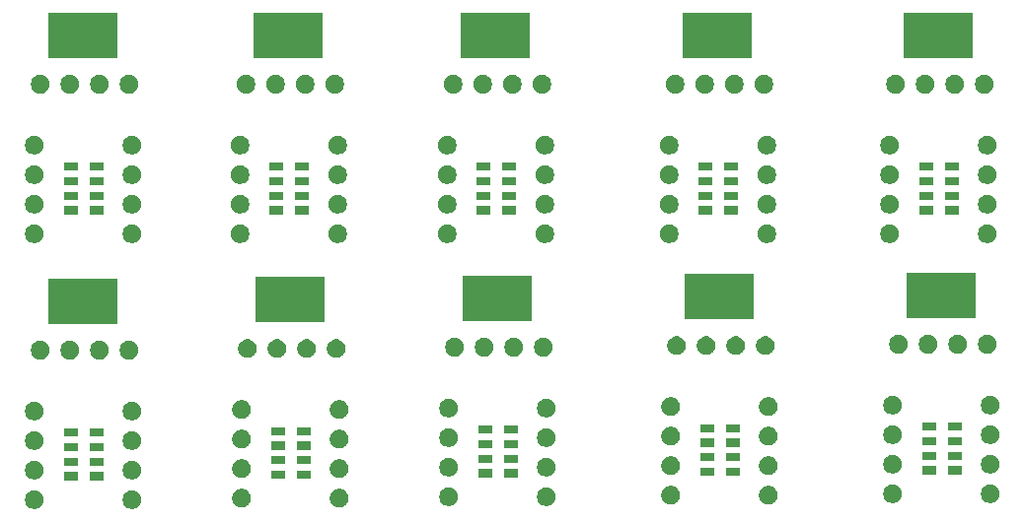
<source format=gbr>
G04 #@! TF.GenerationSoftware,KiCad,Pcbnew,(5.1.4)-1*
G04 #@! TF.CreationDate,2019-11-19T12:22:33-05:00*
G04 #@! TF.ProjectId,bob_ws2811_driver,626f625f-7773-4323-9831-315f64726976,rev?*
G04 #@! TF.SameCoordinates,Original*
G04 #@! TF.FileFunction,Soldermask,Top*
G04 #@! TF.FilePolarity,Negative*
%FSLAX46Y46*%
G04 Gerber Fmt 4.6, Leading zero omitted, Abs format (unit mm)*
G04 Created by KiCad (PCBNEW (5.1.4)-1) date 2019-11-19 12:22:33*
%MOMM*%
%LPD*%
G04 APERTURE LIST*
%ADD10C,0.100000*%
G04 APERTURE END LIST*
D10*
G36*
X186436000Y-30607000D02*
G01*
X180594000Y-30607000D01*
X180594000Y-26797000D01*
X186436000Y-26797000D01*
X186436000Y-30607000D01*
G37*
X186436000Y-30607000D02*
X180594000Y-30607000D01*
X180594000Y-26797000D01*
X186436000Y-26797000D01*
X186436000Y-30607000D01*
G36*
X167513000Y-30607000D02*
G01*
X161671000Y-30607000D01*
X161671000Y-26797000D01*
X167513000Y-26797000D01*
X167513000Y-30607000D01*
G37*
X167513000Y-30607000D02*
X161671000Y-30607000D01*
X161671000Y-26797000D01*
X167513000Y-26797000D01*
X167513000Y-30607000D01*
G36*
X148463000Y-30607000D02*
G01*
X142621000Y-30607000D01*
X142621000Y-26797000D01*
X148463000Y-26797000D01*
X148463000Y-30607000D01*
G37*
X148463000Y-30607000D02*
X142621000Y-30607000D01*
X142621000Y-26797000D01*
X148463000Y-26797000D01*
X148463000Y-30607000D01*
G36*
X130683000Y-30607000D02*
G01*
X124841000Y-30607000D01*
X124841000Y-26797000D01*
X130683000Y-26797000D01*
X130683000Y-30607000D01*
G37*
X130683000Y-30607000D02*
X124841000Y-30607000D01*
X124841000Y-26797000D01*
X130683000Y-26797000D01*
X130683000Y-30607000D01*
G36*
X186690000Y-52959000D02*
G01*
X180848000Y-52959000D01*
X180848000Y-49149000D01*
X186690000Y-49149000D01*
X186690000Y-52959000D01*
G37*
X186690000Y-52959000D02*
X180848000Y-52959000D01*
X180848000Y-49149000D01*
X186690000Y-49149000D01*
X186690000Y-52959000D01*
G36*
X167640000Y-53086000D02*
G01*
X161798000Y-53086000D01*
X161798000Y-49276000D01*
X167640000Y-49276000D01*
X167640000Y-53086000D01*
G37*
X167640000Y-53086000D02*
X161798000Y-53086000D01*
X161798000Y-49276000D01*
X167640000Y-49276000D01*
X167640000Y-53086000D01*
G36*
X148590000Y-53213000D02*
G01*
X142748000Y-53213000D01*
X142748000Y-49403000D01*
X148590000Y-49403000D01*
X148590000Y-53213000D01*
G37*
X148590000Y-53213000D02*
X142748000Y-53213000D01*
X142748000Y-49403000D01*
X148590000Y-49403000D01*
X148590000Y-53213000D01*
G36*
X130810000Y-53340000D02*
G01*
X124968000Y-53340000D01*
X124968000Y-49530000D01*
X130810000Y-49530000D01*
X130810000Y-53340000D01*
G37*
X130810000Y-53340000D02*
X124968000Y-53340000D01*
X124968000Y-49530000D01*
X130810000Y-49530000D01*
X130810000Y-53340000D01*
G36*
X113030000Y-53467000D02*
G01*
X107188000Y-53467000D01*
X107188000Y-49657000D01*
X113030000Y-49657000D01*
X113030000Y-53467000D01*
G37*
X113030000Y-53467000D02*
X107188000Y-53467000D01*
X107188000Y-49657000D01*
X113030000Y-49657000D01*
X113030000Y-53467000D01*
G36*
X113030000Y-30607000D02*
G01*
X107188000Y-30607000D01*
X107188000Y-26797000D01*
X113030000Y-26797000D01*
X113030000Y-30607000D01*
G37*
X113030000Y-30607000D02*
X107188000Y-30607000D01*
X107188000Y-26797000D01*
X113030000Y-26797000D01*
X113030000Y-30607000D01*
G36*
X114612642Y-67888781D02*
G01*
X114758414Y-67949162D01*
X114758416Y-67949163D01*
X114889608Y-68036822D01*
X115001178Y-68148392D01*
X115088837Y-68279584D01*
X115088838Y-68279586D01*
X115149219Y-68425358D01*
X115180000Y-68580107D01*
X115180000Y-68737893D01*
X115149219Y-68892642D01*
X115109787Y-68987838D01*
X115088837Y-69038416D01*
X115001178Y-69169608D01*
X114889608Y-69281178D01*
X114758416Y-69368837D01*
X114758415Y-69368838D01*
X114758414Y-69368838D01*
X114612642Y-69429219D01*
X114457893Y-69460000D01*
X114300107Y-69460000D01*
X114145358Y-69429219D01*
X113999586Y-69368838D01*
X113999585Y-69368838D01*
X113999584Y-69368837D01*
X113868392Y-69281178D01*
X113756822Y-69169608D01*
X113669163Y-69038416D01*
X113648213Y-68987838D01*
X113608781Y-68892642D01*
X113578000Y-68737893D01*
X113578000Y-68580107D01*
X113608781Y-68425358D01*
X113669162Y-68279586D01*
X113669163Y-68279584D01*
X113756822Y-68148392D01*
X113868392Y-68036822D01*
X113999584Y-67949163D01*
X113999586Y-67949162D01*
X114145358Y-67888781D01*
X114300107Y-67858000D01*
X114457893Y-67858000D01*
X114612642Y-67888781D01*
X114612642Y-67888781D01*
G37*
G36*
X106230642Y-67888781D02*
G01*
X106376414Y-67949162D01*
X106376416Y-67949163D01*
X106507608Y-68036822D01*
X106619178Y-68148392D01*
X106706837Y-68279584D01*
X106706838Y-68279586D01*
X106767219Y-68425358D01*
X106798000Y-68580107D01*
X106798000Y-68737893D01*
X106767219Y-68892642D01*
X106727787Y-68987838D01*
X106706837Y-69038416D01*
X106619178Y-69169608D01*
X106507608Y-69281178D01*
X106376416Y-69368837D01*
X106376415Y-69368838D01*
X106376414Y-69368838D01*
X106230642Y-69429219D01*
X106075893Y-69460000D01*
X105918107Y-69460000D01*
X105763358Y-69429219D01*
X105617586Y-69368838D01*
X105617585Y-69368838D01*
X105617584Y-69368837D01*
X105486392Y-69281178D01*
X105374822Y-69169608D01*
X105287163Y-69038416D01*
X105266213Y-68987838D01*
X105226781Y-68892642D01*
X105196000Y-68737893D01*
X105196000Y-68580107D01*
X105226781Y-68425358D01*
X105287162Y-68279586D01*
X105287163Y-68279584D01*
X105374822Y-68148392D01*
X105486392Y-68036822D01*
X105617584Y-67949163D01*
X105617586Y-67949162D01*
X105763358Y-67888781D01*
X105918107Y-67858000D01*
X106075893Y-67858000D01*
X106230642Y-67888781D01*
X106230642Y-67888781D01*
G37*
G36*
X124010642Y-67761781D02*
G01*
X124156414Y-67822162D01*
X124156416Y-67822163D01*
X124287608Y-67909822D01*
X124399178Y-68021392D01*
X124486837Y-68152584D01*
X124486838Y-68152586D01*
X124547219Y-68298358D01*
X124578000Y-68453107D01*
X124578000Y-68610893D01*
X124547219Y-68765642D01*
X124494613Y-68892643D01*
X124486837Y-68911416D01*
X124399178Y-69042608D01*
X124287608Y-69154178D01*
X124156416Y-69241837D01*
X124156415Y-69241838D01*
X124156414Y-69241838D01*
X124010642Y-69302219D01*
X123855893Y-69333000D01*
X123698107Y-69333000D01*
X123543358Y-69302219D01*
X123397586Y-69241838D01*
X123397585Y-69241838D01*
X123397584Y-69241837D01*
X123266392Y-69154178D01*
X123154822Y-69042608D01*
X123067163Y-68911416D01*
X123059387Y-68892643D01*
X123006781Y-68765642D01*
X122976000Y-68610893D01*
X122976000Y-68453107D01*
X123006781Y-68298358D01*
X123067162Y-68152586D01*
X123067163Y-68152584D01*
X123154822Y-68021392D01*
X123266392Y-67909822D01*
X123397584Y-67822163D01*
X123397586Y-67822162D01*
X123543358Y-67761781D01*
X123698107Y-67731000D01*
X123855893Y-67731000D01*
X124010642Y-67761781D01*
X124010642Y-67761781D01*
G37*
G36*
X132392642Y-67761781D02*
G01*
X132538414Y-67822162D01*
X132538416Y-67822163D01*
X132669608Y-67909822D01*
X132781178Y-68021392D01*
X132868837Y-68152584D01*
X132868838Y-68152586D01*
X132929219Y-68298358D01*
X132960000Y-68453107D01*
X132960000Y-68610893D01*
X132929219Y-68765642D01*
X132876613Y-68892643D01*
X132868837Y-68911416D01*
X132781178Y-69042608D01*
X132669608Y-69154178D01*
X132538416Y-69241837D01*
X132538415Y-69241838D01*
X132538414Y-69241838D01*
X132392642Y-69302219D01*
X132237893Y-69333000D01*
X132080107Y-69333000D01*
X131925358Y-69302219D01*
X131779586Y-69241838D01*
X131779585Y-69241838D01*
X131779584Y-69241837D01*
X131648392Y-69154178D01*
X131536822Y-69042608D01*
X131449163Y-68911416D01*
X131441387Y-68892643D01*
X131388781Y-68765642D01*
X131358000Y-68610893D01*
X131358000Y-68453107D01*
X131388781Y-68298358D01*
X131449162Y-68152586D01*
X131449163Y-68152584D01*
X131536822Y-68021392D01*
X131648392Y-67909822D01*
X131779584Y-67822163D01*
X131779586Y-67822162D01*
X131925358Y-67761781D01*
X132080107Y-67731000D01*
X132237893Y-67731000D01*
X132392642Y-67761781D01*
X132392642Y-67761781D01*
G37*
G36*
X150172642Y-67634781D02*
G01*
X150318414Y-67695162D01*
X150318416Y-67695163D01*
X150449608Y-67782822D01*
X150561178Y-67894392D01*
X150648837Y-68025584D01*
X150648838Y-68025586D01*
X150709219Y-68171358D01*
X150740000Y-68326107D01*
X150740000Y-68483893D01*
X150709219Y-68638642D01*
X150656613Y-68765643D01*
X150648837Y-68784416D01*
X150561178Y-68915608D01*
X150449608Y-69027178D01*
X150318416Y-69114837D01*
X150318415Y-69114838D01*
X150318414Y-69114838D01*
X150172642Y-69175219D01*
X150017893Y-69206000D01*
X149860107Y-69206000D01*
X149705358Y-69175219D01*
X149559586Y-69114838D01*
X149559585Y-69114838D01*
X149559584Y-69114837D01*
X149428392Y-69027178D01*
X149316822Y-68915608D01*
X149229163Y-68784416D01*
X149221387Y-68765643D01*
X149168781Y-68638642D01*
X149138000Y-68483893D01*
X149138000Y-68326107D01*
X149168781Y-68171358D01*
X149229162Y-68025586D01*
X149229163Y-68025584D01*
X149316822Y-67894392D01*
X149428392Y-67782822D01*
X149559584Y-67695163D01*
X149559586Y-67695162D01*
X149705358Y-67634781D01*
X149860107Y-67604000D01*
X150017893Y-67604000D01*
X150172642Y-67634781D01*
X150172642Y-67634781D01*
G37*
G36*
X141790642Y-67634781D02*
G01*
X141936414Y-67695162D01*
X141936416Y-67695163D01*
X142067608Y-67782822D01*
X142179178Y-67894392D01*
X142266837Y-68025584D01*
X142266838Y-68025586D01*
X142327219Y-68171358D01*
X142358000Y-68326107D01*
X142358000Y-68483893D01*
X142327219Y-68638642D01*
X142274613Y-68765643D01*
X142266837Y-68784416D01*
X142179178Y-68915608D01*
X142067608Y-69027178D01*
X141936416Y-69114837D01*
X141936415Y-69114838D01*
X141936414Y-69114838D01*
X141790642Y-69175219D01*
X141635893Y-69206000D01*
X141478107Y-69206000D01*
X141323358Y-69175219D01*
X141177586Y-69114838D01*
X141177585Y-69114838D01*
X141177584Y-69114837D01*
X141046392Y-69027178D01*
X140934822Y-68915608D01*
X140847163Y-68784416D01*
X140839387Y-68765643D01*
X140786781Y-68638642D01*
X140756000Y-68483893D01*
X140756000Y-68326107D01*
X140786781Y-68171358D01*
X140847162Y-68025586D01*
X140847163Y-68025584D01*
X140934822Y-67894392D01*
X141046392Y-67782822D01*
X141177584Y-67695163D01*
X141177586Y-67695162D01*
X141323358Y-67634781D01*
X141478107Y-67604000D01*
X141635893Y-67604000D01*
X141790642Y-67634781D01*
X141790642Y-67634781D01*
G37*
G36*
X169222642Y-67507781D02*
G01*
X169368414Y-67568162D01*
X169368416Y-67568163D01*
X169499608Y-67655822D01*
X169611178Y-67767392D01*
X169698837Y-67898584D01*
X169698838Y-67898586D01*
X169759219Y-68044358D01*
X169790000Y-68199107D01*
X169790000Y-68356893D01*
X169759219Y-68511642D01*
X169706613Y-68638643D01*
X169698837Y-68657416D01*
X169611178Y-68788608D01*
X169499608Y-68900178D01*
X169368416Y-68987837D01*
X169368415Y-68987838D01*
X169368414Y-68987838D01*
X169222642Y-69048219D01*
X169067893Y-69079000D01*
X168910107Y-69079000D01*
X168755358Y-69048219D01*
X168609586Y-68987838D01*
X168609585Y-68987838D01*
X168609584Y-68987837D01*
X168478392Y-68900178D01*
X168366822Y-68788608D01*
X168279163Y-68657416D01*
X168271387Y-68638643D01*
X168218781Y-68511642D01*
X168188000Y-68356893D01*
X168188000Y-68199107D01*
X168218781Y-68044358D01*
X168279162Y-67898586D01*
X168279163Y-67898584D01*
X168366822Y-67767392D01*
X168478392Y-67655822D01*
X168609584Y-67568163D01*
X168609586Y-67568162D01*
X168755358Y-67507781D01*
X168910107Y-67477000D01*
X169067893Y-67477000D01*
X169222642Y-67507781D01*
X169222642Y-67507781D01*
G37*
G36*
X160840642Y-67507781D02*
G01*
X160986414Y-67568162D01*
X160986416Y-67568163D01*
X161117608Y-67655822D01*
X161229178Y-67767392D01*
X161316837Y-67898584D01*
X161316838Y-67898586D01*
X161377219Y-68044358D01*
X161408000Y-68199107D01*
X161408000Y-68356893D01*
X161377219Y-68511642D01*
X161324613Y-68638643D01*
X161316837Y-68657416D01*
X161229178Y-68788608D01*
X161117608Y-68900178D01*
X160986416Y-68987837D01*
X160986415Y-68987838D01*
X160986414Y-68987838D01*
X160840642Y-69048219D01*
X160685893Y-69079000D01*
X160528107Y-69079000D01*
X160373358Y-69048219D01*
X160227586Y-68987838D01*
X160227585Y-68987838D01*
X160227584Y-68987837D01*
X160096392Y-68900178D01*
X159984822Y-68788608D01*
X159897163Y-68657416D01*
X159889387Y-68638643D01*
X159836781Y-68511642D01*
X159806000Y-68356893D01*
X159806000Y-68199107D01*
X159836781Y-68044358D01*
X159897162Y-67898586D01*
X159897163Y-67898584D01*
X159984822Y-67767392D01*
X160096392Y-67655822D01*
X160227584Y-67568163D01*
X160227586Y-67568162D01*
X160373358Y-67507781D01*
X160528107Y-67477000D01*
X160685893Y-67477000D01*
X160840642Y-67507781D01*
X160840642Y-67507781D01*
G37*
G36*
X179890642Y-67380781D02*
G01*
X180036414Y-67441162D01*
X180036416Y-67441163D01*
X180167608Y-67528822D01*
X180279178Y-67640392D01*
X180366837Y-67771584D01*
X180366838Y-67771586D01*
X180427219Y-67917358D01*
X180458000Y-68072107D01*
X180458000Y-68229893D01*
X180427219Y-68384642D01*
X180374613Y-68511643D01*
X180366837Y-68530416D01*
X180279178Y-68661608D01*
X180167608Y-68773178D01*
X180036416Y-68860837D01*
X180036415Y-68860838D01*
X180036414Y-68860838D01*
X179890642Y-68921219D01*
X179735893Y-68952000D01*
X179578107Y-68952000D01*
X179423358Y-68921219D01*
X179277586Y-68860838D01*
X179277585Y-68860838D01*
X179277584Y-68860837D01*
X179146392Y-68773178D01*
X179034822Y-68661608D01*
X178947163Y-68530416D01*
X178939387Y-68511643D01*
X178886781Y-68384642D01*
X178856000Y-68229893D01*
X178856000Y-68072107D01*
X178886781Y-67917358D01*
X178947162Y-67771586D01*
X178947163Y-67771584D01*
X179034822Y-67640392D01*
X179146392Y-67528822D01*
X179277584Y-67441163D01*
X179277586Y-67441162D01*
X179423358Y-67380781D01*
X179578107Y-67350000D01*
X179735893Y-67350000D01*
X179890642Y-67380781D01*
X179890642Y-67380781D01*
G37*
G36*
X188272642Y-67380781D02*
G01*
X188418414Y-67441162D01*
X188418416Y-67441163D01*
X188549608Y-67528822D01*
X188661178Y-67640392D01*
X188748837Y-67771584D01*
X188748838Y-67771586D01*
X188809219Y-67917358D01*
X188840000Y-68072107D01*
X188840000Y-68229893D01*
X188809219Y-68384642D01*
X188756613Y-68511643D01*
X188748837Y-68530416D01*
X188661178Y-68661608D01*
X188549608Y-68773178D01*
X188418416Y-68860837D01*
X188418415Y-68860838D01*
X188418414Y-68860838D01*
X188272642Y-68921219D01*
X188117893Y-68952000D01*
X187960107Y-68952000D01*
X187805358Y-68921219D01*
X187659586Y-68860838D01*
X187659585Y-68860838D01*
X187659584Y-68860837D01*
X187528392Y-68773178D01*
X187416822Y-68661608D01*
X187329163Y-68530416D01*
X187321387Y-68511643D01*
X187268781Y-68384642D01*
X187238000Y-68229893D01*
X187238000Y-68072107D01*
X187268781Y-67917358D01*
X187329162Y-67771586D01*
X187329163Y-67771584D01*
X187416822Y-67640392D01*
X187528392Y-67528822D01*
X187659584Y-67441163D01*
X187659586Y-67441162D01*
X187805358Y-67380781D01*
X187960107Y-67350000D01*
X188117893Y-67350000D01*
X188272642Y-67380781D01*
X188272642Y-67380781D01*
G37*
G36*
X109737000Y-66996000D02*
G01*
X108535000Y-66996000D01*
X108535000Y-66294000D01*
X109737000Y-66294000D01*
X109737000Y-66996000D01*
X109737000Y-66996000D01*
G37*
G36*
X111937000Y-66996000D02*
G01*
X110735000Y-66996000D01*
X110735000Y-66294000D01*
X111937000Y-66294000D01*
X111937000Y-66996000D01*
X111937000Y-66996000D01*
G37*
G36*
X106230642Y-65348781D02*
G01*
X106376414Y-65409162D01*
X106376416Y-65409163D01*
X106507608Y-65496822D01*
X106619178Y-65608392D01*
X106706837Y-65739584D01*
X106706838Y-65739586D01*
X106767219Y-65885358D01*
X106798000Y-66040107D01*
X106798000Y-66197893D01*
X106767219Y-66352642D01*
X106706838Y-66498414D01*
X106706837Y-66498416D01*
X106619178Y-66629608D01*
X106507608Y-66741178D01*
X106376416Y-66828837D01*
X106376415Y-66828838D01*
X106376414Y-66828838D01*
X106230642Y-66889219D01*
X106075893Y-66920000D01*
X105918107Y-66920000D01*
X105763358Y-66889219D01*
X105617586Y-66828838D01*
X105617585Y-66828838D01*
X105617584Y-66828837D01*
X105486392Y-66741178D01*
X105374822Y-66629608D01*
X105287163Y-66498416D01*
X105287162Y-66498414D01*
X105226781Y-66352642D01*
X105196000Y-66197893D01*
X105196000Y-66040107D01*
X105226781Y-65885358D01*
X105287162Y-65739586D01*
X105287163Y-65739584D01*
X105374822Y-65608392D01*
X105486392Y-65496822D01*
X105617584Y-65409163D01*
X105617586Y-65409162D01*
X105763358Y-65348781D01*
X105918107Y-65318000D01*
X106075893Y-65318000D01*
X106230642Y-65348781D01*
X106230642Y-65348781D01*
G37*
G36*
X114612642Y-65348781D02*
G01*
X114758414Y-65409162D01*
X114758416Y-65409163D01*
X114889608Y-65496822D01*
X115001178Y-65608392D01*
X115088837Y-65739584D01*
X115088838Y-65739586D01*
X115149219Y-65885358D01*
X115180000Y-66040107D01*
X115180000Y-66197893D01*
X115149219Y-66352642D01*
X115088838Y-66498414D01*
X115088837Y-66498416D01*
X115001178Y-66629608D01*
X114889608Y-66741178D01*
X114758416Y-66828837D01*
X114758415Y-66828838D01*
X114758414Y-66828838D01*
X114612642Y-66889219D01*
X114457893Y-66920000D01*
X114300107Y-66920000D01*
X114145358Y-66889219D01*
X113999586Y-66828838D01*
X113999585Y-66828838D01*
X113999584Y-66828837D01*
X113868392Y-66741178D01*
X113756822Y-66629608D01*
X113669163Y-66498416D01*
X113669162Y-66498414D01*
X113608781Y-66352642D01*
X113578000Y-66197893D01*
X113578000Y-66040107D01*
X113608781Y-65885358D01*
X113669162Y-65739586D01*
X113669163Y-65739584D01*
X113756822Y-65608392D01*
X113868392Y-65496822D01*
X113999584Y-65409163D01*
X113999586Y-65409162D01*
X114145358Y-65348781D01*
X114300107Y-65318000D01*
X114457893Y-65318000D01*
X114612642Y-65348781D01*
X114612642Y-65348781D01*
G37*
G36*
X129717000Y-66869000D02*
G01*
X128515000Y-66869000D01*
X128515000Y-66167000D01*
X129717000Y-66167000D01*
X129717000Y-66869000D01*
X129717000Y-66869000D01*
G37*
G36*
X127517000Y-66869000D02*
G01*
X126315000Y-66869000D01*
X126315000Y-66167000D01*
X127517000Y-66167000D01*
X127517000Y-66869000D01*
X127517000Y-66869000D01*
G37*
G36*
X124010642Y-65221781D02*
G01*
X124156414Y-65282162D01*
X124156416Y-65282163D01*
X124287608Y-65369822D01*
X124399178Y-65481392D01*
X124486837Y-65612584D01*
X124486838Y-65612586D01*
X124547219Y-65758358D01*
X124578000Y-65913107D01*
X124578000Y-66070893D01*
X124547219Y-66225642D01*
X124494613Y-66352643D01*
X124486837Y-66371416D01*
X124399178Y-66502608D01*
X124287608Y-66614178D01*
X124156416Y-66701837D01*
X124156415Y-66701838D01*
X124156414Y-66701838D01*
X124010642Y-66762219D01*
X123855893Y-66793000D01*
X123698107Y-66793000D01*
X123543358Y-66762219D01*
X123397586Y-66701838D01*
X123397585Y-66701838D01*
X123397584Y-66701837D01*
X123266392Y-66614178D01*
X123154822Y-66502608D01*
X123067163Y-66371416D01*
X123059387Y-66352643D01*
X123006781Y-66225642D01*
X122976000Y-66070893D01*
X122976000Y-65913107D01*
X123006781Y-65758358D01*
X123067162Y-65612586D01*
X123067163Y-65612584D01*
X123154822Y-65481392D01*
X123266392Y-65369822D01*
X123397584Y-65282163D01*
X123397586Y-65282162D01*
X123543358Y-65221781D01*
X123698107Y-65191000D01*
X123855893Y-65191000D01*
X124010642Y-65221781D01*
X124010642Y-65221781D01*
G37*
G36*
X132392642Y-65221781D02*
G01*
X132538414Y-65282162D01*
X132538416Y-65282163D01*
X132669608Y-65369822D01*
X132781178Y-65481392D01*
X132868837Y-65612584D01*
X132868838Y-65612586D01*
X132929219Y-65758358D01*
X132960000Y-65913107D01*
X132960000Y-66070893D01*
X132929219Y-66225642D01*
X132876613Y-66352643D01*
X132868837Y-66371416D01*
X132781178Y-66502608D01*
X132669608Y-66614178D01*
X132538416Y-66701837D01*
X132538415Y-66701838D01*
X132538414Y-66701838D01*
X132392642Y-66762219D01*
X132237893Y-66793000D01*
X132080107Y-66793000D01*
X131925358Y-66762219D01*
X131779586Y-66701838D01*
X131779585Y-66701838D01*
X131779584Y-66701837D01*
X131648392Y-66614178D01*
X131536822Y-66502608D01*
X131449163Y-66371416D01*
X131441387Y-66352643D01*
X131388781Y-66225642D01*
X131358000Y-66070893D01*
X131358000Y-65913107D01*
X131388781Y-65758358D01*
X131449162Y-65612586D01*
X131449163Y-65612584D01*
X131536822Y-65481392D01*
X131648392Y-65369822D01*
X131779584Y-65282163D01*
X131779586Y-65282162D01*
X131925358Y-65221781D01*
X132080107Y-65191000D01*
X132237893Y-65191000D01*
X132392642Y-65221781D01*
X132392642Y-65221781D01*
G37*
G36*
X145297000Y-66742000D02*
G01*
X144095000Y-66742000D01*
X144095000Y-66040000D01*
X145297000Y-66040000D01*
X145297000Y-66742000D01*
X145297000Y-66742000D01*
G37*
G36*
X147497000Y-66742000D02*
G01*
X146295000Y-66742000D01*
X146295000Y-66040000D01*
X147497000Y-66040000D01*
X147497000Y-66742000D01*
X147497000Y-66742000D01*
G37*
G36*
X150172642Y-65094781D02*
G01*
X150318414Y-65155162D01*
X150318416Y-65155163D01*
X150449608Y-65242822D01*
X150561178Y-65354392D01*
X150648837Y-65485584D01*
X150648838Y-65485586D01*
X150709219Y-65631358D01*
X150740000Y-65786107D01*
X150740000Y-65943893D01*
X150709219Y-66098642D01*
X150656613Y-66225643D01*
X150648837Y-66244416D01*
X150561178Y-66375608D01*
X150449608Y-66487178D01*
X150318416Y-66574837D01*
X150318415Y-66574838D01*
X150318414Y-66574838D01*
X150172642Y-66635219D01*
X150017893Y-66666000D01*
X149860107Y-66666000D01*
X149705358Y-66635219D01*
X149559586Y-66574838D01*
X149559585Y-66574838D01*
X149559584Y-66574837D01*
X149428392Y-66487178D01*
X149316822Y-66375608D01*
X149229163Y-66244416D01*
X149221387Y-66225643D01*
X149168781Y-66098642D01*
X149138000Y-65943893D01*
X149138000Y-65786107D01*
X149168781Y-65631358D01*
X149229162Y-65485586D01*
X149229163Y-65485584D01*
X149316822Y-65354392D01*
X149428392Y-65242822D01*
X149559584Y-65155163D01*
X149559586Y-65155162D01*
X149705358Y-65094781D01*
X149860107Y-65064000D01*
X150017893Y-65064000D01*
X150172642Y-65094781D01*
X150172642Y-65094781D01*
G37*
G36*
X141790642Y-65094781D02*
G01*
X141936414Y-65155162D01*
X141936416Y-65155163D01*
X142067608Y-65242822D01*
X142179178Y-65354392D01*
X142266837Y-65485584D01*
X142266838Y-65485586D01*
X142327219Y-65631358D01*
X142358000Y-65786107D01*
X142358000Y-65943893D01*
X142327219Y-66098642D01*
X142274613Y-66225643D01*
X142266837Y-66244416D01*
X142179178Y-66375608D01*
X142067608Y-66487178D01*
X141936416Y-66574837D01*
X141936415Y-66574838D01*
X141936414Y-66574838D01*
X141790642Y-66635219D01*
X141635893Y-66666000D01*
X141478107Y-66666000D01*
X141323358Y-66635219D01*
X141177586Y-66574838D01*
X141177585Y-66574838D01*
X141177584Y-66574837D01*
X141046392Y-66487178D01*
X140934822Y-66375608D01*
X140847163Y-66244416D01*
X140839387Y-66225643D01*
X140786781Y-66098642D01*
X140756000Y-65943893D01*
X140756000Y-65786107D01*
X140786781Y-65631358D01*
X140847162Y-65485586D01*
X140847163Y-65485584D01*
X140934822Y-65354392D01*
X141046392Y-65242822D01*
X141177584Y-65155163D01*
X141177586Y-65155162D01*
X141323358Y-65094781D01*
X141478107Y-65064000D01*
X141635893Y-65064000D01*
X141790642Y-65094781D01*
X141790642Y-65094781D01*
G37*
G36*
X164347000Y-66615000D02*
G01*
X163145000Y-66615000D01*
X163145000Y-65913000D01*
X164347000Y-65913000D01*
X164347000Y-66615000D01*
X164347000Y-66615000D01*
G37*
G36*
X166547000Y-66615000D02*
G01*
X165345000Y-66615000D01*
X165345000Y-65913000D01*
X166547000Y-65913000D01*
X166547000Y-66615000D01*
X166547000Y-66615000D01*
G37*
G36*
X160840642Y-64967781D02*
G01*
X160986414Y-65028162D01*
X160986416Y-65028163D01*
X161117608Y-65115822D01*
X161229178Y-65227392D01*
X161316837Y-65358584D01*
X161316838Y-65358586D01*
X161377219Y-65504358D01*
X161408000Y-65659107D01*
X161408000Y-65816893D01*
X161377219Y-65971642D01*
X161324613Y-66098643D01*
X161316837Y-66117416D01*
X161229178Y-66248608D01*
X161117608Y-66360178D01*
X160986416Y-66447837D01*
X160986415Y-66447838D01*
X160986414Y-66447838D01*
X160840642Y-66508219D01*
X160685893Y-66539000D01*
X160528107Y-66539000D01*
X160373358Y-66508219D01*
X160227586Y-66447838D01*
X160227585Y-66447838D01*
X160227584Y-66447837D01*
X160096392Y-66360178D01*
X159984822Y-66248608D01*
X159897163Y-66117416D01*
X159889387Y-66098643D01*
X159836781Y-65971642D01*
X159806000Y-65816893D01*
X159806000Y-65659107D01*
X159836781Y-65504358D01*
X159897162Y-65358586D01*
X159897163Y-65358584D01*
X159984822Y-65227392D01*
X160096392Y-65115822D01*
X160227584Y-65028163D01*
X160227586Y-65028162D01*
X160373358Y-64967781D01*
X160528107Y-64937000D01*
X160685893Y-64937000D01*
X160840642Y-64967781D01*
X160840642Y-64967781D01*
G37*
G36*
X169222642Y-64967781D02*
G01*
X169368414Y-65028162D01*
X169368416Y-65028163D01*
X169499608Y-65115822D01*
X169611178Y-65227392D01*
X169698837Y-65358584D01*
X169698838Y-65358586D01*
X169759219Y-65504358D01*
X169790000Y-65659107D01*
X169790000Y-65816893D01*
X169759219Y-65971642D01*
X169706613Y-66098643D01*
X169698837Y-66117416D01*
X169611178Y-66248608D01*
X169499608Y-66360178D01*
X169368416Y-66447837D01*
X169368415Y-66447838D01*
X169368414Y-66447838D01*
X169222642Y-66508219D01*
X169067893Y-66539000D01*
X168910107Y-66539000D01*
X168755358Y-66508219D01*
X168609586Y-66447838D01*
X168609585Y-66447838D01*
X168609584Y-66447837D01*
X168478392Y-66360178D01*
X168366822Y-66248608D01*
X168279163Y-66117416D01*
X168271387Y-66098643D01*
X168218781Y-65971642D01*
X168188000Y-65816893D01*
X168188000Y-65659107D01*
X168218781Y-65504358D01*
X168279162Y-65358586D01*
X168279163Y-65358584D01*
X168366822Y-65227392D01*
X168478392Y-65115822D01*
X168609584Y-65028163D01*
X168609586Y-65028162D01*
X168755358Y-64967781D01*
X168910107Y-64937000D01*
X169067893Y-64937000D01*
X169222642Y-64967781D01*
X169222642Y-64967781D01*
G37*
G36*
X185597000Y-66488000D02*
G01*
X184395000Y-66488000D01*
X184395000Y-65786000D01*
X185597000Y-65786000D01*
X185597000Y-66488000D01*
X185597000Y-66488000D01*
G37*
G36*
X183397000Y-66488000D02*
G01*
X182195000Y-66488000D01*
X182195000Y-65786000D01*
X183397000Y-65786000D01*
X183397000Y-66488000D01*
X183397000Y-66488000D01*
G37*
G36*
X188272642Y-64840781D02*
G01*
X188418414Y-64901162D01*
X188418416Y-64901163D01*
X188549608Y-64988822D01*
X188661178Y-65100392D01*
X188748837Y-65231584D01*
X188748838Y-65231586D01*
X188809219Y-65377358D01*
X188840000Y-65532107D01*
X188840000Y-65689893D01*
X188809219Y-65844642D01*
X188756613Y-65971643D01*
X188748837Y-65990416D01*
X188661178Y-66121608D01*
X188549608Y-66233178D01*
X188418416Y-66320837D01*
X188418415Y-66320838D01*
X188418414Y-66320838D01*
X188272642Y-66381219D01*
X188117893Y-66412000D01*
X187960107Y-66412000D01*
X187805358Y-66381219D01*
X187659586Y-66320838D01*
X187659585Y-66320838D01*
X187659584Y-66320837D01*
X187528392Y-66233178D01*
X187416822Y-66121608D01*
X187329163Y-65990416D01*
X187321387Y-65971643D01*
X187268781Y-65844642D01*
X187238000Y-65689893D01*
X187238000Y-65532107D01*
X187268781Y-65377358D01*
X187329162Y-65231586D01*
X187329163Y-65231584D01*
X187416822Y-65100392D01*
X187528392Y-64988822D01*
X187659584Y-64901163D01*
X187659586Y-64901162D01*
X187805358Y-64840781D01*
X187960107Y-64810000D01*
X188117893Y-64810000D01*
X188272642Y-64840781D01*
X188272642Y-64840781D01*
G37*
G36*
X179890642Y-64840781D02*
G01*
X180036414Y-64901162D01*
X180036416Y-64901163D01*
X180167608Y-64988822D01*
X180279178Y-65100392D01*
X180366837Y-65231584D01*
X180366838Y-65231586D01*
X180427219Y-65377358D01*
X180458000Y-65532107D01*
X180458000Y-65689893D01*
X180427219Y-65844642D01*
X180374613Y-65971643D01*
X180366837Y-65990416D01*
X180279178Y-66121608D01*
X180167608Y-66233178D01*
X180036416Y-66320837D01*
X180036415Y-66320838D01*
X180036414Y-66320838D01*
X179890642Y-66381219D01*
X179735893Y-66412000D01*
X179578107Y-66412000D01*
X179423358Y-66381219D01*
X179277586Y-66320838D01*
X179277585Y-66320838D01*
X179277584Y-66320837D01*
X179146392Y-66233178D01*
X179034822Y-66121608D01*
X178947163Y-65990416D01*
X178939387Y-65971643D01*
X178886781Y-65844642D01*
X178856000Y-65689893D01*
X178856000Y-65532107D01*
X178886781Y-65377358D01*
X178947162Y-65231586D01*
X178947163Y-65231584D01*
X179034822Y-65100392D01*
X179146392Y-64988822D01*
X179277584Y-64901163D01*
X179277586Y-64901162D01*
X179423358Y-64840781D01*
X179578107Y-64810000D01*
X179735893Y-64810000D01*
X179890642Y-64840781D01*
X179890642Y-64840781D01*
G37*
G36*
X109737000Y-65746000D02*
G01*
X108535000Y-65746000D01*
X108535000Y-65044000D01*
X109737000Y-65044000D01*
X109737000Y-65746000D01*
X109737000Y-65746000D01*
G37*
G36*
X111937000Y-65746000D02*
G01*
X110735000Y-65746000D01*
X110735000Y-65044000D01*
X111937000Y-65044000D01*
X111937000Y-65746000D01*
X111937000Y-65746000D01*
G37*
G36*
X127517000Y-65619000D02*
G01*
X126315000Y-65619000D01*
X126315000Y-64917000D01*
X127517000Y-64917000D01*
X127517000Y-65619000D01*
X127517000Y-65619000D01*
G37*
G36*
X129717000Y-65619000D02*
G01*
X128515000Y-65619000D01*
X128515000Y-64917000D01*
X129717000Y-64917000D01*
X129717000Y-65619000D01*
X129717000Y-65619000D01*
G37*
G36*
X147497000Y-65492000D02*
G01*
X146295000Y-65492000D01*
X146295000Y-64790000D01*
X147497000Y-64790000D01*
X147497000Y-65492000D01*
X147497000Y-65492000D01*
G37*
G36*
X145297000Y-65492000D02*
G01*
X144095000Y-65492000D01*
X144095000Y-64790000D01*
X145297000Y-64790000D01*
X145297000Y-65492000D01*
X145297000Y-65492000D01*
G37*
G36*
X166547000Y-65365000D02*
G01*
X165345000Y-65365000D01*
X165345000Y-64663000D01*
X166547000Y-64663000D01*
X166547000Y-65365000D01*
X166547000Y-65365000D01*
G37*
G36*
X164347000Y-65365000D02*
G01*
X163145000Y-65365000D01*
X163145000Y-64663000D01*
X164347000Y-64663000D01*
X164347000Y-65365000D01*
X164347000Y-65365000D01*
G37*
G36*
X183397000Y-65238000D02*
G01*
X182195000Y-65238000D01*
X182195000Y-64536000D01*
X183397000Y-64536000D01*
X183397000Y-65238000D01*
X183397000Y-65238000D01*
G37*
G36*
X185597000Y-65238000D02*
G01*
X184395000Y-65238000D01*
X184395000Y-64536000D01*
X185597000Y-64536000D01*
X185597000Y-65238000D01*
X185597000Y-65238000D01*
G37*
G36*
X111937000Y-64496000D02*
G01*
X110735000Y-64496000D01*
X110735000Y-63794000D01*
X111937000Y-63794000D01*
X111937000Y-64496000D01*
X111937000Y-64496000D01*
G37*
G36*
X109737000Y-64496000D02*
G01*
X108535000Y-64496000D01*
X108535000Y-63794000D01*
X109737000Y-63794000D01*
X109737000Y-64496000D01*
X109737000Y-64496000D01*
G37*
G36*
X106230642Y-62808781D02*
G01*
X106366366Y-62865000D01*
X106376416Y-62869163D01*
X106507608Y-62956822D01*
X106619178Y-63068392D01*
X106706837Y-63199584D01*
X106706838Y-63199586D01*
X106767219Y-63345358D01*
X106798000Y-63500107D01*
X106798000Y-63657893D01*
X106767219Y-63812642D01*
X106727787Y-63907838D01*
X106706837Y-63958416D01*
X106619178Y-64089608D01*
X106507608Y-64201178D01*
X106376416Y-64288837D01*
X106376415Y-64288838D01*
X106376414Y-64288838D01*
X106230642Y-64349219D01*
X106075893Y-64380000D01*
X105918107Y-64380000D01*
X105763358Y-64349219D01*
X105617586Y-64288838D01*
X105617585Y-64288838D01*
X105617584Y-64288837D01*
X105486392Y-64201178D01*
X105374822Y-64089608D01*
X105287163Y-63958416D01*
X105266213Y-63907838D01*
X105226781Y-63812642D01*
X105196000Y-63657893D01*
X105196000Y-63500107D01*
X105226781Y-63345358D01*
X105287162Y-63199586D01*
X105287163Y-63199584D01*
X105374822Y-63068392D01*
X105486392Y-62956822D01*
X105617584Y-62869163D01*
X105627634Y-62865000D01*
X105763358Y-62808781D01*
X105918107Y-62778000D01*
X106075893Y-62778000D01*
X106230642Y-62808781D01*
X106230642Y-62808781D01*
G37*
G36*
X114612642Y-62808781D02*
G01*
X114748366Y-62865000D01*
X114758416Y-62869163D01*
X114889608Y-62956822D01*
X115001178Y-63068392D01*
X115088837Y-63199584D01*
X115088838Y-63199586D01*
X115149219Y-63345358D01*
X115180000Y-63500107D01*
X115180000Y-63657893D01*
X115149219Y-63812642D01*
X115109787Y-63907838D01*
X115088837Y-63958416D01*
X115001178Y-64089608D01*
X114889608Y-64201178D01*
X114758416Y-64288837D01*
X114758415Y-64288838D01*
X114758414Y-64288838D01*
X114612642Y-64349219D01*
X114457893Y-64380000D01*
X114300107Y-64380000D01*
X114145358Y-64349219D01*
X113999586Y-64288838D01*
X113999585Y-64288838D01*
X113999584Y-64288837D01*
X113868392Y-64201178D01*
X113756822Y-64089608D01*
X113669163Y-63958416D01*
X113648213Y-63907838D01*
X113608781Y-63812642D01*
X113578000Y-63657893D01*
X113578000Y-63500107D01*
X113608781Y-63345358D01*
X113669162Y-63199586D01*
X113669163Y-63199584D01*
X113756822Y-63068392D01*
X113868392Y-62956822D01*
X113999584Y-62869163D01*
X114009634Y-62865000D01*
X114145358Y-62808781D01*
X114300107Y-62778000D01*
X114457893Y-62778000D01*
X114612642Y-62808781D01*
X114612642Y-62808781D01*
G37*
G36*
X129717000Y-64369000D02*
G01*
X128515000Y-64369000D01*
X128515000Y-63667000D01*
X129717000Y-63667000D01*
X129717000Y-64369000D01*
X129717000Y-64369000D01*
G37*
G36*
X127517000Y-64369000D02*
G01*
X126315000Y-64369000D01*
X126315000Y-63667000D01*
X127517000Y-63667000D01*
X127517000Y-64369000D01*
X127517000Y-64369000D01*
G37*
G36*
X124010642Y-62681781D02*
G01*
X124146366Y-62738000D01*
X124156416Y-62742163D01*
X124287608Y-62829822D01*
X124399178Y-62941392D01*
X124486837Y-63072584D01*
X124486838Y-63072586D01*
X124547219Y-63218358D01*
X124578000Y-63373107D01*
X124578000Y-63530893D01*
X124547219Y-63685642D01*
X124494613Y-63812643D01*
X124486837Y-63831416D01*
X124399178Y-63962608D01*
X124287608Y-64074178D01*
X124156416Y-64161837D01*
X124156415Y-64161838D01*
X124156414Y-64161838D01*
X124010642Y-64222219D01*
X123855893Y-64253000D01*
X123698107Y-64253000D01*
X123543358Y-64222219D01*
X123397586Y-64161838D01*
X123397585Y-64161838D01*
X123397584Y-64161837D01*
X123266392Y-64074178D01*
X123154822Y-63962608D01*
X123067163Y-63831416D01*
X123059387Y-63812643D01*
X123006781Y-63685642D01*
X122976000Y-63530893D01*
X122976000Y-63373107D01*
X123006781Y-63218358D01*
X123067162Y-63072586D01*
X123067163Y-63072584D01*
X123154822Y-62941392D01*
X123266392Y-62829822D01*
X123397584Y-62742163D01*
X123407634Y-62738000D01*
X123543358Y-62681781D01*
X123698107Y-62651000D01*
X123855893Y-62651000D01*
X124010642Y-62681781D01*
X124010642Y-62681781D01*
G37*
G36*
X132392642Y-62681781D02*
G01*
X132528366Y-62738000D01*
X132538416Y-62742163D01*
X132669608Y-62829822D01*
X132781178Y-62941392D01*
X132868837Y-63072584D01*
X132868838Y-63072586D01*
X132929219Y-63218358D01*
X132960000Y-63373107D01*
X132960000Y-63530893D01*
X132929219Y-63685642D01*
X132876613Y-63812643D01*
X132868837Y-63831416D01*
X132781178Y-63962608D01*
X132669608Y-64074178D01*
X132538416Y-64161837D01*
X132538415Y-64161838D01*
X132538414Y-64161838D01*
X132392642Y-64222219D01*
X132237893Y-64253000D01*
X132080107Y-64253000D01*
X131925358Y-64222219D01*
X131779586Y-64161838D01*
X131779585Y-64161838D01*
X131779584Y-64161837D01*
X131648392Y-64074178D01*
X131536822Y-63962608D01*
X131449163Y-63831416D01*
X131441387Y-63812643D01*
X131388781Y-63685642D01*
X131358000Y-63530893D01*
X131358000Y-63373107D01*
X131388781Y-63218358D01*
X131449162Y-63072586D01*
X131449163Y-63072584D01*
X131536822Y-62941392D01*
X131648392Y-62829822D01*
X131779584Y-62742163D01*
X131789634Y-62738000D01*
X131925358Y-62681781D01*
X132080107Y-62651000D01*
X132237893Y-62651000D01*
X132392642Y-62681781D01*
X132392642Y-62681781D01*
G37*
G36*
X145297000Y-64242000D02*
G01*
X144095000Y-64242000D01*
X144095000Y-63540000D01*
X145297000Y-63540000D01*
X145297000Y-64242000D01*
X145297000Y-64242000D01*
G37*
G36*
X147497000Y-64242000D02*
G01*
X146295000Y-64242000D01*
X146295000Y-63540000D01*
X147497000Y-63540000D01*
X147497000Y-64242000D01*
X147497000Y-64242000D01*
G37*
G36*
X150172642Y-62554781D02*
G01*
X150318414Y-62615162D01*
X150318416Y-62615163D01*
X150449608Y-62702822D01*
X150561178Y-62814392D01*
X150648837Y-62945584D01*
X150648838Y-62945586D01*
X150709219Y-63091358D01*
X150740000Y-63246107D01*
X150740000Y-63403893D01*
X150709219Y-63558642D01*
X150656613Y-63685643D01*
X150648837Y-63704416D01*
X150561178Y-63835608D01*
X150449608Y-63947178D01*
X150318416Y-64034837D01*
X150318415Y-64034838D01*
X150318414Y-64034838D01*
X150172642Y-64095219D01*
X150017893Y-64126000D01*
X149860107Y-64126000D01*
X149705358Y-64095219D01*
X149559586Y-64034838D01*
X149559585Y-64034838D01*
X149559584Y-64034837D01*
X149428392Y-63947178D01*
X149316822Y-63835608D01*
X149229163Y-63704416D01*
X149221387Y-63685643D01*
X149168781Y-63558642D01*
X149138000Y-63403893D01*
X149138000Y-63246107D01*
X149168781Y-63091358D01*
X149229162Y-62945586D01*
X149229163Y-62945584D01*
X149316822Y-62814392D01*
X149428392Y-62702822D01*
X149559584Y-62615163D01*
X149559586Y-62615162D01*
X149705358Y-62554781D01*
X149860107Y-62524000D01*
X150017893Y-62524000D01*
X150172642Y-62554781D01*
X150172642Y-62554781D01*
G37*
G36*
X141790642Y-62554781D02*
G01*
X141936414Y-62615162D01*
X141936416Y-62615163D01*
X142067608Y-62702822D01*
X142179178Y-62814392D01*
X142266837Y-62945584D01*
X142266838Y-62945586D01*
X142327219Y-63091358D01*
X142358000Y-63246107D01*
X142358000Y-63403893D01*
X142327219Y-63558642D01*
X142274613Y-63685643D01*
X142266837Y-63704416D01*
X142179178Y-63835608D01*
X142067608Y-63947178D01*
X141936416Y-64034837D01*
X141936415Y-64034838D01*
X141936414Y-64034838D01*
X141790642Y-64095219D01*
X141635893Y-64126000D01*
X141478107Y-64126000D01*
X141323358Y-64095219D01*
X141177586Y-64034838D01*
X141177585Y-64034838D01*
X141177584Y-64034837D01*
X141046392Y-63947178D01*
X140934822Y-63835608D01*
X140847163Y-63704416D01*
X140839387Y-63685643D01*
X140786781Y-63558642D01*
X140756000Y-63403893D01*
X140756000Y-63246107D01*
X140786781Y-63091358D01*
X140847162Y-62945586D01*
X140847163Y-62945584D01*
X140934822Y-62814392D01*
X141046392Y-62702822D01*
X141177584Y-62615163D01*
X141177586Y-62615162D01*
X141323358Y-62554781D01*
X141478107Y-62524000D01*
X141635893Y-62524000D01*
X141790642Y-62554781D01*
X141790642Y-62554781D01*
G37*
G36*
X166547000Y-64115000D02*
G01*
X165345000Y-64115000D01*
X165345000Y-63413000D01*
X166547000Y-63413000D01*
X166547000Y-64115000D01*
X166547000Y-64115000D01*
G37*
G36*
X164347000Y-64115000D02*
G01*
X163145000Y-64115000D01*
X163145000Y-63413000D01*
X164347000Y-63413000D01*
X164347000Y-64115000D01*
X164347000Y-64115000D01*
G37*
G36*
X169222642Y-62427781D02*
G01*
X169368414Y-62488162D01*
X169368416Y-62488163D01*
X169499608Y-62575822D01*
X169611178Y-62687392D01*
X169698837Y-62818584D01*
X169698838Y-62818586D01*
X169759219Y-62964358D01*
X169790000Y-63119107D01*
X169790000Y-63276893D01*
X169759219Y-63431642D01*
X169706613Y-63558643D01*
X169698837Y-63577416D01*
X169611178Y-63708608D01*
X169499608Y-63820178D01*
X169368416Y-63907837D01*
X169368415Y-63907838D01*
X169368414Y-63907838D01*
X169222642Y-63968219D01*
X169067893Y-63999000D01*
X168910107Y-63999000D01*
X168755358Y-63968219D01*
X168609586Y-63907838D01*
X168609585Y-63907838D01*
X168609584Y-63907837D01*
X168478392Y-63820178D01*
X168366822Y-63708608D01*
X168279163Y-63577416D01*
X168271387Y-63558643D01*
X168218781Y-63431642D01*
X168188000Y-63276893D01*
X168188000Y-63119107D01*
X168218781Y-62964358D01*
X168279162Y-62818586D01*
X168279163Y-62818584D01*
X168366822Y-62687392D01*
X168478392Y-62575822D01*
X168609584Y-62488163D01*
X168609586Y-62488162D01*
X168755358Y-62427781D01*
X168910107Y-62397000D01*
X169067893Y-62397000D01*
X169222642Y-62427781D01*
X169222642Y-62427781D01*
G37*
G36*
X160840642Y-62427781D02*
G01*
X160986414Y-62488162D01*
X160986416Y-62488163D01*
X161117608Y-62575822D01*
X161229178Y-62687392D01*
X161316837Y-62818584D01*
X161316838Y-62818586D01*
X161377219Y-62964358D01*
X161408000Y-63119107D01*
X161408000Y-63276893D01*
X161377219Y-63431642D01*
X161324613Y-63558643D01*
X161316837Y-63577416D01*
X161229178Y-63708608D01*
X161117608Y-63820178D01*
X160986416Y-63907837D01*
X160986415Y-63907838D01*
X160986414Y-63907838D01*
X160840642Y-63968219D01*
X160685893Y-63999000D01*
X160528107Y-63999000D01*
X160373358Y-63968219D01*
X160227586Y-63907838D01*
X160227585Y-63907838D01*
X160227584Y-63907837D01*
X160096392Y-63820178D01*
X159984822Y-63708608D01*
X159897163Y-63577416D01*
X159889387Y-63558643D01*
X159836781Y-63431642D01*
X159806000Y-63276893D01*
X159806000Y-63119107D01*
X159836781Y-62964358D01*
X159897162Y-62818586D01*
X159897163Y-62818584D01*
X159984822Y-62687392D01*
X160096392Y-62575822D01*
X160227584Y-62488163D01*
X160227586Y-62488162D01*
X160373358Y-62427781D01*
X160528107Y-62397000D01*
X160685893Y-62397000D01*
X160840642Y-62427781D01*
X160840642Y-62427781D01*
G37*
G36*
X185597000Y-63988000D02*
G01*
X184395000Y-63988000D01*
X184395000Y-63286000D01*
X185597000Y-63286000D01*
X185597000Y-63988000D01*
X185597000Y-63988000D01*
G37*
G36*
X183397000Y-63988000D02*
G01*
X182195000Y-63988000D01*
X182195000Y-63286000D01*
X183397000Y-63286000D01*
X183397000Y-63988000D01*
X183397000Y-63988000D01*
G37*
G36*
X188272642Y-62300781D02*
G01*
X188418414Y-62361162D01*
X188418416Y-62361163D01*
X188549608Y-62448822D01*
X188661178Y-62560392D01*
X188748837Y-62691584D01*
X188748838Y-62691586D01*
X188809219Y-62837358D01*
X188840000Y-62992107D01*
X188840000Y-63149893D01*
X188809219Y-63304642D01*
X188756613Y-63431643D01*
X188748837Y-63450416D01*
X188661178Y-63581608D01*
X188549608Y-63693178D01*
X188418416Y-63780837D01*
X188418415Y-63780838D01*
X188418414Y-63780838D01*
X188272642Y-63841219D01*
X188117893Y-63872000D01*
X187960107Y-63872000D01*
X187805358Y-63841219D01*
X187659586Y-63780838D01*
X187659585Y-63780838D01*
X187659584Y-63780837D01*
X187528392Y-63693178D01*
X187416822Y-63581608D01*
X187329163Y-63450416D01*
X187321387Y-63431643D01*
X187268781Y-63304642D01*
X187238000Y-63149893D01*
X187238000Y-62992107D01*
X187268781Y-62837358D01*
X187329162Y-62691586D01*
X187329163Y-62691584D01*
X187416822Y-62560392D01*
X187528392Y-62448822D01*
X187659584Y-62361163D01*
X187659586Y-62361162D01*
X187805358Y-62300781D01*
X187960107Y-62270000D01*
X188117893Y-62270000D01*
X188272642Y-62300781D01*
X188272642Y-62300781D01*
G37*
G36*
X179890642Y-62300781D02*
G01*
X180036414Y-62361162D01*
X180036416Y-62361163D01*
X180167608Y-62448822D01*
X180279178Y-62560392D01*
X180366837Y-62691584D01*
X180366838Y-62691586D01*
X180427219Y-62837358D01*
X180458000Y-62992107D01*
X180458000Y-63149893D01*
X180427219Y-63304642D01*
X180374613Y-63431643D01*
X180366837Y-63450416D01*
X180279178Y-63581608D01*
X180167608Y-63693178D01*
X180036416Y-63780837D01*
X180036415Y-63780838D01*
X180036414Y-63780838D01*
X179890642Y-63841219D01*
X179735893Y-63872000D01*
X179578107Y-63872000D01*
X179423358Y-63841219D01*
X179277586Y-63780838D01*
X179277585Y-63780838D01*
X179277584Y-63780837D01*
X179146392Y-63693178D01*
X179034822Y-63581608D01*
X178947163Y-63450416D01*
X178939387Y-63431643D01*
X178886781Y-63304642D01*
X178856000Y-63149893D01*
X178856000Y-62992107D01*
X178886781Y-62837358D01*
X178947162Y-62691586D01*
X178947163Y-62691584D01*
X179034822Y-62560392D01*
X179146392Y-62448822D01*
X179277584Y-62361163D01*
X179277586Y-62361162D01*
X179423358Y-62300781D01*
X179578107Y-62270000D01*
X179735893Y-62270000D01*
X179890642Y-62300781D01*
X179890642Y-62300781D01*
G37*
G36*
X109737000Y-63246000D02*
G01*
X108535000Y-63246000D01*
X108535000Y-62544000D01*
X109737000Y-62544000D01*
X109737000Y-63246000D01*
X109737000Y-63246000D01*
G37*
G36*
X111937000Y-63246000D02*
G01*
X110735000Y-63246000D01*
X110735000Y-62544000D01*
X111937000Y-62544000D01*
X111937000Y-63246000D01*
X111937000Y-63246000D01*
G37*
G36*
X129717000Y-63119000D02*
G01*
X128515000Y-63119000D01*
X128515000Y-62417000D01*
X129717000Y-62417000D01*
X129717000Y-63119000D01*
X129717000Y-63119000D01*
G37*
G36*
X127517000Y-63119000D02*
G01*
X126315000Y-63119000D01*
X126315000Y-62417000D01*
X127517000Y-62417000D01*
X127517000Y-63119000D01*
X127517000Y-63119000D01*
G37*
G36*
X145297000Y-62992000D02*
G01*
X144095000Y-62992000D01*
X144095000Y-62290000D01*
X145297000Y-62290000D01*
X145297000Y-62992000D01*
X145297000Y-62992000D01*
G37*
G36*
X147497000Y-62992000D02*
G01*
X146295000Y-62992000D01*
X146295000Y-62290000D01*
X147497000Y-62290000D01*
X147497000Y-62992000D01*
X147497000Y-62992000D01*
G37*
G36*
X164347000Y-62865000D02*
G01*
X163145000Y-62865000D01*
X163145000Y-62163000D01*
X164347000Y-62163000D01*
X164347000Y-62865000D01*
X164347000Y-62865000D01*
G37*
G36*
X166547000Y-62865000D02*
G01*
X165345000Y-62865000D01*
X165345000Y-62163000D01*
X166547000Y-62163000D01*
X166547000Y-62865000D01*
X166547000Y-62865000D01*
G37*
G36*
X183397000Y-62738000D02*
G01*
X182195000Y-62738000D01*
X182195000Y-62036000D01*
X183397000Y-62036000D01*
X183397000Y-62738000D01*
X183397000Y-62738000D01*
G37*
G36*
X185597000Y-62738000D02*
G01*
X184395000Y-62738000D01*
X184395000Y-62036000D01*
X185597000Y-62036000D01*
X185597000Y-62738000D01*
X185597000Y-62738000D01*
G37*
G36*
X106230642Y-60268781D02*
G01*
X106376414Y-60329162D01*
X106376416Y-60329163D01*
X106507608Y-60416822D01*
X106619178Y-60528392D01*
X106706837Y-60659584D01*
X106706838Y-60659586D01*
X106767219Y-60805358D01*
X106798000Y-60960107D01*
X106798000Y-61117893D01*
X106767219Y-61272642D01*
X106727787Y-61367838D01*
X106706837Y-61418416D01*
X106619178Y-61549608D01*
X106507608Y-61661178D01*
X106376416Y-61748837D01*
X106376415Y-61748838D01*
X106376414Y-61748838D01*
X106230642Y-61809219D01*
X106075893Y-61840000D01*
X105918107Y-61840000D01*
X105763358Y-61809219D01*
X105617586Y-61748838D01*
X105617585Y-61748838D01*
X105617584Y-61748837D01*
X105486392Y-61661178D01*
X105374822Y-61549608D01*
X105287163Y-61418416D01*
X105266213Y-61367838D01*
X105226781Y-61272642D01*
X105196000Y-61117893D01*
X105196000Y-60960107D01*
X105226781Y-60805358D01*
X105287162Y-60659586D01*
X105287163Y-60659584D01*
X105374822Y-60528392D01*
X105486392Y-60416822D01*
X105617584Y-60329163D01*
X105617586Y-60329162D01*
X105763358Y-60268781D01*
X105918107Y-60238000D01*
X106075893Y-60238000D01*
X106230642Y-60268781D01*
X106230642Y-60268781D01*
G37*
G36*
X114612642Y-60268781D02*
G01*
X114758414Y-60329162D01*
X114758416Y-60329163D01*
X114889608Y-60416822D01*
X115001178Y-60528392D01*
X115088837Y-60659584D01*
X115088838Y-60659586D01*
X115149219Y-60805358D01*
X115180000Y-60960107D01*
X115180000Y-61117893D01*
X115149219Y-61272642D01*
X115109787Y-61367838D01*
X115088837Y-61418416D01*
X115001178Y-61549608D01*
X114889608Y-61661178D01*
X114758416Y-61748837D01*
X114758415Y-61748838D01*
X114758414Y-61748838D01*
X114612642Y-61809219D01*
X114457893Y-61840000D01*
X114300107Y-61840000D01*
X114145358Y-61809219D01*
X113999586Y-61748838D01*
X113999585Y-61748838D01*
X113999584Y-61748837D01*
X113868392Y-61661178D01*
X113756822Y-61549608D01*
X113669163Y-61418416D01*
X113648213Y-61367838D01*
X113608781Y-61272642D01*
X113578000Y-61117893D01*
X113578000Y-60960107D01*
X113608781Y-60805358D01*
X113669162Y-60659586D01*
X113669163Y-60659584D01*
X113756822Y-60528392D01*
X113868392Y-60416822D01*
X113999584Y-60329163D01*
X113999586Y-60329162D01*
X114145358Y-60268781D01*
X114300107Y-60238000D01*
X114457893Y-60238000D01*
X114612642Y-60268781D01*
X114612642Y-60268781D01*
G37*
G36*
X132392642Y-60141781D02*
G01*
X132538414Y-60202162D01*
X132538416Y-60202163D01*
X132669608Y-60289822D01*
X132781178Y-60401392D01*
X132868837Y-60532584D01*
X132868838Y-60532586D01*
X132929219Y-60678358D01*
X132960000Y-60833107D01*
X132960000Y-60990893D01*
X132929219Y-61145642D01*
X132876613Y-61272643D01*
X132868837Y-61291416D01*
X132781178Y-61422608D01*
X132669608Y-61534178D01*
X132538416Y-61621837D01*
X132538415Y-61621838D01*
X132538414Y-61621838D01*
X132392642Y-61682219D01*
X132237893Y-61713000D01*
X132080107Y-61713000D01*
X131925358Y-61682219D01*
X131779586Y-61621838D01*
X131779585Y-61621838D01*
X131779584Y-61621837D01*
X131648392Y-61534178D01*
X131536822Y-61422608D01*
X131449163Y-61291416D01*
X131441387Y-61272643D01*
X131388781Y-61145642D01*
X131358000Y-60990893D01*
X131358000Y-60833107D01*
X131388781Y-60678358D01*
X131449162Y-60532586D01*
X131449163Y-60532584D01*
X131536822Y-60401392D01*
X131648392Y-60289822D01*
X131779584Y-60202163D01*
X131779586Y-60202162D01*
X131925358Y-60141781D01*
X132080107Y-60111000D01*
X132237893Y-60111000D01*
X132392642Y-60141781D01*
X132392642Y-60141781D01*
G37*
G36*
X124010642Y-60141781D02*
G01*
X124156414Y-60202162D01*
X124156416Y-60202163D01*
X124287608Y-60289822D01*
X124399178Y-60401392D01*
X124486837Y-60532584D01*
X124486838Y-60532586D01*
X124547219Y-60678358D01*
X124578000Y-60833107D01*
X124578000Y-60990893D01*
X124547219Y-61145642D01*
X124494613Y-61272643D01*
X124486837Y-61291416D01*
X124399178Y-61422608D01*
X124287608Y-61534178D01*
X124156416Y-61621837D01*
X124156415Y-61621838D01*
X124156414Y-61621838D01*
X124010642Y-61682219D01*
X123855893Y-61713000D01*
X123698107Y-61713000D01*
X123543358Y-61682219D01*
X123397586Y-61621838D01*
X123397585Y-61621838D01*
X123397584Y-61621837D01*
X123266392Y-61534178D01*
X123154822Y-61422608D01*
X123067163Y-61291416D01*
X123059387Y-61272643D01*
X123006781Y-61145642D01*
X122976000Y-60990893D01*
X122976000Y-60833107D01*
X123006781Y-60678358D01*
X123067162Y-60532586D01*
X123067163Y-60532584D01*
X123154822Y-60401392D01*
X123266392Y-60289822D01*
X123397584Y-60202163D01*
X123397586Y-60202162D01*
X123543358Y-60141781D01*
X123698107Y-60111000D01*
X123855893Y-60111000D01*
X124010642Y-60141781D01*
X124010642Y-60141781D01*
G37*
G36*
X150172642Y-60014781D02*
G01*
X150318414Y-60075162D01*
X150318416Y-60075163D01*
X150449608Y-60162822D01*
X150561178Y-60274392D01*
X150648837Y-60405584D01*
X150648838Y-60405586D01*
X150709219Y-60551358D01*
X150740000Y-60706107D01*
X150740000Y-60863893D01*
X150709219Y-61018642D01*
X150656613Y-61145643D01*
X150648837Y-61164416D01*
X150561178Y-61295608D01*
X150449608Y-61407178D01*
X150318416Y-61494837D01*
X150318415Y-61494838D01*
X150318414Y-61494838D01*
X150172642Y-61555219D01*
X150017893Y-61586000D01*
X149860107Y-61586000D01*
X149705358Y-61555219D01*
X149559586Y-61494838D01*
X149559585Y-61494838D01*
X149559584Y-61494837D01*
X149428392Y-61407178D01*
X149316822Y-61295608D01*
X149229163Y-61164416D01*
X149221387Y-61145643D01*
X149168781Y-61018642D01*
X149138000Y-60863893D01*
X149138000Y-60706107D01*
X149168781Y-60551358D01*
X149229162Y-60405586D01*
X149229163Y-60405584D01*
X149316822Y-60274392D01*
X149428392Y-60162822D01*
X149559584Y-60075163D01*
X149559586Y-60075162D01*
X149705358Y-60014781D01*
X149860107Y-59984000D01*
X150017893Y-59984000D01*
X150172642Y-60014781D01*
X150172642Y-60014781D01*
G37*
G36*
X141790642Y-60014781D02*
G01*
X141936414Y-60075162D01*
X141936416Y-60075163D01*
X142067608Y-60162822D01*
X142179178Y-60274392D01*
X142266837Y-60405584D01*
X142266838Y-60405586D01*
X142327219Y-60551358D01*
X142358000Y-60706107D01*
X142358000Y-60863893D01*
X142327219Y-61018642D01*
X142274613Y-61145643D01*
X142266837Y-61164416D01*
X142179178Y-61295608D01*
X142067608Y-61407178D01*
X141936416Y-61494837D01*
X141936415Y-61494838D01*
X141936414Y-61494838D01*
X141790642Y-61555219D01*
X141635893Y-61586000D01*
X141478107Y-61586000D01*
X141323358Y-61555219D01*
X141177586Y-61494838D01*
X141177585Y-61494838D01*
X141177584Y-61494837D01*
X141046392Y-61407178D01*
X140934822Y-61295608D01*
X140847163Y-61164416D01*
X140839387Y-61145643D01*
X140786781Y-61018642D01*
X140756000Y-60863893D01*
X140756000Y-60706107D01*
X140786781Y-60551358D01*
X140847162Y-60405586D01*
X140847163Y-60405584D01*
X140934822Y-60274392D01*
X141046392Y-60162822D01*
X141177584Y-60075163D01*
X141177586Y-60075162D01*
X141323358Y-60014781D01*
X141478107Y-59984000D01*
X141635893Y-59984000D01*
X141790642Y-60014781D01*
X141790642Y-60014781D01*
G37*
G36*
X169222642Y-59887781D02*
G01*
X169368414Y-59948162D01*
X169368416Y-59948163D01*
X169499608Y-60035822D01*
X169611178Y-60147392D01*
X169698837Y-60278584D01*
X169698838Y-60278586D01*
X169759219Y-60424358D01*
X169790000Y-60579107D01*
X169790000Y-60736893D01*
X169759219Y-60891642D01*
X169706613Y-61018643D01*
X169698837Y-61037416D01*
X169611178Y-61168608D01*
X169499608Y-61280178D01*
X169368416Y-61367837D01*
X169368415Y-61367838D01*
X169368414Y-61367838D01*
X169222642Y-61428219D01*
X169067893Y-61459000D01*
X168910107Y-61459000D01*
X168755358Y-61428219D01*
X168609586Y-61367838D01*
X168609585Y-61367838D01*
X168609584Y-61367837D01*
X168478392Y-61280178D01*
X168366822Y-61168608D01*
X168279163Y-61037416D01*
X168271387Y-61018643D01*
X168218781Y-60891642D01*
X168188000Y-60736893D01*
X168188000Y-60579107D01*
X168218781Y-60424358D01*
X168279162Y-60278586D01*
X168279163Y-60278584D01*
X168366822Y-60147392D01*
X168478392Y-60035822D01*
X168609584Y-59948163D01*
X168609586Y-59948162D01*
X168755358Y-59887781D01*
X168910107Y-59857000D01*
X169067893Y-59857000D01*
X169222642Y-59887781D01*
X169222642Y-59887781D01*
G37*
G36*
X160840642Y-59887781D02*
G01*
X160986414Y-59948162D01*
X160986416Y-59948163D01*
X161117608Y-60035822D01*
X161229178Y-60147392D01*
X161316837Y-60278584D01*
X161316838Y-60278586D01*
X161377219Y-60424358D01*
X161408000Y-60579107D01*
X161408000Y-60736893D01*
X161377219Y-60891642D01*
X161324613Y-61018643D01*
X161316837Y-61037416D01*
X161229178Y-61168608D01*
X161117608Y-61280178D01*
X160986416Y-61367837D01*
X160986415Y-61367838D01*
X160986414Y-61367838D01*
X160840642Y-61428219D01*
X160685893Y-61459000D01*
X160528107Y-61459000D01*
X160373358Y-61428219D01*
X160227586Y-61367838D01*
X160227585Y-61367838D01*
X160227584Y-61367837D01*
X160096392Y-61280178D01*
X159984822Y-61168608D01*
X159897163Y-61037416D01*
X159889387Y-61018643D01*
X159836781Y-60891642D01*
X159806000Y-60736893D01*
X159806000Y-60579107D01*
X159836781Y-60424358D01*
X159897162Y-60278586D01*
X159897163Y-60278584D01*
X159984822Y-60147392D01*
X160096392Y-60035822D01*
X160227584Y-59948163D01*
X160227586Y-59948162D01*
X160373358Y-59887781D01*
X160528107Y-59857000D01*
X160685893Y-59857000D01*
X160840642Y-59887781D01*
X160840642Y-59887781D01*
G37*
G36*
X188272642Y-59760781D02*
G01*
X188418414Y-59821162D01*
X188418416Y-59821163D01*
X188549608Y-59908822D01*
X188661178Y-60020392D01*
X188748837Y-60151584D01*
X188748838Y-60151586D01*
X188809219Y-60297358D01*
X188840000Y-60452107D01*
X188840000Y-60609893D01*
X188809219Y-60764642D01*
X188756613Y-60891643D01*
X188748837Y-60910416D01*
X188661178Y-61041608D01*
X188549608Y-61153178D01*
X188418416Y-61240837D01*
X188418415Y-61240838D01*
X188418414Y-61240838D01*
X188272642Y-61301219D01*
X188117893Y-61332000D01*
X187960107Y-61332000D01*
X187805358Y-61301219D01*
X187659586Y-61240838D01*
X187659585Y-61240838D01*
X187659584Y-61240837D01*
X187528392Y-61153178D01*
X187416822Y-61041608D01*
X187329163Y-60910416D01*
X187321387Y-60891643D01*
X187268781Y-60764642D01*
X187238000Y-60609893D01*
X187238000Y-60452107D01*
X187268781Y-60297358D01*
X187329162Y-60151586D01*
X187329163Y-60151584D01*
X187416822Y-60020392D01*
X187528392Y-59908822D01*
X187659584Y-59821163D01*
X187659586Y-59821162D01*
X187805358Y-59760781D01*
X187960107Y-59730000D01*
X188117893Y-59730000D01*
X188272642Y-59760781D01*
X188272642Y-59760781D01*
G37*
G36*
X179890642Y-59760781D02*
G01*
X180036414Y-59821162D01*
X180036416Y-59821163D01*
X180167608Y-59908822D01*
X180279178Y-60020392D01*
X180366837Y-60151584D01*
X180366838Y-60151586D01*
X180427219Y-60297358D01*
X180458000Y-60452107D01*
X180458000Y-60609893D01*
X180427219Y-60764642D01*
X180374613Y-60891643D01*
X180366837Y-60910416D01*
X180279178Y-61041608D01*
X180167608Y-61153178D01*
X180036416Y-61240837D01*
X180036415Y-61240838D01*
X180036414Y-61240838D01*
X179890642Y-61301219D01*
X179735893Y-61332000D01*
X179578107Y-61332000D01*
X179423358Y-61301219D01*
X179277586Y-61240838D01*
X179277585Y-61240838D01*
X179277584Y-61240837D01*
X179146392Y-61153178D01*
X179034822Y-61041608D01*
X178947163Y-60910416D01*
X178939387Y-60891643D01*
X178886781Y-60764642D01*
X178856000Y-60609893D01*
X178856000Y-60452107D01*
X178886781Y-60297358D01*
X178947162Y-60151586D01*
X178947163Y-60151584D01*
X179034822Y-60020392D01*
X179146392Y-59908822D01*
X179277584Y-59821163D01*
X179277586Y-59821162D01*
X179423358Y-59760781D01*
X179578107Y-59730000D01*
X179735893Y-59730000D01*
X179890642Y-59760781D01*
X179890642Y-59760781D01*
G37*
G36*
X114358642Y-55030781D02*
G01*
X114504414Y-55091162D01*
X114504416Y-55091163D01*
X114635608Y-55178822D01*
X114747178Y-55290392D01*
X114834837Y-55421584D01*
X114834838Y-55421586D01*
X114895219Y-55567358D01*
X114926000Y-55722107D01*
X114926000Y-55879893D01*
X114895219Y-56034642D01*
X114855787Y-56129838D01*
X114834837Y-56180416D01*
X114747178Y-56311608D01*
X114635608Y-56423178D01*
X114504416Y-56510837D01*
X114504415Y-56510838D01*
X114504414Y-56510838D01*
X114358642Y-56571219D01*
X114203893Y-56602000D01*
X114046107Y-56602000D01*
X113891358Y-56571219D01*
X113745586Y-56510838D01*
X113745585Y-56510838D01*
X113745584Y-56510837D01*
X113614392Y-56423178D01*
X113502822Y-56311608D01*
X113415163Y-56180416D01*
X113394213Y-56129838D01*
X113354781Y-56034642D01*
X113324000Y-55879893D01*
X113324000Y-55722107D01*
X113354781Y-55567358D01*
X113415162Y-55421586D01*
X113415163Y-55421584D01*
X113502822Y-55290392D01*
X113614392Y-55178822D01*
X113745584Y-55091163D01*
X113745586Y-55091162D01*
X113891358Y-55030781D01*
X114046107Y-55000000D01*
X114203893Y-55000000D01*
X114358642Y-55030781D01*
X114358642Y-55030781D01*
G37*
G36*
X111818642Y-55030781D02*
G01*
X111964414Y-55091162D01*
X111964416Y-55091163D01*
X112095608Y-55178822D01*
X112207178Y-55290392D01*
X112294837Y-55421584D01*
X112294838Y-55421586D01*
X112355219Y-55567358D01*
X112386000Y-55722107D01*
X112386000Y-55879893D01*
X112355219Y-56034642D01*
X112315787Y-56129838D01*
X112294837Y-56180416D01*
X112207178Y-56311608D01*
X112095608Y-56423178D01*
X111964416Y-56510837D01*
X111964415Y-56510838D01*
X111964414Y-56510838D01*
X111818642Y-56571219D01*
X111663893Y-56602000D01*
X111506107Y-56602000D01*
X111351358Y-56571219D01*
X111205586Y-56510838D01*
X111205585Y-56510838D01*
X111205584Y-56510837D01*
X111074392Y-56423178D01*
X110962822Y-56311608D01*
X110875163Y-56180416D01*
X110854213Y-56129838D01*
X110814781Y-56034642D01*
X110784000Y-55879893D01*
X110784000Y-55722107D01*
X110814781Y-55567358D01*
X110875162Y-55421586D01*
X110875163Y-55421584D01*
X110962822Y-55290392D01*
X111074392Y-55178822D01*
X111205584Y-55091163D01*
X111205586Y-55091162D01*
X111351358Y-55030781D01*
X111506107Y-55000000D01*
X111663893Y-55000000D01*
X111818642Y-55030781D01*
X111818642Y-55030781D01*
G37*
G36*
X109278642Y-55030781D02*
G01*
X109424414Y-55091162D01*
X109424416Y-55091163D01*
X109555608Y-55178822D01*
X109667178Y-55290392D01*
X109754837Y-55421584D01*
X109754838Y-55421586D01*
X109815219Y-55567358D01*
X109846000Y-55722107D01*
X109846000Y-55879893D01*
X109815219Y-56034642D01*
X109775787Y-56129838D01*
X109754837Y-56180416D01*
X109667178Y-56311608D01*
X109555608Y-56423178D01*
X109424416Y-56510837D01*
X109424415Y-56510838D01*
X109424414Y-56510838D01*
X109278642Y-56571219D01*
X109123893Y-56602000D01*
X108966107Y-56602000D01*
X108811358Y-56571219D01*
X108665586Y-56510838D01*
X108665585Y-56510838D01*
X108665584Y-56510837D01*
X108534392Y-56423178D01*
X108422822Y-56311608D01*
X108335163Y-56180416D01*
X108314213Y-56129838D01*
X108274781Y-56034642D01*
X108244000Y-55879893D01*
X108244000Y-55722107D01*
X108274781Y-55567358D01*
X108335162Y-55421586D01*
X108335163Y-55421584D01*
X108422822Y-55290392D01*
X108534392Y-55178822D01*
X108665584Y-55091163D01*
X108665586Y-55091162D01*
X108811358Y-55030781D01*
X108966107Y-55000000D01*
X109123893Y-55000000D01*
X109278642Y-55030781D01*
X109278642Y-55030781D01*
G37*
G36*
X106738642Y-55030781D02*
G01*
X106884414Y-55091162D01*
X106884416Y-55091163D01*
X107015608Y-55178822D01*
X107127178Y-55290392D01*
X107214837Y-55421584D01*
X107214838Y-55421586D01*
X107275219Y-55567358D01*
X107306000Y-55722107D01*
X107306000Y-55879893D01*
X107275219Y-56034642D01*
X107235787Y-56129838D01*
X107214837Y-56180416D01*
X107127178Y-56311608D01*
X107015608Y-56423178D01*
X106884416Y-56510837D01*
X106884415Y-56510838D01*
X106884414Y-56510838D01*
X106738642Y-56571219D01*
X106583893Y-56602000D01*
X106426107Y-56602000D01*
X106271358Y-56571219D01*
X106125586Y-56510838D01*
X106125585Y-56510838D01*
X106125584Y-56510837D01*
X105994392Y-56423178D01*
X105882822Y-56311608D01*
X105795163Y-56180416D01*
X105774213Y-56129838D01*
X105734781Y-56034642D01*
X105704000Y-55879893D01*
X105704000Y-55722107D01*
X105734781Y-55567358D01*
X105795162Y-55421586D01*
X105795163Y-55421584D01*
X105882822Y-55290392D01*
X105994392Y-55178822D01*
X106125584Y-55091163D01*
X106125586Y-55091162D01*
X106271358Y-55030781D01*
X106426107Y-55000000D01*
X106583893Y-55000000D01*
X106738642Y-55030781D01*
X106738642Y-55030781D01*
G37*
G36*
X132138642Y-54903781D02*
G01*
X132284414Y-54964162D01*
X132284416Y-54964163D01*
X132415608Y-55051822D01*
X132527178Y-55163392D01*
X132614837Y-55294584D01*
X132614838Y-55294586D01*
X132675219Y-55440358D01*
X132706000Y-55595107D01*
X132706000Y-55752893D01*
X132675219Y-55907642D01*
X132622613Y-56034643D01*
X132614837Y-56053416D01*
X132527178Y-56184608D01*
X132415608Y-56296178D01*
X132284416Y-56383837D01*
X132284415Y-56383838D01*
X132284414Y-56383838D01*
X132138642Y-56444219D01*
X131983893Y-56475000D01*
X131826107Y-56475000D01*
X131671358Y-56444219D01*
X131525586Y-56383838D01*
X131525585Y-56383838D01*
X131525584Y-56383837D01*
X131394392Y-56296178D01*
X131282822Y-56184608D01*
X131195163Y-56053416D01*
X131187387Y-56034643D01*
X131134781Y-55907642D01*
X131104000Y-55752893D01*
X131104000Y-55595107D01*
X131134781Y-55440358D01*
X131195162Y-55294586D01*
X131195163Y-55294584D01*
X131282822Y-55163392D01*
X131394392Y-55051822D01*
X131525584Y-54964163D01*
X131525586Y-54964162D01*
X131671358Y-54903781D01*
X131826107Y-54873000D01*
X131983893Y-54873000D01*
X132138642Y-54903781D01*
X132138642Y-54903781D01*
G37*
G36*
X129598642Y-54903781D02*
G01*
X129744414Y-54964162D01*
X129744416Y-54964163D01*
X129875608Y-55051822D01*
X129987178Y-55163392D01*
X130074837Y-55294584D01*
X130074838Y-55294586D01*
X130135219Y-55440358D01*
X130166000Y-55595107D01*
X130166000Y-55752893D01*
X130135219Y-55907642D01*
X130082613Y-56034643D01*
X130074837Y-56053416D01*
X129987178Y-56184608D01*
X129875608Y-56296178D01*
X129744416Y-56383837D01*
X129744415Y-56383838D01*
X129744414Y-56383838D01*
X129598642Y-56444219D01*
X129443893Y-56475000D01*
X129286107Y-56475000D01*
X129131358Y-56444219D01*
X128985586Y-56383838D01*
X128985585Y-56383838D01*
X128985584Y-56383837D01*
X128854392Y-56296178D01*
X128742822Y-56184608D01*
X128655163Y-56053416D01*
X128647387Y-56034643D01*
X128594781Y-55907642D01*
X128564000Y-55752893D01*
X128564000Y-55595107D01*
X128594781Y-55440358D01*
X128655162Y-55294586D01*
X128655163Y-55294584D01*
X128742822Y-55163392D01*
X128854392Y-55051822D01*
X128985584Y-54964163D01*
X128985586Y-54964162D01*
X129131358Y-54903781D01*
X129286107Y-54873000D01*
X129443893Y-54873000D01*
X129598642Y-54903781D01*
X129598642Y-54903781D01*
G37*
G36*
X127058642Y-54903781D02*
G01*
X127204414Y-54964162D01*
X127204416Y-54964163D01*
X127335608Y-55051822D01*
X127447178Y-55163392D01*
X127534837Y-55294584D01*
X127534838Y-55294586D01*
X127595219Y-55440358D01*
X127626000Y-55595107D01*
X127626000Y-55752893D01*
X127595219Y-55907642D01*
X127542613Y-56034643D01*
X127534837Y-56053416D01*
X127447178Y-56184608D01*
X127335608Y-56296178D01*
X127204416Y-56383837D01*
X127204415Y-56383838D01*
X127204414Y-56383838D01*
X127058642Y-56444219D01*
X126903893Y-56475000D01*
X126746107Y-56475000D01*
X126591358Y-56444219D01*
X126445586Y-56383838D01*
X126445585Y-56383838D01*
X126445584Y-56383837D01*
X126314392Y-56296178D01*
X126202822Y-56184608D01*
X126115163Y-56053416D01*
X126107387Y-56034643D01*
X126054781Y-55907642D01*
X126024000Y-55752893D01*
X126024000Y-55595107D01*
X126054781Y-55440358D01*
X126115162Y-55294586D01*
X126115163Y-55294584D01*
X126202822Y-55163392D01*
X126314392Y-55051822D01*
X126445584Y-54964163D01*
X126445586Y-54964162D01*
X126591358Y-54903781D01*
X126746107Y-54873000D01*
X126903893Y-54873000D01*
X127058642Y-54903781D01*
X127058642Y-54903781D01*
G37*
G36*
X124518642Y-54903781D02*
G01*
X124664414Y-54964162D01*
X124664416Y-54964163D01*
X124795608Y-55051822D01*
X124907178Y-55163392D01*
X124994837Y-55294584D01*
X124994838Y-55294586D01*
X125055219Y-55440358D01*
X125086000Y-55595107D01*
X125086000Y-55752893D01*
X125055219Y-55907642D01*
X125002613Y-56034643D01*
X124994837Y-56053416D01*
X124907178Y-56184608D01*
X124795608Y-56296178D01*
X124664416Y-56383837D01*
X124664415Y-56383838D01*
X124664414Y-56383838D01*
X124518642Y-56444219D01*
X124363893Y-56475000D01*
X124206107Y-56475000D01*
X124051358Y-56444219D01*
X123905586Y-56383838D01*
X123905585Y-56383838D01*
X123905584Y-56383837D01*
X123774392Y-56296178D01*
X123662822Y-56184608D01*
X123575163Y-56053416D01*
X123567387Y-56034643D01*
X123514781Y-55907642D01*
X123484000Y-55752893D01*
X123484000Y-55595107D01*
X123514781Y-55440358D01*
X123575162Y-55294586D01*
X123575163Y-55294584D01*
X123662822Y-55163392D01*
X123774392Y-55051822D01*
X123905584Y-54964163D01*
X123905586Y-54964162D01*
X124051358Y-54903781D01*
X124206107Y-54873000D01*
X124363893Y-54873000D01*
X124518642Y-54903781D01*
X124518642Y-54903781D01*
G37*
G36*
X144838642Y-54776781D02*
G01*
X144984414Y-54837162D01*
X144984416Y-54837163D01*
X145115608Y-54924822D01*
X145227178Y-55036392D01*
X145314837Y-55167584D01*
X145314838Y-55167586D01*
X145375219Y-55313358D01*
X145406000Y-55468107D01*
X145406000Y-55625893D01*
X145375219Y-55780642D01*
X145322613Y-55907643D01*
X145314837Y-55926416D01*
X145227178Y-56057608D01*
X145115608Y-56169178D01*
X144984416Y-56256837D01*
X144984415Y-56256838D01*
X144984414Y-56256838D01*
X144838642Y-56317219D01*
X144683893Y-56348000D01*
X144526107Y-56348000D01*
X144371358Y-56317219D01*
X144225586Y-56256838D01*
X144225585Y-56256838D01*
X144225584Y-56256837D01*
X144094392Y-56169178D01*
X143982822Y-56057608D01*
X143895163Y-55926416D01*
X143887387Y-55907643D01*
X143834781Y-55780642D01*
X143804000Y-55625893D01*
X143804000Y-55468107D01*
X143834781Y-55313358D01*
X143895162Y-55167586D01*
X143895163Y-55167584D01*
X143982822Y-55036392D01*
X144094392Y-54924822D01*
X144225584Y-54837163D01*
X144225586Y-54837162D01*
X144371358Y-54776781D01*
X144526107Y-54746000D01*
X144683893Y-54746000D01*
X144838642Y-54776781D01*
X144838642Y-54776781D01*
G37*
G36*
X147378642Y-54776781D02*
G01*
X147524414Y-54837162D01*
X147524416Y-54837163D01*
X147655608Y-54924822D01*
X147767178Y-55036392D01*
X147854837Y-55167584D01*
X147854838Y-55167586D01*
X147915219Y-55313358D01*
X147946000Y-55468107D01*
X147946000Y-55625893D01*
X147915219Y-55780642D01*
X147862613Y-55907643D01*
X147854837Y-55926416D01*
X147767178Y-56057608D01*
X147655608Y-56169178D01*
X147524416Y-56256837D01*
X147524415Y-56256838D01*
X147524414Y-56256838D01*
X147378642Y-56317219D01*
X147223893Y-56348000D01*
X147066107Y-56348000D01*
X146911358Y-56317219D01*
X146765586Y-56256838D01*
X146765585Y-56256838D01*
X146765584Y-56256837D01*
X146634392Y-56169178D01*
X146522822Y-56057608D01*
X146435163Y-55926416D01*
X146427387Y-55907643D01*
X146374781Y-55780642D01*
X146344000Y-55625893D01*
X146344000Y-55468107D01*
X146374781Y-55313358D01*
X146435162Y-55167586D01*
X146435163Y-55167584D01*
X146522822Y-55036392D01*
X146634392Y-54924822D01*
X146765584Y-54837163D01*
X146765586Y-54837162D01*
X146911358Y-54776781D01*
X147066107Y-54746000D01*
X147223893Y-54746000D01*
X147378642Y-54776781D01*
X147378642Y-54776781D01*
G37*
G36*
X142298642Y-54776781D02*
G01*
X142444414Y-54837162D01*
X142444416Y-54837163D01*
X142575608Y-54924822D01*
X142687178Y-55036392D01*
X142774837Y-55167584D01*
X142774838Y-55167586D01*
X142835219Y-55313358D01*
X142866000Y-55468107D01*
X142866000Y-55625893D01*
X142835219Y-55780642D01*
X142782613Y-55907643D01*
X142774837Y-55926416D01*
X142687178Y-56057608D01*
X142575608Y-56169178D01*
X142444416Y-56256837D01*
X142444415Y-56256838D01*
X142444414Y-56256838D01*
X142298642Y-56317219D01*
X142143893Y-56348000D01*
X141986107Y-56348000D01*
X141831358Y-56317219D01*
X141685586Y-56256838D01*
X141685585Y-56256838D01*
X141685584Y-56256837D01*
X141554392Y-56169178D01*
X141442822Y-56057608D01*
X141355163Y-55926416D01*
X141347387Y-55907643D01*
X141294781Y-55780642D01*
X141264000Y-55625893D01*
X141264000Y-55468107D01*
X141294781Y-55313358D01*
X141355162Y-55167586D01*
X141355163Y-55167584D01*
X141442822Y-55036392D01*
X141554392Y-54924822D01*
X141685584Y-54837163D01*
X141685586Y-54837162D01*
X141831358Y-54776781D01*
X141986107Y-54746000D01*
X142143893Y-54746000D01*
X142298642Y-54776781D01*
X142298642Y-54776781D01*
G37*
G36*
X149918642Y-54776781D02*
G01*
X150064414Y-54837162D01*
X150064416Y-54837163D01*
X150195608Y-54924822D01*
X150307178Y-55036392D01*
X150394837Y-55167584D01*
X150394838Y-55167586D01*
X150455219Y-55313358D01*
X150486000Y-55468107D01*
X150486000Y-55625893D01*
X150455219Y-55780642D01*
X150402613Y-55907643D01*
X150394837Y-55926416D01*
X150307178Y-56057608D01*
X150195608Y-56169178D01*
X150064416Y-56256837D01*
X150064415Y-56256838D01*
X150064414Y-56256838D01*
X149918642Y-56317219D01*
X149763893Y-56348000D01*
X149606107Y-56348000D01*
X149451358Y-56317219D01*
X149305586Y-56256838D01*
X149305585Y-56256838D01*
X149305584Y-56256837D01*
X149174392Y-56169178D01*
X149062822Y-56057608D01*
X148975163Y-55926416D01*
X148967387Y-55907643D01*
X148914781Y-55780642D01*
X148884000Y-55625893D01*
X148884000Y-55468107D01*
X148914781Y-55313358D01*
X148975162Y-55167586D01*
X148975163Y-55167584D01*
X149062822Y-55036392D01*
X149174392Y-54924822D01*
X149305584Y-54837163D01*
X149305586Y-54837162D01*
X149451358Y-54776781D01*
X149606107Y-54746000D01*
X149763893Y-54746000D01*
X149918642Y-54776781D01*
X149918642Y-54776781D01*
G37*
G36*
X168968642Y-54649781D02*
G01*
X169114414Y-54710162D01*
X169114416Y-54710163D01*
X169245608Y-54797822D01*
X169357178Y-54909392D01*
X169444837Y-55040584D01*
X169444838Y-55040586D01*
X169505219Y-55186358D01*
X169536000Y-55341107D01*
X169536000Y-55498893D01*
X169505219Y-55653642D01*
X169452613Y-55780643D01*
X169444837Y-55799416D01*
X169357178Y-55930608D01*
X169245608Y-56042178D01*
X169114416Y-56129837D01*
X169114415Y-56129838D01*
X169114414Y-56129838D01*
X168968642Y-56190219D01*
X168813893Y-56221000D01*
X168656107Y-56221000D01*
X168501358Y-56190219D01*
X168355586Y-56129838D01*
X168355585Y-56129838D01*
X168355584Y-56129837D01*
X168224392Y-56042178D01*
X168112822Y-55930608D01*
X168025163Y-55799416D01*
X168017387Y-55780643D01*
X167964781Y-55653642D01*
X167934000Y-55498893D01*
X167934000Y-55341107D01*
X167964781Y-55186358D01*
X168025162Y-55040586D01*
X168025163Y-55040584D01*
X168112822Y-54909392D01*
X168224392Y-54797822D01*
X168355584Y-54710163D01*
X168355586Y-54710162D01*
X168501358Y-54649781D01*
X168656107Y-54619000D01*
X168813893Y-54619000D01*
X168968642Y-54649781D01*
X168968642Y-54649781D01*
G37*
G36*
X163888642Y-54649781D02*
G01*
X164034414Y-54710162D01*
X164034416Y-54710163D01*
X164165608Y-54797822D01*
X164277178Y-54909392D01*
X164364837Y-55040584D01*
X164364838Y-55040586D01*
X164425219Y-55186358D01*
X164456000Y-55341107D01*
X164456000Y-55498893D01*
X164425219Y-55653642D01*
X164372613Y-55780643D01*
X164364837Y-55799416D01*
X164277178Y-55930608D01*
X164165608Y-56042178D01*
X164034416Y-56129837D01*
X164034415Y-56129838D01*
X164034414Y-56129838D01*
X163888642Y-56190219D01*
X163733893Y-56221000D01*
X163576107Y-56221000D01*
X163421358Y-56190219D01*
X163275586Y-56129838D01*
X163275585Y-56129838D01*
X163275584Y-56129837D01*
X163144392Y-56042178D01*
X163032822Y-55930608D01*
X162945163Y-55799416D01*
X162937387Y-55780643D01*
X162884781Y-55653642D01*
X162854000Y-55498893D01*
X162854000Y-55341107D01*
X162884781Y-55186358D01*
X162945162Y-55040586D01*
X162945163Y-55040584D01*
X163032822Y-54909392D01*
X163144392Y-54797822D01*
X163275584Y-54710163D01*
X163275586Y-54710162D01*
X163421358Y-54649781D01*
X163576107Y-54619000D01*
X163733893Y-54619000D01*
X163888642Y-54649781D01*
X163888642Y-54649781D01*
G37*
G36*
X166428642Y-54649781D02*
G01*
X166574414Y-54710162D01*
X166574416Y-54710163D01*
X166705608Y-54797822D01*
X166817178Y-54909392D01*
X166904837Y-55040584D01*
X166904838Y-55040586D01*
X166965219Y-55186358D01*
X166996000Y-55341107D01*
X166996000Y-55498893D01*
X166965219Y-55653642D01*
X166912613Y-55780643D01*
X166904837Y-55799416D01*
X166817178Y-55930608D01*
X166705608Y-56042178D01*
X166574416Y-56129837D01*
X166574415Y-56129838D01*
X166574414Y-56129838D01*
X166428642Y-56190219D01*
X166273893Y-56221000D01*
X166116107Y-56221000D01*
X165961358Y-56190219D01*
X165815586Y-56129838D01*
X165815585Y-56129838D01*
X165815584Y-56129837D01*
X165684392Y-56042178D01*
X165572822Y-55930608D01*
X165485163Y-55799416D01*
X165477387Y-55780643D01*
X165424781Y-55653642D01*
X165394000Y-55498893D01*
X165394000Y-55341107D01*
X165424781Y-55186358D01*
X165485162Y-55040586D01*
X165485163Y-55040584D01*
X165572822Y-54909392D01*
X165684392Y-54797822D01*
X165815584Y-54710163D01*
X165815586Y-54710162D01*
X165961358Y-54649781D01*
X166116107Y-54619000D01*
X166273893Y-54619000D01*
X166428642Y-54649781D01*
X166428642Y-54649781D01*
G37*
G36*
X161348642Y-54649781D02*
G01*
X161494414Y-54710162D01*
X161494416Y-54710163D01*
X161625608Y-54797822D01*
X161737178Y-54909392D01*
X161824837Y-55040584D01*
X161824838Y-55040586D01*
X161885219Y-55186358D01*
X161916000Y-55341107D01*
X161916000Y-55498893D01*
X161885219Y-55653642D01*
X161832613Y-55780643D01*
X161824837Y-55799416D01*
X161737178Y-55930608D01*
X161625608Y-56042178D01*
X161494416Y-56129837D01*
X161494415Y-56129838D01*
X161494414Y-56129838D01*
X161348642Y-56190219D01*
X161193893Y-56221000D01*
X161036107Y-56221000D01*
X160881358Y-56190219D01*
X160735586Y-56129838D01*
X160735585Y-56129838D01*
X160735584Y-56129837D01*
X160604392Y-56042178D01*
X160492822Y-55930608D01*
X160405163Y-55799416D01*
X160397387Y-55780643D01*
X160344781Y-55653642D01*
X160314000Y-55498893D01*
X160314000Y-55341107D01*
X160344781Y-55186358D01*
X160405162Y-55040586D01*
X160405163Y-55040584D01*
X160492822Y-54909392D01*
X160604392Y-54797822D01*
X160735584Y-54710163D01*
X160735586Y-54710162D01*
X160881358Y-54649781D01*
X161036107Y-54619000D01*
X161193893Y-54619000D01*
X161348642Y-54649781D01*
X161348642Y-54649781D01*
G37*
G36*
X188018642Y-54522781D02*
G01*
X188164414Y-54583162D01*
X188164416Y-54583163D01*
X188295608Y-54670822D01*
X188407178Y-54782392D01*
X188494837Y-54913584D01*
X188494838Y-54913586D01*
X188555219Y-55059358D01*
X188586000Y-55214107D01*
X188586000Y-55371893D01*
X188555219Y-55526642D01*
X188502613Y-55653643D01*
X188494837Y-55672416D01*
X188407178Y-55803608D01*
X188295608Y-55915178D01*
X188164416Y-56002837D01*
X188164415Y-56002838D01*
X188164414Y-56002838D01*
X188018642Y-56063219D01*
X187863893Y-56094000D01*
X187706107Y-56094000D01*
X187551358Y-56063219D01*
X187405586Y-56002838D01*
X187405585Y-56002838D01*
X187405584Y-56002837D01*
X187274392Y-55915178D01*
X187162822Y-55803608D01*
X187075163Y-55672416D01*
X187067387Y-55653643D01*
X187014781Y-55526642D01*
X186984000Y-55371893D01*
X186984000Y-55214107D01*
X187014781Y-55059358D01*
X187075162Y-54913586D01*
X187075163Y-54913584D01*
X187162822Y-54782392D01*
X187274392Y-54670822D01*
X187405584Y-54583163D01*
X187405586Y-54583162D01*
X187551358Y-54522781D01*
X187706107Y-54492000D01*
X187863893Y-54492000D01*
X188018642Y-54522781D01*
X188018642Y-54522781D01*
G37*
G36*
X185478642Y-54522781D02*
G01*
X185624414Y-54583162D01*
X185624416Y-54583163D01*
X185755608Y-54670822D01*
X185867178Y-54782392D01*
X185954837Y-54913584D01*
X185954838Y-54913586D01*
X186015219Y-55059358D01*
X186046000Y-55214107D01*
X186046000Y-55371893D01*
X186015219Y-55526642D01*
X185962613Y-55653643D01*
X185954837Y-55672416D01*
X185867178Y-55803608D01*
X185755608Y-55915178D01*
X185624416Y-56002837D01*
X185624415Y-56002838D01*
X185624414Y-56002838D01*
X185478642Y-56063219D01*
X185323893Y-56094000D01*
X185166107Y-56094000D01*
X185011358Y-56063219D01*
X184865586Y-56002838D01*
X184865585Y-56002838D01*
X184865584Y-56002837D01*
X184734392Y-55915178D01*
X184622822Y-55803608D01*
X184535163Y-55672416D01*
X184527387Y-55653643D01*
X184474781Y-55526642D01*
X184444000Y-55371893D01*
X184444000Y-55214107D01*
X184474781Y-55059358D01*
X184535162Y-54913586D01*
X184535163Y-54913584D01*
X184622822Y-54782392D01*
X184734392Y-54670822D01*
X184865584Y-54583163D01*
X184865586Y-54583162D01*
X185011358Y-54522781D01*
X185166107Y-54492000D01*
X185323893Y-54492000D01*
X185478642Y-54522781D01*
X185478642Y-54522781D01*
G37*
G36*
X182938642Y-54522781D02*
G01*
X183084414Y-54583162D01*
X183084416Y-54583163D01*
X183215608Y-54670822D01*
X183327178Y-54782392D01*
X183414837Y-54913584D01*
X183414838Y-54913586D01*
X183475219Y-55059358D01*
X183506000Y-55214107D01*
X183506000Y-55371893D01*
X183475219Y-55526642D01*
X183422613Y-55653643D01*
X183414837Y-55672416D01*
X183327178Y-55803608D01*
X183215608Y-55915178D01*
X183084416Y-56002837D01*
X183084415Y-56002838D01*
X183084414Y-56002838D01*
X182938642Y-56063219D01*
X182783893Y-56094000D01*
X182626107Y-56094000D01*
X182471358Y-56063219D01*
X182325586Y-56002838D01*
X182325585Y-56002838D01*
X182325584Y-56002837D01*
X182194392Y-55915178D01*
X182082822Y-55803608D01*
X181995163Y-55672416D01*
X181987387Y-55653643D01*
X181934781Y-55526642D01*
X181904000Y-55371893D01*
X181904000Y-55214107D01*
X181934781Y-55059358D01*
X181995162Y-54913586D01*
X181995163Y-54913584D01*
X182082822Y-54782392D01*
X182194392Y-54670822D01*
X182325584Y-54583163D01*
X182325586Y-54583162D01*
X182471358Y-54522781D01*
X182626107Y-54492000D01*
X182783893Y-54492000D01*
X182938642Y-54522781D01*
X182938642Y-54522781D01*
G37*
G36*
X180398642Y-54522781D02*
G01*
X180544414Y-54583162D01*
X180544416Y-54583163D01*
X180675608Y-54670822D01*
X180787178Y-54782392D01*
X180874837Y-54913584D01*
X180874838Y-54913586D01*
X180935219Y-55059358D01*
X180966000Y-55214107D01*
X180966000Y-55371893D01*
X180935219Y-55526642D01*
X180882613Y-55653643D01*
X180874837Y-55672416D01*
X180787178Y-55803608D01*
X180675608Y-55915178D01*
X180544416Y-56002837D01*
X180544415Y-56002838D01*
X180544414Y-56002838D01*
X180398642Y-56063219D01*
X180243893Y-56094000D01*
X180086107Y-56094000D01*
X179931358Y-56063219D01*
X179785586Y-56002838D01*
X179785585Y-56002838D01*
X179785584Y-56002837D01*
X179654392Y-55915178D01*
X179542822Y-55803608D01*
X179455163Y-55672416D01*
X179447387Y-55653643D01*
X179394781Y-55526642D01*
X179364000Y-55371893D01*
X179364000Y-55214107D01*
X179394781Y-55059358D01*
X179455162Y-54913586D01*
X179455163Y-54913584D01*
X179542822Y-54782392D01*
X179654392Y-54670822D01*
X179785584Y-54583163D01*
X179785586Y-54583162D01*
X179931358Y-54522781D01*
X180086107Y-54492000D01*
X180243893Y-54492000D01*
X180398642Y-54522781D01*
X180398642Y-54522781D01*
G37*
G36*
X160713642Y-45028781D02*
G01*
X160859414Y-45089162D01*
X160859416Y-45089163D01*
X160990608Y-45176822D01*
X161102178Y-45288392D01*
X161189837Y-45419584D01*
X161189838Y-45419586D01*
X161250219Y-45565358D01*
X161281000Y-45720107D01*
X161281000Y-45877893D01*
X161250219Y-46032642D01*
X161189838Y-46178414D01*
X161189837Y-46178416D01*
X161102178Y-46309608D01*
X160990608Y-46421178D01*
X160859416Y-46508837D01*
X160859415Y-46508838D01*
X160859414Y-46508838D01*
X160713642Y-46569219D01*
X160558893Y-46600000D01*
X160401107Y-46600000D01*
X160246358Y-46569219D01*
X160100586Y-46508838D01*
X160100585Y-46508838D01*
X160100584Y-46508837D01*
X159969392Y-46421178D01*
X159857822Y-46309608D01*
X159770163Y-46178416D01*
X159770162Y-46178414D01*
X159709781Y-46032642D01*
X159679000Y-45877893D01*
X159679000Y-45720107D01*
X159709781Y-45565358D01*
X159770162Y-45419586D01*
X159770163Y-45419584D01*
X159857822Y-45288392D01*
X159969392Y-45176822D01*
X160100584Y-45089163D01*
X160100586Y-45089162D01*
X160246358Y-45028781D01*
X160401107Y-44998000D01*
X160558893Y-44998000D01*
X160713642Y-45028781D01*
X160713642Y-45028781D01*
G37*
G36*
X188018642Y-45028781D02*
G01*
X188164414Y-45089162D01*
X188164416Y-45089163D01*
X188295608Y-45176822D01*
X188407178Y-45288392D01*
X188494837Y-45419584D01*
X188494838Y-45419586D01*
X188555219Y-45565358D01*
X188586000Y-45720107D01*
X188586000Y-45877893D01*
X188555219Y-46032642D01*
X188494838Y-46178414D01*
X188494837Y-46178416D01*
X188407178Y-46309608D01*
X188295608Y-46421178D01*
X188164416Y-46508837D01*
X188164415Y-46508838D01*
X188164414Y-46508838D01*
X188018642Y-46569219D01*
X187863893Y-46600000D01*
X187706107Y-46600000D01*
X187551358Y-46569219D01*
X187405586Y-46508838D01*
X187405585Y-46508838D01*
X187405584Y-46508837D01*
X187274392Y-46421178D01*
X187162822Y-46309608D01*
X187075163Y-46178416D01*
X187075162Y-46178414D01*
X187014781Y-46032642D01*
X186984000Y-45877893D01*
X186984000Y-45720107D01*
X187014781Y-45565358D01*
X187075162Y-45419586D01*
X187075163Y-45419584D01*
X187162822Y-45288392D01*
X187274392Y-45176822D01*
X187405584Y-45089163D01*
X187405586Y-45089162D01*
X187551358Y-45028781D01*
X187706107Y-44998000D01*
X187863893Y-44998000D01*
X188018642Y-45028781D01*
X188018642Y-45028781D01*
G37*
G36*
X169095642Y-45028781D02*
G01*
X169241414Y-45089162D01*
X169241416Y-45089163D01*
X169372608Y-45176822D01*
X169484178Y-45288392D01*
X169571837Y-45419584D01*
X169571838Y-45419586D01*
X169632219Y-45565358D01*
X169663000Y-45720107D01*
X169663000Y-45877893D01*
X169632219Y-46032642D01*
X169571838Y-46178414D01*
X169571837Y-46178416D01*
X169484178Y-46309608D01*
X169372608Y-46421178D01*
X169241416Y-46508837D01*
X169241415Y-46508838D01*
X169241414Y-46508838D01*
X169095642Y-46569219D01*
X168940893Y-46600000D01*
X168783107Y-46600000D01*
X168628358Y-46569219D01*
X168482586Y-46508838D01*
X168482585Y-46508838D01*
X168482584Y-46508837D01*
X168351392Y-46421178D01*
X168239822Y-46309608D01*
X168152163Y-46178416D01*
X168152162Y-46178414D01*
X168091781Y-46032642D01*
X168061000Y-45877893D01*
X168061000Y-45720107D01*
X168091781Y-45565358D01*
X168152162Y-45419586D01*
X168152163Y-45419584D01*
X168239822Y-45288392D01*
X168351392Y-45176822D01*
X168482584Y-45089163D01*
X168482586Y-45089162D01*
X168628358Y-45028781D01*
X168783107Y-44998000D01*
X168940893Y-44998000D01*
X169095642Y-45028781D01*
X169095642Y-45028781D01*
G37*
G36*
X132265642Y-45028781D02*
G01*
X132411414Y-45089162D01*
X132411416Y-45089163D01*
X132542608Y-45176822D01*
X132654178Y-45288392D01*
X132741837Y-45419584D01*
X132741838Y-45419586D01*
X132802219Y-45565358D01*
X132833000Y-45720107D01*
X132833000Y-45877893D01*
X132802219Y-46032642D01*
X132741838Y-46178414D01*
X132741837Y-46178416D01*
X132654178Y-46309608D01*
X132542608Y-46421178D01*
X132411416Y-46508837D01*
X132411415Y-46508838D01*
X132411414Y-46508838D01*
X132265642Y-46569219D01*
X132110893Y-46600000D01*
X131953107Y-46600000D01*
X131798358Y-46569219D01*
X131652586Y-46508838D01*
X131652585Y-46508838D01*
X131652584Y-46508837D01*
X131521392Y-46421178D01*
X131409822Y-46309608D01*
X131322163Y-46178416D01*
X131322162Y-46178414D01*
X131261781Y-46032642D01*
X131231000Y-45877893D01*
X131231000Y-45720107D01*
X131261781Y-45565358D01*
X131322162Y-45419586D01*
X131322163Y-45419584D01*
X131409822Y-45288392D01*
X131521392Y-45176822D01*
X131652584Y-45089163D01*
X131652586Y-45089162D01*
X131798358Y-45028781D01*
X131953107Y-44998000D01*
X132110893Y-44998000D01*
X132265642Y-45028781D01*
X132265642Y-45028781D01*
G37*
G36*
X141663642Y-45028781D02*
G01*
X141809414Y-45089162D01*
X141809416Y-45089163D01*
X141940608Y-45176822D01*
X142052178Y-45288392D01*
X142139837Y-45419584D01*
X142139838Y-45419586D01*
X142200219Y-45565358D01*
X142231000Y-45720107D01*
X142231000Y-45877893D01*
X142200219Y-46032642D01*
X142139838Y-46178414D01*
X142139837Y-46178416D01*
X142052178Y-46309608D01*
X141940608Y-46421178D01*
X141809416Y-46508837D01*
X141809415Y-46508838D01*
X141809414Y-46508838D01*
X141663642Y-46569219D01*
X141508893Y-46600000D01*
X141351107Y-46600000D01*
X141196358Y-46569219D01*
X141050586Y-46508838D01*
X141050585Y-46508838D01*
X141050584Y-46508837D01*
X140919392Y-46421178D01*
X140807822Y-46309608D01*
X140720163Y-46178416D01*
X140720162Y-46178414D01*
X140659781Y-46032642D01*
X140629000Y-45877893D01*
X140629000Y-45720107D01*
X140659781Y-45565358D01*
X140720162Y-45419586D01*
X140720163Y-45419584D01*
X140807822Y-45288392D01*
X140919392Y-45176822D01*
X141050584Y-45089163D01*
X141050586Y-45089162D01*
X141196358Y-45028781D01*
X141351107Y-44998000D01*
X141508893Y-44998000D01*
X141663642Y-45028781D01*
X141663642Y-45028781D01*
G37*
G36*
X123883642Y-45028781D02*
G01*
X124029414Y-45089162D01*
X124029416Y-45089163D01*
X124160608Y-45176822D01*
X124272178Y-45288392D01*
X124359837Y-45419584D01*
X124359838Y-45419586D01*
X124420219Y-45565358D01*
X124451000Y-45720107D01*
X124451000Y-45877893D01*
X124420219Y-46032642D01*
X124359838Y-46178414D01*
X124359837Y-46178416D01*
X124272178Y-46309608D01*
X124160608Y-46421178D01*
X124029416Y-46508837D01*
X124029415Y-46508838D01*
X124029414Y-46508838D01*
X123883642Y-46569219D01*
X123728893Y-46600000D01*
X123571107Y-46600000D01*
X123416358Y-46569219D01*
X123270586Y-46508838D01*
X123270585Y-46508838D01*
X123270584Y-46508837D01*
X123139392Y-46421178D01*
X123027822Y-46309608D01*
X122940163Y-46178416D01*
X122940162Y-46178414D01*
X122879781Y-46032642D01*
X122849000Y-45877893D01*
X122849000Y-45720107D01*
X122879781Y-45565358D01*
X122940162Y-45419586D01*
X122940163Y-45419584D01*
X123027822Y-45288392D01*
X123139392Y-45176822D01*
X123270584Y-45089163D01*
X123270586Y-45089162D01*
X123416358Y-45028781D01*
X123571107Y-44998000D01*
X123728893Y-44998000D01*
X123883642Y-45028781D01*
X123883642Y-45028781D01*
G37*
G36*
X114612642Y-45028781D02*
G01*
X114758414Y-45089162D01*
X114758416Y-45089163D01*
X114889608Y-45176822D01*
X115001178Y-45288392D01*
X115088837Y-45419584D01*
X115088838Y-45419586D01*
X115149219Y-45565358D01*
X115180000Y-45720107D01*
X115180000Y-45877893D01*
X115149219Y-46032642D01*
X115088838Y-46178414D01*
X115088837Y-46178416D01*
X115001178Y-46309608D01*
X114889608Y-46421178D01*
X114758416Y-46508837D01*
X114758415Y-46508838D01*
X114758414Y-46508838D01*
X114612642Y-46569219D01*
X114457893Y-46600000D01*
X114300107Y-46600000D01*
X114145358Y-46569219D01*
X113999586Y-46508838D01*
X113999585Y-46508838D01*
X113999584Y-46508837D01*
X113868392Y-46421178D01*
X113756822Y-46309608D01*
X113669163Y-46178416D01*
X113669162Y-46178414D01*
X113608781Y-46032642D01*
X113578000Y-45877893D01*
X113578000Y-45720107D01*
X113608781Y-45565358D01*
X113669162Y-45419586D01*
X113669163Y-45419584D01*
X113756822Y-45288392D01*
X113868392Y-45176822D01*
X113999584Y-45089163D01*
X113999586Y-45089162D01*
X114145358Y-45028781D01*
X114300107Y-44998000D01*
X114457893Y-44998000D01*
X114612642Y-45028781D01*
X114612642Y-45028781D01*
G37*
G36*
X106230642Y-45028781D02*
G01*
X106376414Y-45089162D01*
X106376416Y-45089163D01*
X106507608Y-45176822D01*
X106619178Y-45288392D01*
X106706837Y-45419584D01*
X106706838Y-45419586D01*
X106767219Y-45565358D01*
X106798000Y-45720107D01*
X106798000Y-45877893D01*
X106767219Y-46032642D01*
X106706838Y-46178414D01*
X106706837Y-46178416D01*
X106619178Y-46309608D01*
X106507608Y-46421178D01*
X106376416Y-46508837D01*
X106376415Y-46508838D01*
X106376414Y-46508838D01*
X106230642Y-46569219D01*
X106075893Y-46600000D01*
X105918107Y-46600000D01*
X105763358Y-46569219D01*
X105617586Y-46508838D01*
X105617585Y-46508838D01*
X105617584Y-46508837D01*
X105486392Y-46421178D01*
X105374822Y-46309608D01*
X105287163Y-46178416D01*
X105287162Y-46178414D01*
X105226781Y-46032642D01*
X105196000Y-45877893D01*
X105196000Y-45720107D01*
X105226781Y-45565358D01*
X105287162Y-45419586D01*
X105287163Y-45419584D01*
X105374822Y-45288392D01*
X105486392Y-45176822D01*
X105617584Y-45089163D01*
X105617586Y-45089162D01*
X105763358Y-45028781D01*
X105918107Y-44998000D01*
X106075893Y-44998000D01*
X106230642Y-45028781D01*
X106230642Y-45028781D01*
G37*
G36*
X150045642Y-45028781D02*
G01*
X150191414Y-45089162D01*
X150191416Y-45089163D01*
X150322608Y-45176822D01*
X150434178Y-45288392D01*
X150521837Y-45419584D01*
X150521838Y-45419586D01*
X150582219Y-45565358D01*
X150613000Y-45720107D01*
X150613000Y-45877893D01*
X150582219Y-46032642D01*
X150521838Y-46178414D01*
X150521837Y-46178416D01*
X150434178Y-46309608D01*
X150322608Y-46421178D01*
X150191416Y-46508837D01*
X150191415Y-46508838D01*
X150191414Y-46508838D01*
X150045642Y-46569219D01*
X149890893Y-46600000D01*
X149733107Y-46600000D01*
X149578358Y-46569219D01*
X149432586Y-46508838D01*
X149432585Y-46508838D01*
X149432584Y-46508837D01*
X149301392Y-46421178D01*
X149189822Y-46309608D01*
X149102163Y-46178416D01*
X149102162Y-46178414D01*
X149041781Y-46032642D01*
X149011000Y-45877893D01*
X149011000Y-45720107D01*
X149041781Y-45565358D01*
X149102162Y-45419586D01*
X149102163Y-45419584D01*
X149189822Y-45288392D01*
X149301392Y-45176822D01*
X149432584Y-45089163D01*
X149432586Y-45089162D01*
X149578358Y-45028781D01*
X149733107Y-44998000D01*
X149890893Y-44998000D01*
X150045642Y-45028781D01*
X150045642Y-45028781D01*
G37*
G36*
X179636642Y-45028781D02*
G01*
X179782414Y-45089162D01*
X179782416Y-45089163D01*
X179913608Y-45176822D01*
X180025178Y-45288392D01*
X180112837Y-45419584D01*
X180112838Y-45419586D01*
X180173219Y-45565358D01*
X180204000Y-45720107D01*
X180204000Y-45877893D01*
X180173219Y-46032642D01*
X180112838Y-46178414D01*
X180112837Y-46178416D01*
X180025178Y-46309608D01*
X179913608Y-46421178D01*
X179782416Y-46508837D01*
X179782415Y-46508838D01*
X179782414Y-46508838D01*
X179636642Y-46569219D01*
X179481893Y-46600000D01*
X179324107Y-46600000D01*
X179169358Y-46569219D01*
X179023586Y-46508838D01*
X179023585Y-46508838D01*
X179023584Y-46508837D01*
X178892392Y-46421178D01*
X178780822Y-46309608D01*
X178693163Y-46178416D01*
X178693162Y-46178414D01*
X178632781Y-46032642D01*
X178602000Y-45877893D01*
X178602000Y-45720107D01*
X178632781Y-45565358D01*
X178693162Y-45419586D01*
X178693163Y-45419584D01*
X178780822Y-45288392D01*
X178892392Y-45176822D01*
X179023584Y-45089163D01*
X179023586Y-45089162D01*
X179169358Y-45028781D01*
X179324107Y-44998000D01*
X179481893Y-44998000D01*
X179636642Y-45028781D01*
X179636642Y-45028781D01*
G37*
G36*
X147370000Y-44136000D02*
G01*
X146168000Y-44136000D01*
X146168000Y-43434000D01*
X147370000Y-43434000D01*
X147370000Y-44136000D01*
X147370000Y-44136000D01*
G37*
G36*
X129590000Y-44136000D02*
G01*
X128388000Y-44136000D01*
X128388000Y-43434000D01*
X129590000Y-43434000D01*
X129590000Y-44136000D01*
X129590000Y-44136000D01*
G37*
G36*
X127390000Y-44136000D02*
G01*
X126188000Y-44136000D01*
X126188000Y-43434000D01*
X127390000Y-43434000D01*
X127390000Y-44136000D01*
X127390000Y-44136000D01*
G37*
G36*
X111937000Y-44136000D02*
G01*
X110735000Y-44136000D01*
X110735000Y-43434000D01*
X111937000Y-43434000D01*
X111937000Y-44136000D01*
X111937000Y-44136000D01*
G37*
G36*
X109737000Y-44136000D02*
G01*
X108535000Y-44136000D01*
X108535000Y-43434000D01*
X109737000Y-43434000D01*
X109737000Y-44136000D01*
X109737000Y-44136000D01*
G37*
G36*
X183143000Y-44136000D02*
G01*
X181941000Y-44136000D01*
X181941000Y-43434000D01*
X183143000Y-43434000D01*
X183143000Y-44136000D01*
X183143000Y-44136000D01*
G37*
G36*
X185343000Y-44136000D02*
G01*
X184141000Y-44136000D01*
X184141000Y-43434000D01*
X185343000Y-43434000D01*
X185343000Y-44136000D01*
X185343000Y-44136000D01*
G37*
G36*
X166420000Y-44136000D02*
G01*
X165218000Y-44136000D01*
X165218000Y-43434000D01*
X166420000Y-43434000D01*
X166420000Y-44136000D01*
X166420000Y-44136000D01*
G37*
G36*
X164220000Y-44136000D02*
G01*
X163018000Y-44136000D01*
X163018000Y-43434000D01*
X164220000Y-43434000D01*
X164220000Y-44136000D01*
X164220000Y-44136000D01*
G37*
G36*
X145170000Y-44136000D02*
G01*
X143968000Y-44136000D01*
X143968000Y-43434000D01*
X145170000Y-43434000D01*
X145170000Y-44136000D01*
X145170000Y-44136000D01*
G37*
G36*
X141663642Y-42488781D02*
G01*
X141809414Y-42549162D01*
X141809416Y-42549163D01*
X141940608Y-42636822D01*
X142052178Y-42748392D01*
X142139837Y-42879584D01*
X142139838Y-42879586D01*
X142200219Y-43025358D01*
X142231000Y-43180107D01*
X142231000Y-43337893D01*
X142200219Y-43492642D01*
X142139838Y-43638414D01*
X142139837Y-43638416D01*
X142052178Y-43769608D01*
X141940608Y-43881178D01*
X141809416Y-43968837D01*
X141809415Y-43968838D01*
X141809414Y-43968838D01*
X141663642Y-44029219D01*
X141508893Y-44060000D01*
X141351107Y-44060000D01*
X141196358Y-44029219D01*
X141050586Y-43968838D01*
X141050585Y-43968838D01*
X141050584Y-43968837D01*
X140919392Y-43881178D01*
X140807822Y-43769608D01*
X140720163Y-43638416D01*
X140720162Y-43638414D01*
X140659781Y-43492642D01*
X140629000Y-43337893D01*
X140629000Y-43180107D01*
X140659781Y-43025358D01*
X140720162Y-42879586D01*
X140720163Y-42879584D01*
X140807822Y-42748392D01*
X140919392Y-42636822D01*
X141050584Y-42549163D01*
X141050586Y-42549162D01*
X141196358Y-42488781D01*
X141351107Y-42458000D01*
X141508893Y-42458000D01*
X141663642Y-42488781D01*
X141663642Y-42488781D01*
G37*
G36*
X132265642Y-42488781D02*
G01*
X132411414Y-42549162D01*
X132411416Y-42549163D01*
X132542608Y-42636822D01*
X132654178Y-42748392D01*
X132741837Y-42879584D01*
X132741838Y-42879586D01*
X132802219Y-43025358D01*
X132833000Y-43180107D01*
X132833000Y-43337893D01*
X132802219Y-43492642D01*
X132741838Y-43638414D01*
X132741837Y-43638416D01*
X132654178Y-43769608D01*
X132542608Y-43881178D01*
X132411416Y-43968837D01*
X132411415Y-43968838D01*
X132411414Y-43968838D01*
X132265642Y-44029219D01*
X132110893Y-44060000D01*
X131953107Y-44060000D01*
X131798358Y-44029219D01*
X131652586Y-43968838D01*
X131652585Y-43968838D01*
X131652584Y-43968837D01*
X131521392Y-43881178D01*
X131409822Y-43769608D01*
X131322163Y-43638416D01*
X131322162Y-43638414D01*
X131261781Y-43492642D01*
X131231000Y-43337893D01*
X131231000Y-43180107D01*
X131261781Y-43025358D01*
X131322162Y-42879586D01*
X131322163Y-42879584D01*
X131409822Y-42748392D01*
X131521392Y-42636822D01*
X131652584Y-42549163D01*
X131652586Y-42549162D01*
X131798358Y-42488781D01*
X131953107Y-42458000D01*
X132110893Y-42458000D01*
X132265642Y-42488781D01*
X132265642Y-42488781D01*
G37*
G36*
X160713642Y-42488781D02*
G01*
X160859414Y-42549162D01*
X160859416Y-42549163D01*
X160990608Y-42636822D01*
X161102178Y-42748392D01*
X161189837Y-42879584D01*
X161189838Y-42879586D01*
X161250219Y-43025358D01*
X161281000Y-43180107D01*
X161281000Y-43337893D01*
X161250219Y-43492642D01*
X161189838Y-43638414D01*
X161189837Y-43638416D01*
X161102178Y-43769608D01*
X160990608Y-43881178D01*
X160859416Y-43968837D01*
X160859415Y-43968838D01*
X160859414Y-43968838D01*
X160713642Y-44029219D01*
X160558893Y-44060000D01*
X160401107Y-44060000D01*
X160246358Y-44029219D01*
X160100586Y-43968838D01*
X160100585Y-43968838D01*
X160100584Y-43968837D01*
X159969392Y-43881178D01*
X159857822Y-43769608D01*
X159770163Y-43638416D01*
X159770162Y-43638414D01*
X159709781Y-43492642D01*
X159679000Y-43337893D01*
X159679000Y-43180107D01*
X159709781Y-43025358D01*
X159770162Y-42879586D01*
X159770163Y-42879584D01*
X159857822Y-42748392D01*
X159969392Y-42636822D01*
X160100584Y-42549163D01*
X160100586Y-42549162D01*
X160246358Y-42488781D01*
X160401107Y-42458000D01*
X160558893Y-42458000D01*
X160713642Y-42488781D01*
X160713642Y-42488781D01*
G37*
G36*
X114612642Y-42488781D02*
G01*
X114758414Y-42549162D01*
X114758416Y-42549163D01*
X114889608Y-42636822D01*
X115001178Y-42748392D01*
X115088837Y-42879584D01*
X115088838Y-42879586D01*
X115149219Y-43025358D01*
X115180000Y-43180107D01*
X115180000Y-43337893D01*
X115149219Y-43492642D01*
X115088838Y-43638414D01*
X115088837Y-43638416D01*
X115001178Y-43769608D01*
X114889608Y-43881178D01*
X114758416Y-43968837D01*
X114758415Y-43968838D01*
X114758414Y-43968838D01*
X114612642Y-44029219D01*
X114457893Y-44060000D01*
X114300107Y-44060000D01*
X114145358Y-44029219D01*
X113999586Y-43968838D01*
X113999585Y-43968838D01*
X113999584Y-43968837D01*
X113868392Y-43881178D01*
X113756822Y-43769608D01*
X113669163Y-43638416D01*
X113669162Y-43638414D01*
X113608781Y-43492642D01*
X113578000Y-43337893D01*
X113578000Y-43180107D01*
X113608781Y-43025358D01*
X113669162Y-42879586D01*
X113669163Y-42879584D01*
X113756822Y-42748392D01*
X113868392Y-42636822D01*
X113999584Y-42549163D01*
X113999586Y-42549162D01*
X114145358Y-42488781D01*
X114300107Y-42458000D01*
X114457893Y-42458000D01*
X114612642Y-42488781D01*
X114612642Y-42488781D01*
G37*
G36*
X169095642Y-42488781D02*
G01*
X169241414Y-42549162D01*
X169241416Y-42549163D01*
X169372608Y-42636822D01*
X169484178Y-42748392D01*
X169571837Y-42879584D01*
X169571838Y-42879586D01*
X169632219Y-43025358D01*
X169663000Y-43180107D01*
X169663000Y-43337893D01*
X169632219Y-43492642D01*
X169571838Y-43638414D01*
X169571837Y-43638416D01*
X169484178Y-43769608D01*
X169372608Y-43881178D01*
X169241416Y-43968837D01*
X169241415Y-43968838D01*
X169241414Y-43968838D01*
X169095642Y-44029219D01*
X168940893Y-44060000D01*
X168783107Y-44060000D01*
X168628358Y-44029219D01*
X168482586Y-43968838D01*
X168482585Y-43968838D01*
X168482584Y-43968837D01*
X168351392Y-43881178D01*
X168239822Y-43769608D01*
X168152163Y-43638416D01*
X168152162Y-43638414D01*
X168091781Y-43492642D01*
X168061000Y-43337893D01*
X168061000Y-43180107D01*
X168091781Y-43025358D01*
X168152162Y-42879586D01*
X168152163Y-42879584D01*
X168239822Y-42748392D01*
X168351392Y-42636822D01*
X168482584Y-42549163D01*
X168482586Y-42549162D01*
X168628358Y-42488781D01*
X168783107Y-42458000D01*
X168940893Y-42458000D01*
X169095642Y-42488781D01*
X169095642Y-42488781D01*
G37*
G36*
X106230642Y-42488781D02*
G01*
X106376414Y-42549162D01*
X106376416Y-42549163D01*
X106507608Y-42636822D01*
X106619178Y-42748392D01*
X106706837Y-42879584D01*
X106706838Y-42879586D01*
X106767219Y-43025358D01*
X106798000Y-43180107D01*
X106798000Y-43337893D01*
X106767219Y-43492642D01*
X106706838Y-43638414D01*
X106706837Y-43638416D01*
X106619178Y-43769608D01*
X106507608Y-43881178D01*
X106376416Y-43968837D01*
X106376415Y-43968838D01*
X106376414Y-43968838D01*
X106230642Y-44029219D01*
X106075893Y-44060000D01*
X105918107Y-44060000D01*
X105763358Y-44029219D01*
X105617586Y-43968838D01*
X105617585Y-43968838D01*
X105617584Y-43968837D01*
X105486392Y-43881178D01*
X105374822Y-43769608D01*
X105287163Y-43638416D01*
X105287162Y-43638414D01*
X105226781Y-43492642D01*
X105196000Y-43337893D01*
X105196000Y-43180107D01*
X105226781Y-43025358D01*
X105287162Y-42879586D01*
X105287163Y-42879584D01*
X105374822Y-42748392D01*
X105486392Y-42636822D01*
X105617584Y-42549163D01*
X105617586Y-42549162D01*
X105763358Y-42488781D01*
X105918107Y-42458000D01*
X106075893Y-42458000D01*
X106230642Y-42488781D01*
X106230642Y-42488781D01*
G37*
G36*
X188018642Y-42488781D02*
G01*
X188164414Y-42549162D01*
X188164416Y-42549163D01*
X188295608Y-42636822D01*
X188407178Y-42748392D01*
X188494837Y-42879584D01*
X188494838Y-42879586D01*
X188555219Y-43025358D01*
X188586000Y-43180107D01*
X188586000Y-43337893D01*
X188555219Y-43492642D01*
X188494838Y-43638414D01*
X188494837Y-43638416D01*
X188407178Y-43769608D01*
X188295608Y-43881178D01*
X188164416Y-43968837D01*
X188164415Y-43968838D01*
X188164414Y-43968838D01*
X188018642Y-44029219D01*
X187863893Y-44060000D01*
X187706107Y-44060000D01*
X187551358Y-44029219D01*
X187405586Y-43968838D01*
X187405585Y-43968838D01*
X187405584Y-43968837D01*
X187274392Y-43881178D01*
X187162822Y-43769608D01*
X187075163Y-43638416D01*
X187075162Y-43638414D01*
X187014781Y-43492642D01*
X186984000Y-43337893D01*
X186984000Y-43180107D01*
X187014781Y-43025358D01*
X187075162Y-42879586D01*
X187075163Y-42879584D01*
X187162822Y-42748392D01*
X187274392Y-42636822D01*
X187405584Y-42549163D01*
X187405586Y-42549162D01*
X187551358Y-42488781D01*
X187706107Y-42458000D01*
X187863893Y-42458000D01*
X188018642Y-42488781D01*
X188018642Y-42488781D01*
G37*
G36*
X123883642Y-42488781D02*
G01*
X124029414Y-42549162D01*
X124029416Y-42549163D01*
X124160608Y-42636822D01*
X124272178Y-42748392D01*
X124359837Y-42879584D01*
X124359838Y-42879586D01*
X124420219Y-43025358D01*
X124451000Y-43180107D01*
X124451000Y-43337893D01*
X124420219Y-43492642D01*
X124359838Y-43638414D01*
X124359837Y-43638416D01*
X124272178Y-43769608D01*
X124160608Y-43881178D01*
X124029416Y-43968837D01*
X124029415Y-43968838D01*
X124029414Y-43968838D01*
X123883642Y-44029219D01*
X123728893Y-44060000D01*
X123571107Y-44060000D01*
X123416358Y-44029219D01*
X123270586Y-43968838D01*
X123270585Y-43968838D01*
X123270584Y-43968837D01*
X123139392Y-43881178D01*
X123027822Y-43769608D01*
X122940163Y-43638416D01*
X122940162Y-43638414D01*
X122879781Y-43492642D01*
X122849000Y-43337893D01*
X122849000Y-43180107D01*
X122879781Y-43025358D01*
X122940162Y-42879586D01*
X122940163Y-42879584D01*
X123027822Y-42748392D01*
X123139392Y-42636822D01*
X123270584Y-42549163D01*
X123270586Y-42549162D01*
X123416358Y-42488781D01*
X123571107Y-42458000D01*
X123728893Y-42458000D01*
X123883642Y-42488781D01*
X123883642Y-42488781D01*
G37*
G36*
X179636642Y-42488781D02*
G01*
X179782414Y-42549162D01*
X179782416Y-42549163D01*
X179913608Y-42636822D01*
X180025178Y-42748392D01*
X180112837Y-42879584D01*
X180112838Y-42879586D01*
X180173219Y-43025358D01*
X180204000Y-43180107D01*
X180204000Y-43337893D01*
X180173219Y-43492642D01*
X180112838Y-43638414D01*
X180112837Y-43638416D01*
X180025178Y-43769608D01*
X179913608Y-43881178D01*
X179782416Y-43968837D01*
X179782415Y-43968838D01*
X179782414Y-43968838D01*
X179636642Y-44029219D01*
X179481893Y-44060000D01*
X179324107Y-44060000D01*
X179169358Y-44029219D01*
X179023586Y-43968838D01*
X179023585Y-43968838D01*
X179023584Y-43968837D01*
X178892392Y-43881178D01*
X178780822Y-43769608D01*
X178693163Y-43638416D01*
X178693162Y-43638414D01*
X178632781Y-43492642D01*
X178602000Y-43337893D01*
X178602000Y-43180107D01*
X178632781Y-43025358D01*
X178693162Y-42879586D01*
X178693163Y-42879584D01*
X178780822Y-42748392D01*
X178892392Y-42636822D01*
X179023584Y-42549163D01*
X179023586Y-42549162D01*
X179169358Y-42488781D01*
X179324107Y-42458000D01*
X179481893Y-42458000D01*
X179636642Y-42488781D01*
X179636642Y-42488781D01*
G37*
G36*
X150045642Y-42488781D02*
G01*
X150191414Y-42549162D01*
X150191416Y-42549163D01*
X150322608Y-42636822D01*
X150434178Y-42748392D01*
X150521837Y-42879584D01*
X150521838Y-42879586D01*
X150582219Y-43025358D01*
X150613000Y-43180107D01*
X150613000Y-43337893D01*
X150582219Y-43492642D01*
X150521838Y-43638414D01*
X150521837Y-43638416D01*
X150434178Y-43769608D01*
X150322608Y-43881178D01*
X150191416Y-43968837D01*
X150191415Y-43968838D01*
X150191414Y-43968838D01*
X150045642Y-44029219D01*
X149890893Y-44060000D01*
X149733107Y-44060000D01*
X149578358Y-44029219D01*
X149432586Y-43968838D01*
X149432585Y-43968838D01*
X149432584Y-43968837D01*
X149301392Y-43881178D01*
X149189822Y-43769608D01*
X149102163Y-43638416D01*
X149102162Y-43638414D01*
X149041781Y-43492642D01*
X149011000Y-43337893D01*
X149011000Y-43180107D01*
X149041781Y-43025358D01*
X149102162Y-42879586D01*
X149102163Y-42879584D01*
X149189822Y-42748392D01*
X149301392Y-42636822D01*
X149432584Y-42549163D01*
X149432586Y-42549162D01*
X149578358Y-42488781D01*
X149733107Y-42458000D01*
X149890893Y-42458000D01*
X150045642Y-42488781D01*
X150045642Y-42488781D01*
G37*
G36*
X127390000Y-42886000D02*
G01*
X126188000Y-42886000D01*
X126188000Y-42184000D01*
X127390000Y-42184000D01*
X127390000Y-42886000D01*
X127390000Y-42886000D01*
G37*
G36*
X185343000Y-42886000D02*
G01*
X184141000Y-42886000D01*
X184141000Y-42184000D01*
X185343000Y-42184000D01*
X185343000Y-42886000D01*
X185343000Y-42886000D01*
G37*
G36*
X183143000Y-42886000D02*
G01*
X181941000Y-42886000D01*
X181941000Y-42184000D01*
X183143000Y-42184000D01*
X183143000Y-42886000D01*
X183143000Y-42886000D01*
G37*
G36*
X166420000Y-42886000D02*
G01*
X165218000Y-42886000D01*
X165218000Y-42184000D01*
X166420000Y-42184000D01*
X166420000Y-42886000D01*
X166420000Y-42886000D01*
G37*
G36*
X164220000Y-42886000D02*
G01*
X163018000Y-42886000D01*
X163018000Y-42184000D01*
X164220000Y-42184000D01*
X164220000Y-42886000D01*
X164220000Y-42886000D01*
G37*
G36*
X109737000Y-42886000D02*
G01*
X108535000Y-42886000D01*
X108535000Y-42184000D01*
X109737000Y-42184000D01*
X109737000Y-42886000D01*
X109737000Y-42886000D01*
G37*
G36*
X111937000Y-42886000D02*
G01*
X110735000Y-42886000D01*
X110735000Y-42184000D01*
X111937000Y-42184000D01*
X111937000Y-42886000D01*
X111937000Y-42886000D01*
G37*
G36*
X145170000Y-42886000D02*
G01*
X143968000Y-42886000D01*
X143968000Y-42184000D01*
X145170000Y-42184000D01*
X145170000Y-42886000D01*
X145170000Y-42886000D01*
G37*
G36*
X129590000Y-42886000D02*
G01*
X128388000Y-42886000D01*
X128388000Y-42184000D01*
X129590000Y-42184000D01*
X129590000Y-42886000D01*
X129590000Y-42886000D01*
G37*
G36*
X147370000Y-42886000D02*
G01*
X146168000Y-42886000D01*
X146168000Y-42184000D01*
X147370000Y-42184000D01*
X147370000Y-42886000D01*
X147370000Y-42886000D01*
G37*
G36*
X164220000Y-41636000D02*
G01*
X163018000Y-41636000D01*
X163018000Y-40934000D01*
X164220000Y-40934000D01*
X164220000Y-41636000D01*
X164220000Y-41636000D01*
G37*
G36*
X109737000Y-41636000D02*
G01*
X108535000Y-41636000D01*
X108535000Y-40934000D01*
X109737000Y-40934000D01*
X109737000Y-41636000D01*
X109737000Y-41636000D01*
G37*
G36*
X111937000Y-41636000D02*
G01*
X110735000Y-41636000D01*
X110735000Y-40934000D01*
X111937000Y-40934000D01*
X111937000Y-41636000D01*
X111937000Y-41636000D01*
G37*
G36*
X127390000Y-41636000D02*
G01*
X126188000Y-41636000D01*
X126188000Y-40934000D01*
X127390000Y-40934000D01*
X127390000Y-41636000D01*
X127390000Y-41636000D01*
G37*
G36*
X129590000Y-41636000D02*
G01*
X128388000Y-41636000D01*
X128388000Y-40934000D01*
X129590000Y-40934000D01*
X129590000Y-41636000D01*
X129590000Y-41636000D01*
G37*
G36*
X166420000Y-41636000D02*
G01*
X165218000Y-41636000D01*
X165218000Y-40934000D01*
X166420000Y-40934000D01*
X166420000Y-41636000D01*
X166420000Y-41636000D01*
G37*
G36*
X183143000Y-41636000D02*
G01*
X181941000Y-41636000D01*
X181941000Y-40934000D01*
X183143000Y-40934000D01*
X183143000Y-41636000D01*
X183143000Y-41636000D01*
G37*
G36*
X147370000Y-41636000D02*
G01*
X146168000Y-41636000D01*
X146168000Y-40934000D01*
X147370000Y-40934000D01*
X147370000Y-41636000D01*
X147370000Y-41636000D01*
G37*
G36*
X145170000Y-41636000D02*
G01*
X143968000Y-41636000D01*
X143968000Y-40934000D01*
X145170000Y-40934000D01*
X145170000Y-41636000D01*
X145170000Y-41636000D01*
G37*
G36*
X185343000Y-41636000D02*
G01*
X184141000Y-41636000D01*
X184141000Y-40934000D01*
X185343000Y-40934000D01*
X185343000Y-41636000D01*
X185343000Y-41636000D01*
G37*
G36*
X160713642Y-39948781D02*
G01*
X160859414Y-40009162D01*
X160859416Y-40009163D01*
X160990608Y-40096822D01*
X161102178Y-40208392D01*
X161189837Y-40339584D01*
X161189838Y-40339586D01*
X161250219Y-40485358D01*
X161281000Y-40640107D01*
X161281000Y-40797893D01*
X161250219Y-40952642D01*
X161189838Y-41098414D01*
X161189837Y-41098416D01*
X161102178Y-41229608D01*
X160990608Y-41341178D01*
X160859416Y-41428837D01*
X160859415Y-41428838D01*
X160859414Y-41428838D01*
X160713642Y-41489219D01*
X160558893Y-41520000D01*
X160401107Y-41520000D01*
X160246358Y-41489219D01*
X160100586Y-41428838D01*
X160100585Y-41428838D01*
X160100584Y-41428837D01*
X159969392Y-41341178D01*
X159857822Y-41229608D01*
X159770163Y-41098416D01*
X159770162Y-41098414D01*
X159709781Y-40952642D01*
X159679000Y-40797893D01*
X159679000Y-40640107D01*
X159709781Y-40485358D01*
X159770162Y-40339586D01*
X159770163Y-40339584D01*
X159857822Y-40208392D01*
X159969392Y-40096822D01*
X160100584Y-40009163D01*
X160100586Y-40009162D01*
X160246358Y-39948781D01*
X160401107Y-39918000D01*
X160558893Y-39918000D01*
X160713642Y-39948781D01*
X160713642Y-39948781D01*
G37*
G36*
X150045642Y-39948781D02*
G01*
X150191414Y-40009162D01*
X150191416Y-40009163D01*
X150322608Y-40096822D01*
X150434178Y-40208392D01*
X150521837Y-40339584D01*
X150521838Y-40339586D01*
X150582219Y-40485358D01*
X150613000Y-40640107D01*
X150613000Y-40797893D01*
X150582219Y-40952642D01*
X150521838Y-41098414D01*
X150521837Y-41098416D01*
X150434178Y-41229608D01*
X150322608Y-41341178D01*
X150191416Y-41428837D01*
X150191415Y-41428838D01*
X150191414Y-41428838D01*
X150045642Y-41489219D01*
X149890893Y-41520000D01*
X149733107Y-41520000D01*
X149578358Y-41489219D01*
X149432586Y-41428838D01*
X149432585Y-41428838D01*
X149432584Y-41428837D01*
X149301392Y-41341178D01*
X149189822Y-41229608D01*
X149102163Y-41098416D01*
X149102162Y-41098414D01*
X149041781Y-40952642D01*
X149011000Y-40797893D01*
X149011000Y-40640107D01*
X149041781Y-40485358D01*
X149102162Y-40339586D01*
X149102163Y-40339584D01*
X149189822Y-40208392D01*
X149301392Y-40096822D01*
X149432584Y-40009163D01*
X149432586Y-40009162D01*
X149578358Y-39948781D01*
X149733107Y-39918000D01*
X149890893Y-39918000D01*
X150045642Y-39948781D01*
X150045642Y-39948781D01*
G37*
G36*
X106230642Y-39948781D02*
G01*
X106376414Y-40009162D01*
X106376416Y-40009163D01*
X106507608Y-40096822D01*
X106619178Y-40208392D01*
X106706837Y-40339584D01*
X106706838Y-40339586D01*
X106767219Y-40485358D01*
X106798000Y-40640107D01*
X106798000Y-40797893D01*
X106767219Y-40952642D01*
X106706838Y-41098414D01*
X106706837Y-41098416D01*
X106619178Y-41229608D01*
X106507608Y-41341178D01*
X106376416Y-41428837D01*
X106376415Y-41428838D01*
X106376414Y-41428838D01*
X106230642Y-41489219D01*
X106075893Y-41520000D01*
X105918107Y-41520000D01*
X105763358Y-41489219D01*
X105617586Y-41428838D01*
X105617585Y-41428838D01*
X105617584Y-41428837D01*
X105486392Y-41341178D01*
X105374822Y-41229608D01*
X105287163Y-41098416D01*
X105287162Y-41098414D01*
X105226781Y-40952642D01*
X105196000Y-40797893D01*
X105196000Y-40640107D01*
X105226781Y-40485358D01*
X105287162Y-40339586D01*
X105287163Y-40339584D01*
X105374822Y-40208392D01*
X105486392Y-40096822D01*
X105617584Y-40009163D01*
X105617586Y-40009162D01*
X105763358Y-39948781D01*
X105918107Y-39918000D01*
X106075893Y-39918000D01*
X106230642Y-39948781D01*
X106230642Y-39948781D01*
G37*
G36*
X169095642Y-39948781D02*
G01*
X169241414Y-40009162D01*
X169241416Y-40009163D01*
X169372608Y-40096822D01*
X169484178Y-40208392D01*
X169571837Y-40339584D01*
X169571838Y-40339586D01*
X169632219Y-40485358D01*
X169663000Y-40640107D01*
X169663000Y-40797893D01*
X169632219Y-40952642D01*
X169571838Y-41098414D01*
X169571837Y-41098416D01*
X169484178Y-41229608D01*
X169372608Y-41341178D01*
X169241416Y-41428837D01*
X169241415Y-41428838D01*
X169241414Y-41428838D01*
X169095642Y-41489219D01*
X168940893Y-41520000D01*
X168783107Y-41520000D01*
X168628358Y-41489219D01*
X168482586Y-41428838D01*
X168482585Y-41428838D01*
X168482584Y-41428837D01*
X168351392Y-41341178D01*
X168239822Y-41229608D01*
X168152163Y-41098416D01*
X168152162Y-41098414D01*
X168091781Y-40952642D01*
X168061000Y-40797893D01*
X168061000Y-40640107D01*
X168091781Y-40485358D01*
X168152162Y-40339586D01*
X168152163Y-40339584D01*
X168239822Y-40208392D01*
X168351392Y-40096822D01*
X168482584Y-40009163D01*
X168482586Y-40009162D01*
X168628358Y-39948781D01*
X168783107Y-39918000D01*
X168940893Y-39918000D01*
X169095642Y-39948781D01*
X169095642Y-39948781D01*
G37*
G36*
X141663642Y-39948781D02*
G01*
X141809414Y-40009162D01*
X141809416Y-40009163D01*
X141940608Y-40096822D01*
X142052178Y-40208392D01*
X142139837Y-40339584D01*
X142139838Y-40339586D01*
X142200219Y-40485358D01*
X142231000Y-40640107D01*
X142231000Y-40797893D01*
X142200219Y-40952642D01*
X142139838Y-41098414D01*
X142139837Y-41098416D01*
X142052178Y-41229608D01*
X141940608Y-41341178D01*
X141809416Y-41428837D01*
X141809415Y-41428838D01*
X141809414Y-41428838D01*
X141663642Y-41489219D01*
X141508893Y-41520000D01*
X141351107Y-41520000D01*
X141196358Y-41489219D01*
X141050586Y-41428838D01*
X141050585Y-41428838D01*
X141050584Y-41428837D01*
X140919392Y-41341178D01*
X140807822Y-41229608D01*
X140720163Y-41098416D01*
X140720162Y-41098414D01*
X140659781Y-40952642D01*
X140629000Y-40797893D01*
X140629000Y-40640107D01*
X140659781Y-40485358D01*
X140720162Y-40339586D01*
X140720163Y-40339584D01*
X140807822Y-40208392D01*
X140919392Y-40096822D01*
X141050584Y-40009163D01*
X141050586Y-40009162D01*
X141196358Y-39948781D01*
X141351107Y-39918000D01*
X141508893Y-39918000D01*
X141663642Y-39948781D01*
X141663642Y-39948781D01*
G37*
G36*
X188018642Y-39948781D02*
G01*
X188164414Y-40009162D01*
X188164416Y-40009163D01*
X188295608Y-40096822D01*
X188407178Y-40208392D01*
X188494837Y-40339584D01*
X188494838Y-40339586D01*
X188555219Y-40485358D01*
X188586000Y-40640107D01*
X188586000Y-40797893D01*
X188555219Y-40952642D01*
X188494838Y-41098414D01*
X188494837Y-41098416D01*
X188407178Y-41229608D01*
X188295608Y-41341178D01*
X188164416Y-41428837D01*
X188164415Y-41428838D01*
X188164414Y-41428838D01*
X188018642Y-41489219D01*
X187863893Y-41520000D01*
X187706107Y-41520000D01*
X187551358Y-41489219D01*
X187405586Y-41428838D01*
X187405585Y-41428838D01*
X187405584Y-41428837D01*
X187274392Y-41341178D01*
X187162822Y-41229608D01*
X187075163Y-41098416D01*
X187075162Y-41098414D01*
X187014781Y-40952642D01*
X186984000Y-40797893D01*
X186984000Y-40640107D01*
X187014781Y-40485358D01*
X187075162Y-40339586D01*
X187075163Y-40339584D01*
X187162822Y-40208392D01*
X187274392Y-40096822D01*
X187405584Y-40009163D01*
X187405586Y-40009162D01*
X187551358Y-39948781D01*
X187706107Y-39918000D01*
X187863893Y-39918000D01*
X188018642Y-39948781D01*
X188018642Y-39948781D01*
G37*
G36*
X114612642Y-39948781D02*
G01*
X114758414Y-40009162D01*
X114758416Y-40009163D01*
X114889608Y-40096822D01*
X115001178Y-40208392D01*
X115088837Y-40339584D01*
X115088838Y-40339586D01*
X115149219Y-40485358D01*
X115180000Y-40640107D01*
X115180000Y-40797893D01*
X115149219Y-40952642D01*
X115088838Y-41098414D01*
X115088837Y-41098416D01*
X115001178Y-41229608D01*
X114889608Y-41341178D01*
X114758416Y-41428837D01*
X114758415Y-41428838D01*
X114758414Y-41428838D01*
X114612642Y-41489219D01*
X114457893Y-41520000D01*
X114300107Y-41520000D01*
X114145358Y-41489219D01*
X113999586Y-41428838D01*
X113999585Y-41428838D01*
X113999584Y-41428837D01*
X113868392Y-41341178D01*
X113756822Y-41229608D01*
X113669163Y-41098416D01*
X113669162Y-41098414D01*
X113608781Y-40952642D01*
X113578000Y-40797893D01*
X113578000Y-40640107D01*
X113608781Y-40485358D01*
X113669162Y-40339586D01*
X113669163Y-40339584D01*
X113756822Y-40208392D01*
X113868392Y-40096822D01*
X113999584Y-40009163D01*
X113999586Y-40009162D01*
X114145358Y-39948781D01*
X114300107Y-39918000D01*
X114457893Y-39918000D01*
X114612642Y-39948781D01*
X114612642Y-39948781D01*
G37*
G36*
X123883642Y-39948781D02*
G01*
X124029414Y-40009162D01*
X124029416Y-40009163D01*
X124160608Y-40096822D01*
X124272178Y-40208392D01*
X124359837Y-40339584D01*
X124359838Y-40339586D01*
X124420219Y-40485358D01*
X124451000Y-40640107D01*
X124451000Y-40797893D01*
X124420219Y-40952642D01*
X124359838Y-41098414D01*
X124359837Y-41098416D01*
X124272178Y-41229608D01*
X124160608Y-41341178D01*
X124029416Y-41428837D01*
X124029415Y-41428838D01*
X124029414Y-41428838D01*
X123883642Y-41489219D01*
X123728893Y-41520000D01*
X123571107Y-41520000D01*
X123416358Y-41489219D01*
X123270586Y-41428838D01*
X123270585Y-41428838D01*
X123270584Y-41428837D01*
X123139392Y-41341178D01*
X123027822Y-41229608D01*
X122940163Y-41098416D01*
X122940162Y-41098414D01*
X122879781Y-40952642D01*
X122849000Y-40797893D01*
X122849000Y-40640107D01*
X122879781Y-40485358D01*
X122940162Y-40339586D01*
X122940163Y-40339584D01*
X123027822Y-40208392D01*
X123139392Y-40096822D01*
X123270584Y-40009163D01*
X123270586Y-40009162D01*
X123416358Y-39948781D01*
X123571107Y-39918000D01*
X123728893Y-39918000D01*
X123883642Y-39948781D01*
X123883642Y-39948781D01*
G37*
G36*
X179636642Y-39948781D02*
G01*
X179782414Y-40009162D01*
X179782416Y-40009163D01*
X179913608Y-40096822D01*
X180025178Y-40208392D01*
X180112837Y-40339584D01*
X180112838Y-40339586D01*
X180173219Y-40485358D01*
X180204000Y-40640107D01*
X180204000Y-40797893D01*
X180173219Y-40952642D01*
X180112838Y-41098414D01*
X180112837Y-41098416D01*
X180025178Y-41229608D01*
X179913608Y-41341178D01*
X179782416Y-41428837D01*
X179782415Y-41428838D01*
X179782414Y-41428838D01*
X179636642Y-41489219D01*
X179481893Y-41520000D01*
X179324107Y-41520000D01*
X179169358Y-41489219D01*
X179023586Y-41428838D01*
X179023585Y-41428838D01*
X179023584Y-41428837D01*
X178892392Y-41341178D01*
X178780822Y-41229608D01*
X178693163Y-41098416D01*
X178693162Y-41098414D01*
X178632781Y-40952642D01*
X178602000Y-40797893D01*
X178602000Y-40640107D01*
X178632781Y-40485358D01*
X178693162Y-40339586D01*
X178693163Y-40339584D01*
X178780822Y-40208392D01*
X178892392Y-40096822D01*
X179023584Y-40009163D01*
X179023586Y-40009162D01*
X179169358Y-39948781D01*
X179324107Y-39918000D01*
X179481893Y-39918000D01*
X179636642Y-39948781D01*
X179636642Y-39948781D01*
G37*
G36*
X132265642Y-39948781D02*
G01*
X132411414Y-40009162D01*
X132411416Y-40009163D01*
X132542608Y-40096822D01*
X132654178Y-40208392D01*
X132741837Y-40339584D01*
X132741838Y-40339586D01*
X132802219Y-40485358D01*
X132833000Y-40640107D01*
X132833000Y-40797893D01*
X132802219Y-40952642D01*
X132741838Y-41098414D01*
X132741837Y-41098416D01*
X132654178Y-41229608D01*
X132542608Y-41341178D01*
X132411416Y-41428837D01*
X132411415Y-41428838D01*
X132411414Y-41428838D01*
X132265642Y-41489219D01*
X132110893Y-41520000D01*
X131953107Y-41520000D01*
X131798358Y-41489219D01*
X131652586Y-41428838D01*
X131652585Y-41428838D01*
X131652584Y-41428837D01*
X131521392Y-41341178D01*
X131409822Y-41229608D01*
X131322163Y-41098416D01*
X131322162Y-41098414D01*
X131261781Y-40952642D01*
X131231000Y-40797893D01*
X131231000Y-40640107D01*
X131261781Y-40485358D01*
X131322162Y-40339586D01*
X131322163Y-40339584D01*
X131409822Y-40208392D01*
X131521392Y-40096822D01*
X131652584Y-40009163D01*
X131652586Y-40009162D01*
X131798358Y-39948781D01*
X131953107Y-39918000D01*
X132110893Y-39918000D01*
X132265642Y-39948781D01*
X132265642Y-39948781D01*
G37*
G36*
X147370000Y-40386000D02*
G01*
X146168000Y-40386000D01*
X146168000Y-39684000D01*
X147370000Y-39684000D01*
X147370000Y-40386000D01*
X147370000Y-40386000D01*
G37*
G36*
X109737000Y-40386000D02*
G01*
X108535000Y-40386000D01*
X108535000Y-39684000D01*
X109737000Y-39684000D01*
X109737000Y-40386000D01*
X109737000Y-40386000D01*
G37*
G36*
X111937000Y-40386000D02*
G01*
X110735000Y-40386000D01*
X110735000Y-39684000D01*
X111937000Y-39684000D01*
X111937000Y-40386000D01*
X111937000Y-40386000D01*
G37*
G36*
X127390000Y-40386000D02*
G01*
X126188000Y-40386000D01*
X126188000Y-39684000D01*
X127390000Y-39684000D01*
X127390000Y-40386000D01*
X127390000Y-40386000D01*
G37*
G36*
X145170000Y-40386000D02*
G01*
X143968000Y-40386000D01*
X143968000Y-39684000D01*
X145170000Y-39684000D01*
X145170000Y-40386000D01*
X145170000Y-40386000D01*
G37*
G36*
X164220000Y-40386000D02*
G01*
X163018000Y-40386000D01*
X163018000Y-39684000D01*
X164220000Y-39684000D01*
X164220000Y-40386000D01*
X164220000Y-40386000D01*
G37*
G36*
X166420000Y-40386000D02*
G01*
X165218000Y-40386000D01*
X165218000Y-39684000D01*
X166420000Y-39684000D01*
X166420000Y-40386000D01*
X166420000Y-40386000D01*
G37*
G36*
X183143000Y-40386000D02*
G01*
X181941000Y-40386000D01*
X181941000Y-39684000D01*
X183143000Y-39684000D01*
X183143000Y-40386000D01*
X183143000Y-40386000D01*
G37*
G36*
X185343000Y-40386000D02*
G01*
X184141000Y-40386000D01*
X184141000Y-39684000D01*
X185343000Y-39684000D01*
X185343000Y-40386000D01*
X185343000Y-40386000D01*
G37*
G36*
X129590000Y-40386000D02*
G01*
X128388000Y-40386000D01*
X128388000Y-39684000D01*
X129590000Y-39684000D01*
X129590000Y-40386000D01*
X129590000Y-40386000D01*
G37*
G36*
X150045642Y-37408781D02*
G01*
X150191414Y-37469162D01*
X150191416Y-37469163D01*
X150322608Y-37556822D01*
X150434178Y-37668392D01*
X150521837Y-37799584D01*
X150521838Y-37799586D01*
X150582219Y-37945358D01*
X150613000Y-38100107D01*
X150613000Y-38257893D01*
X150582219Y-38412642D01*
X150521838Y-38558414D01*
X150521837Y-38558416D01*
X150434178Y-38689608D01*
X150322608Y-38801178D01*
X150191416Y-38888837D01*
X150191415Y-38888838D01*
X150191414Y-38888838D01*
X150045642Y-38949219D01*
X149890893Y-38980000D01*
X149733107Y-38980000D01*
X149578358Y-38949219D01*
X149432586Y-38888838D01*
X149432585Y-38888838D01*
X149432584Y-38888837D01*
X149301392Y-38801178D01*
X149189822Y-38689608D01*
X149102163Y-38558416D01*
X149102162Y-38558414D01*
X149041781Y-38412642D01*
X149011000Y-38257893D01*
X149011000Y-38100107D01*
X149041781Y-37945358D01*
X149102162Y-37799586D01*
X149102163Y-37799584D01*
X149189822Y-37668392D01*
X149301392Y-37556822D01*
X149432584Y-37469163D01*
X149432586Y-37469162D01*
X149578358Y-37408781D01*
X149733107Y-37378000D01*
X149890893Y-37378000D01*
X150045642Y-37408781D01*
X150045642Y-37408781D01*
G37*
G36*
X123883642Y-37408781D02*
G01*
X124029414Y-37469162D01*
X124029416Y-37469163D01*
X124160608Y-37556822D01*
X124272178Y-37668392D01*
X124359837Y-37799584D01*
X124359838Y-37799586D01*
X124420219Y-37945358D01*
X124451000Y-38100107D01*
X124451000Y-38257893D01*
X124420219Y-38412642D01*
X124359838Y-38558414D01*
X124359837Y-38558416D01*
X124272178Y-38689608D01*
X124160608Y-38801178D01*
X124029416Y-38888837D01*
X124029415Y-38888838D01*
X124029414Y-38888838D01*
X123883642Y-38949219D01*
X123728893Y-38980000D01*
X123571107Y-38980000D01*
X123416358Y-38949219D01*
X123270586Y-38888838D01*
X123270585Y-38888838D01*
X123270584Y-38888837D01*
X123139392Y-38801178D01*
X123027822Y-38689608D01*
X122940163Y-38558416D01*
X122940162Y-38558414D01*
X122879781Y-38412642D01*
X122849000Y-38257893D01*
X122849000Y-38100107D01*
X122879781Y-37945358D01*
X122940162Y-37799586D01*
X122940163Y-37799584D01*
X123027822Y-37668392D01*
X123139392Y-37556822D01*
X123270584Y-37469163D01*
X123270586Y-37469162D01*
X123416358Y-37408781D01*
X123571107Y-37378000D01*
X123728893Y-37378000D01*
X123883642Y-37408781D01*
X123883642Y-37408781D01*
G37*
G36*
X141663642Y-37408781D02*
G01*
X141809414Y-37469162D01*
X141809416Y-37469163D01*
X141940608Y-37556822D01*
X142052178Y-37668392D01*
X142139837Y-37799584D01*
X142139838Y-37799586D01*
X142200219Y-37945358D01*
X142231000Y-38100107D01*
X142231000Y-38257893D01*
X142200219Y-38412642D01*
X142139838Y-38558414D01*
X142139837Y-38558416D01*
X142052178Y-38689608D01*
X141940608Y-38801178D01*
X141809416Y-38888837D01*
X141809415Y-38888838D01*
X141809414Y-38888838D01*
X141663642Y-38949219D01*
X141508893Y-38980000D01*
X141351107Y-38980000D01*
X141196358Y-38949219D01*
X141050586Y-38888838D01*
X141050585Y-38888838D01*
X141050584Y-38888837D01*
X140919392Y-38801178D01*
X140807822Y-38689608D01*
X140720163Y-38558416D01*
X140720162Y-38558414D01*
X140659781Y-38412642D01*
X140629000Y-38257893D01*
X140629000Y-38100107D01*
X140659781Y-37945358D01*
X140720162Y-37799586D01*
X140720163Y-37799584D01*
X140807822Y-37668392D01*
X140919392Y-37556822D01*
X141050584Y-37469163D01*
X141050586Y-37469162D01*
X141196358Y-37408781D01*
X141351107Y-37378000D01*
X141508893Y-37378000D01*
X141663642Y-37408781D01*
X141663642Y-37408781D01*
G37*
G36*
X160713642Y-37408781D02*
G01*
X160859414Y-37469162D01*
X160859416Y-37469163D01*
X160990608Y-37556822D01*
X161102178Y-37668392D01*
X161189837Y-37799584D01*
X161189838Y-37799586D01*
X161250219Y-37945358D01*
X161281000Y-38100107D01*
X161281000Y-38257893D01*
X161250219Y-38412642D01*
X161189838Y-38558414D01*
X161189837Y-38558416D01*
X161102178Y-38689608D01*
X160990608Y-38801178D01*
X160859416Y-38888837D01*
X160859415Y-38888838D01*
X160859414Y-38888838D01*
X160713642Y-38949219D01*
X160558893Y-38980000D01*
X160401107Y-38980000D01*
X160246358Y-38949219D01*
X160100586Y-38888838D01*
X160100585Y-38888838D01*
X160100584Y-38888837D01*
X159969392Y-38801178D01*
X159857822Y-38689608D01*
X159770163Y-38558416D01*
X159770162Y-38558414D01*
X159709781Y-38412642D01*
X159679000Y-38257893D01*
X159679000Y-38100107D01*
X159709781Y-37945358D01*
X159770162Y-37799586D01*
X159770163Y-37799584D01*
X159857822Y-37668392D01*
X159969392Y-37556822D01*
X160100584Y-37469163D01*
X160100586Y-37469162D01*
X160246358Y-37408781D01*
X160401107Y-37378000D01*
X160558893Y-37378000D01*
X160713642Y-37408781D01*
X160713642Y-37408781D01*
G37*
G36*
X169095642Y-37408781D02*
G01*
X169241414Y-37469162D01*
X169241416Y-37469163D01*
X169372608Y-37556822D01*
X169484178Y-37668392D01*
X169571837Y-37799584D01*
X169571838Y-37799586D01*
X169632219Y-37945358D01*
X169663000Y-38100107D01*
X169663000Y-38257893D01*
X169632219Y-38412642D01*
X169571838Y-38558414D01*
X169571837Y-38558416D01*
X169484178Y-38689608D01*
X169372608Y-38801178D01*
X169241416Y-38888837D01*
X169241415Y-38888838D01*
X169241414Y-38888838D01*
X169095642Y-38949219D01*
X168940893Y-38980000D01*
X168783107Y-38980000D01*
X168628358Y-38949219D01*
X168482586Y-38888838D01*
X168482585Y-38888838D01*
X168482584Y-38888837D01*
X168351392Y-38801178D01*
X168239822Y-38689608D01*
X168152163Y-38558416D01*
X168152162Y-38558414D01*
X168091781Y-38412642D01*
X168061000Y-38257893D01*
X168061000Y-38100107D01*
X168091781Y-37945358D01*
X168152162Y-37799586D01*
X168152163Y-37799584D01*
X168239822Y-37668392D01*
X168351392Y-37556822D01*
X168482584Y-37469163D01*
X168482586Y-37469162D01*
X168628358Y-37408781D01*
X168783107Y-37378000D01*
X168940893Y-37378000D01*
X169095642Y-37408781D01*
X169095642Y-37408781D01*
G37*
G36*
X188018642Y-37408781D02*
G01*
X188164414Y-37469162D01*
X188164416Y-37469163D01*
X188295608Y-37556822D01*
X188407178Y-37668392D01*
X188494837Y-37799584D01*
X188494838Y-37799586D01*
X188555219Y-37945358D01*
X188586000Y-38100107D01*
X188586000Y-38257893D01*
X188555219Y-38412642D01*
X188494838Y-38558414D01*
X188494837Y-38558416D01*
X188407178Y-38689608D01*
X188295608Y-38801178D01*
X188164416Y-38888837D01*
X188164415Y-38888838D01*
X188164414Y-38888838D01*
X188018642Y-38949219D01*
X187863893Y-38980000D01*
X187706107Y-38980000D01*
X187551358Y-38949219D01*
X187405586Y-38888838D01*
X187405585Y-38888838D01*
X187405584Y-38888837D01*
X187274392Y-38801178D01*
X187162822Y-38689608D01*
X187075163Y-38558416D01*
X187075162Y-38558414D01*
X187014781Y-38412642D01*
X186984000Y-38257893D01*
X186984000Y-38100107D01*
X187014781Y-37945358D01*
X187075162Y-37799586D01*
X187075163Y-37799584D01*
X187162822Y-37668392D01*
X187274392Y-37556822D01*
X187405584Y-37469163D01*
X187405586Y-37469162D01*
X187551358Y-37408781D01*
X187706107Y-37378000D01*
X187863893Y-37378000D01*
X188018642Y-37408781D01*
X188018642Y-37408781D01*
G37*
G36*
X132265642Y-37408781D02*
G01*
X132411414Y-37469162D01*
X132411416Y-37469163D01*
X132542608Y-37556822D01*
X132654178Y-37668392D01*
X132741837Y-37799584D01*
X132741838Y-37799586D01*
X132802219Y-37945358D01*
X132833000Y-38100107D01*
X132833000Y-38257893D01*
X132802219Y-38412642D01*
X132741838Y-38558414D01*
X132741837Y-38558416D01*
X132654178Y-38689608D01*
X132542608Y-38801178D01*
X132411416Y-38888837D01*
X132411415Y-38888838D01*
X132411414Y-38888838D01*
X132265642Y-38949219D01*
X132110893Y-38980000D01*
X131953107Y-38980000D01*
X131798358Y-38949219D01*
X131652586Y-38888838D01*
X131652585Y-38888838D01*
X131652584Y-38888837D01*
X131521392Y-38801178D01*
X131409822Y-38689608D01*
X131322163Y-38558416D01*
X131322162Y-38558414D01*
X131261781Y-38412642D01*
X131231000Y-38257893D01*
X131231000Y-38100107D01*
X131261781Y-37945358D01*
X131322162Y-37799586D01*
X131322163Y-37799584D01*
X131409822Y-37668392D01*
X131521392Y-37556822D01*
X131652584Y-37469163D01*
X131652586Y-37469162D01*
X131798358Y-37408781D01*
X131953107Y-37378000D01*
X132110893Y-37378000D01*
X132265642Y-37408781D01*
X132265642Y-37408781D01*
G37*
G36*
X106230642Y-37408781D02*
G01*
X106376414Y-37469162D01*
X106376416Y-37469163D01*
X106507608Y-37556822D01*
X106619178Y-37668392D01*
X106706837Y-37799584D01*
X106706838Y-37799586D01*
X106767219Y-37945358D01*
X106798000Y-38100107D01*
X106798000Y-38257893D01*
X106767219Y-38412642D01*
X106706838Y-38558414D01*
X106706837Y-38558416D01*
X106619178Y-38689608D01*
X106507608Y-38801178D01*
X106376416Y-38888837D01*
X106376415Y-38888838D01*
X106376414Y-38888838D01*
X106230642Y-38949219D01*
X106075893Y-38980000D01*
X105918107Y-38980000D01*
X105763358Y-38949219D01*
X105617586Y-38888838D01*
X105617585Y-38888838D01*
X105617584Y-38888837D01*
X105486392Y-38801178D01*
X105374822Y-38689608D01*
X105287163Y-38558416D01*
X105287162Y-38558414D01*
X105226781Y-38412642D01*
X105196000Y-38257893D01*
X105196000Y-38100107D01*
X105226781Y-37945358D01*
X105287162Y-37799586D01*
X105287163Y-37799584D01*
X105374822Y-37668392D01*
X105486392Y-37556822D01*
X105617584Y-37469163D01*
X105617586Y-37469162D01*
X105763358Y-37408781D01*
X105918107Y-37378000D01*
X106075893Y-37378000D01*
X106230642Y-37408781D01*
X106230642Y-37408781D01*
G37*
G36*
X114612642Y-37408781D02*
G01*
X114758414Y-37469162D01*
X114758416Y-37469163D01*
X114889608Y-37556822D01*
X115001178Y-37668392D01*
X115088837Y-37799584D01*
X115088838Y-37799586D01*
X115149219Y-37945358D01*
X115180000Y-38100107D01*
X115180000Y-38257893D01*
X115149219Y-38412642D01*
X115088838Y-38558414D01*
X115088837Y-38558416D01*
X115001178Y-38689608D01*
X114889608Y-38801178D01*
X114758416Y-38888837D01*
X114758415Y-38888838D01*
X114758414Y-38888838D01*
X114612642Y-38949219D01*
X114457893Y-38980000D01*
X114300107Y-38980000D01*
X114145358Y-38949219D01*
X113999586Y-38888838D01*
X113999585Y-38888838D01*
X113999584Y-38888837D01*
X113868392Y-38801178D01*
X113756822Y-38689608D01*
X113669163Y-38558416D01*
X113669162Y-38558414D01*
X113608781Y-38412642D01*
X113578000Y-38257893D01*
X113578000Y-38100107D01*
X113608781Y-37945358D01*
X113669162Y-37799586D01*
X113669163Y-37799584D01*
X113756822Y-37668392D01*
X113868392Y-37556822D01*
X113999584Y-37469163D01*
X113999586Y-37469162D01*
X114145358Y-37408781D01*
X114300107Y-37378000D01*
X114457893Y-37378000D01*
X114612642Y-37408781D01*
X114612642Y-37408781D01*
G37*
G36*
X179636642Y-37408781D02*
G01*
X179782414Y-37469162D01*
X179782416Y-37469163D01*
X179913608Y-37556822D01*
X180025178Y-37668392D01*
X180112837Y-37799584D01*
X180112838Y-37799586D01*
X180173219Y-37945358D01*
X180204000Y-38100107D01*
X180204000Y-38257893D01*
X180173219Y-38412642D01*
X180112838Y-38558414D01*
X180112837Y-38558416D01*
X180025178Y-38689608D01*
X179913608Y-38801178D01*
X179782416Y-38888837D01*
X179782415Y-38888838D01*
X179782414Y-38888838D01*
X179636642Y-38949219D01*
X179481893Y-38980000D01*
X179324107Y-38980000D01*
X179169358Y-38949219D01*
X179023586Y-38888838D01*
X179023585Y-38888838D01*
X179023584Y-38888837D01*
X178892392Y-38801178D01*
X178780822Y-38689608D01*
X178693163Y-38558416D01*
X178693162Y-38558414D01*
X178632781Y-38412642D01*
X178602000Y-38257893D01*
X178602000Y-38100107D01*
X178632781Y-37945358D01*
X178693162Y-37799586D01*
X178693163Y-37799584D01*
X178780822Y-37668392D01*
X178892392Y-37556822D01*
X179023584Y-37469163D01*
X179023586Y-37469162D01*
X179169358Y-37408781D01*
X179324107Y-37378000D01*
X179481893Y-37378000D01*
X179636642Y-37408781D01*
X179636642Y-37408781D01*
G37*
G36*
X161221642Y-32170781D02*
G01*
X161367414Y-32231162D01*
X161367416Y-32231163D01*
X161498608Y-32318822D01*
X161610178Y-32430392D01*
X161697837Y-32561584D01*
X161697838Y-32561586D01*
X161758219Y-32707358D01*
X161789000Y-32862107D01*
X161789000Y-33019893D01*
X161758219Y-33174642D01*
X161697838Y-33320414D01*
X161697837Y-33320416D01*
X161610178Y-33451608D01*
X161498608Y-33563178D01*
X161367416Y-33650837D01*
X161367415Y-33650838D01*
X161367414Y-33650838D01*
X161221642Y-33711219D01*
X161066893Y-33742000D01*
X160909107Y-33742000D01*
X160754358Y-33711219D01*
X160608586Y-33650838D01*
X160608585Y-33650838D01*
X160608584Y-33650837D01*
X160477392Y-33563178D01*
X160365822Y-33451608D01*
X160278163Y-33320416D01*
X160278162Y-33320414D01*
X160217781Y-33174642D01*
X160187000Y-33019893D01*
X160187000Y-32862107D01*
X160217781Y-32707358D01*
X160278162Y-32561586D01*
X160278163Y-32561584D01*
X160365822Y-32430392D01*
X160477392Y-32318822D01*
X160608584Y-32231163D01*
X160608586Y-32231162D01*
X160754358Y-32170781D01*
X160909107Y-32140000D01*
X161066893Y-32140000D01*
X161221642Y-32170781D01*
X161221642Y-32170781D01*
G37*
G36*
X132011642Y-32170781D02*
G01*
X132157414Y-32231162D01*
X132157416Y-32231163D01*
X132288608Y-32318822D01*
X132400178Y-32430392D01*
X132487837Y-32561584D01*
X132487838Y-32561586D01*
X132548219Y-32707358D01*
X132579000Y-32862107D01*
X132579000Y-33019893D01*
X132548219Y-33174642D01*
X132487838Y-33320414D01*
X132487837Y-33320416D01*
X132400178Y-33451608D01*
X132288608Y-33563178D01*
X132157416Y-33650837D01*
X132157415Y-33650838D01*
X132157414Y-33650838D01*
X132011642Y-33711219D01*
X131856893Y-33742000D01*
X131699107Y-33742000D01*
X131544358Y-33711219D01*
X131398586Y-33650838D01*
X131398585Y-33650838D01*
X131398584Y-33650837D01*
X131267392Y-33563178D01*
X131155822Y-33451608D01*
X131068163Y-33320416D01*
X131068162Y-33320414D01*
X131007781Y-33174642D01*
X130977000Y-33019893D01*
X130977000Y-32862107D01*
X131007781Y-32707358D01*
X131068162Y-32561586D01*
X131068163Y-32561584D01*
X131155822Y-32430392D01*
X131267392Y-32318822D01*
X131398584Y-32231163D01*
X131398586Y-32231162D01*
X131544358Y-32170781D01*
X131699107Y-32140000D01*
X131856893Y-32140000D01*
X132011642Y-32170781D01*
X132011642Y-32170781D01*
G37*
G36*
X129471642Y-32170781D02*
G01*
X129617414Y-32231162D01*
X129617416Y-32231163D01*
X129748608Y-32318822D01*
X129860178Y-32430392D01*
X129947837Y-32561584D01*
X129947838Y-32561586D01*
X130008219Y-32707358D01*
X130039000Y-32862107D01*
X130039000Y-33019893D01*
X130008219Y-33174642D01*
X129947838Y-33320414D01*
X129947837Y-33320416D01*
X129860178Y-33451608D01*
X129748608Y-33563178D01*
X129617416Y-33650837D01*
X129617415Y-33650838D01*
X129617414Y-33650838D01*
X129471642Y-33711219D01*
X129316893Y-33742000D01*
X129159107Y-33742000D01*
X129004358Y-33711219D01*
X128858586Y-33650838D01*
X128858585Y-33650838D01*
X128858584Y-33650837D01*
X128727392Y-33563178D01*
X128615822Y-33451608D01*
X128528163Y-33320416D01*
X128528162Y-33320414D01*
X128467781Y-33174642D01*
X128437000Y-33019893D01*
X128437000Y-32862107D01*
X128467781Y-32707358D01*
X128528162Y-32561586D01*
X128528163Y-32561584D01*
X128615822Y-32430392D01*
X128727392Y-32318822D01*
X128858584Y-32231163D01*
X128858586Y-32231162D01*
X129004358Y-32170781D01*
X129159107Y-32140000D01*
X129316893Y-32140000D01*
X129471642Y-32170781D01*
X129471642Y-32170781D01*
G37*
G36*
X126931642Y-32170781D02*
G01*
X127077414Y-32231162D01*
X127077416Y-32231163D01*
X127208608Y-32318822D01*
X127320178Y-32430392D01*
X127407837Y-32561584D01*
X127407838Y-32561586D01*
X127468219Y-32707358D01*
X127499000Y-32862107D01*
X127499000Y-33019893D01*
X127468219Y-33174642D01*
X127407838Y-33320414D01*
X127407837Y-33320416D01*
X127320178Y-33451608D01*
X127208608Y-33563178D01*
X127077416Y-33650837D01*
X127077415Y-33650838D01*
X127077414Y-33650838D01*
X126931642Y-33711219D01*
X126776893Y-33742000D01*
X126619107Y-33742000D01*
X126464358Y-33711219D01*
X126318586Y-33650838D01*
X126318585Y-33650838D01*
X126318584Y-33650837D01*
X126187392Y-33563178D01*
X126075822Y-33451608D01*
X125988163Y-33320416D01*
X125988162Y-33320414D01*
X125927781Y-33174642D01*
X125897000Y-33019893D01*
X125897000Y-32862107D01*
X125927781Y-32707358D01*
X125988162Y-32561586D01*
X125988163Y-32561584D01*
X126075822Y-32430392D01*
X126187392Y-32318822D01*
X126318584Y-32231163D01*
X126318586Y-32231162D01*
X126464358Y-32170781D01*
X126619107Y-32140000D01*
X126776893Y-32140000D01*
X126931642Y-32170781D01*
X126931642Y-32170781D01*
G37*
G36*
X124391642Y-32170781D02*
G01*
X124537414Y-32231162D01*
X124537416Y-32231163D01*
X124668608Y-32318822D01*
X124780178Y-32430392D01*
X124867837Y-32561584D01*
X124867838Y-32561586D01*
X124928219Y-32707358D01*
X124959000Y-32862107D01*
X124959000Y-33019893D01*
X124928219Y-33174642D01*
X124867838Y-33320414D01*
X124867837Y-33320416D01*
X124780178Y-33451608D01*
X124668608Y-33563178D01*
X124537416Y-33650837D01*
X124537415Y-33650838D01*
X124537414Y-33650838D01*
X124391642Y-33711219D01*
X124236893Y-33742000D01*
X124079107Y-33742000D01*
X123924358Y-33711219D01*
X123778586Y-33650838D01*
X123778585Y-33650838D01*
X123778584Y-33650837D01*
X123647392Y-33563178D01*
X123535822Y-33451608D01*
X123448163Y-33320416D01*
X123448162Y-33320414D01*
X123387781Y-33174642D01*
X123357000Y-33019893D01*
X123357000Y-32862107D01*
X123387781Y-32707358D01*
X123448162Y-32561586D01*
X123448163Y-32561584D01*
X123535822Y-32430392D01*
X123647392Y-32318822D01*
X123778584Y-32231163D01*
X123778586Y-32231162D01*
X123924358Y-32170781D01*
X124079107Y-32140000D01*
X124236893Y-32140000D01*
X124391642Y-32170781D01*
X124391642Y-32170781D01*
G37*
G36*
X142171642Y-32170781D02*
G01*
X142317414Y-32231162D01*
X142317416Y-32231163D01*
X142448608Y-32318822D01*
X142560178Y-32430392D01*
X142647837Y-32561584D01*
X142647838Y-32561586D01*
X142708219Y-32707358D01*
X142739000Y-32862107D01*
X142739000Y-33019893D01*
X142708219Y-33174642D01*
X142647838Y-33320414D01*
X142647837Y-33320416D01*
X142560178Y-33451608D01*
X142448608Y-33563178D01*
X142317416Y-33650837D01*
X142317415Y-33650838D01*
X142317414Y-33650838D01*
X142171642Y-33711219D01*
X142016893Y-33742000D01*
X141859107Y-33742000D01*
X141704358Y-33711219D01*
X141558586Y-33650838D01*
X141558585Y-33650838D01*
X141558584Y-33650837D01*
X141427392Y-33563178D01*
X141315822Y-33451608D01*
X141228163Y-33320416D01*
X141228162Y-33320414D01*
X141167781Y-33174642D01*
X141137000Y-33019893D01*
X141137000Y-32862107D01*
X141167781Y-32707358D01*
X141228162Y-32561586D01*
X141228163Y-32561584D01*
X141315822Y-32430392D01*
X141427392Y-32318822D01*
X141558584Y-32231163D01*
X141558586Y-32231162D01*
X141704358Y-32170781D01*
X141859107Y-32140000D01*
X142016893Y-32140000D01*
X142171642Y-32170781D01*
X142171642Y-32170781D01*
G37*
G36*
X144711642Y-32170781D02*
G01*
X144857414Y-32231162D01*
X144857416Y-32231163D01*
X144988608Y-32318822D01*
X145100178Y-32430392D01*
X145187837Y-32561584D01*
X145187838Y-32561586D01*
X145248219Y-32707358D01*
X145279000Y-32862107D01*
X145279000Y-33019893D01*
X145248219Y-33174642D01*
X145187838Y-33320414D01*
X145187837Y-33320416D01*
X145100178Y-33451608D01*
X144988608Y-33563178D01*
X144857416Y-33650837D01*
X144857415Y-33650838D01*
X144857414Y-33650838D01*
X144711642Y-33711219D01*
X144556893Y-33742000D01*
X144399107Y-33742000D01*
X144244358Y-33711219D01*
X144098586Y-33650838D01*
X144098585Y-33650838D01*
X144098584Y-33650837D01*
X143967392Y-33563178D01*
X143855822Y-33451608D01*
X143768163Y-33320416D01*
X143768162Y-33320414D01*
X143707781Y-33174642D01*
X143677000Y-33019893D01*
X143677000Y-32862107D01*
X143707781Y-32707358D01*
X143768162Y-32561586D01*
X143768163Y-32561584D01*
X143855822Y-32430392D01*
X143967392Y-32318822D01*
X144098584Y-32231163D01*
X144098586Y-32231162D01*
X144244358Y-32170781D01*
X144399107Y-32140000D01*
X144556893Y-32140000D01*
X144711642Y-32170781D01*
X144711642Y-32170781D01*
G37*
G36*
X147251642Y-32170781D02*
G01*
X147397414Y-32231162D01*
X147397416Y-32231163D01*
X147528608Y-32318822D01*
X147640178Y-32430392D01*
X147727837Y-32561584D01*
X147727838Y-32561586D01*
X147788219Y-32707358D01*
X147819000Y-32862107D01*
X147819000Y-33019893D01*
X147788219Y-33174642D01*
X147727838Y-33320414D01*
X147727837Y-33320416D01*
X147640178Y-33451608D01*
X147528608Y-33563178D01*
X147397416Y-33650837D01*
X147397415Y-33650838D01*
X147397414Y-33650838D01*
X147251642Y-33711219D01*
X147096893Y-33742000D01*
X146939107Y-33742000D01*
X146784358Y-33711219D01*
X146638586Y-33650838D01*
X146638585Y-33650838D01*
X146638584Y-33650837D01*
X146507392Y-33563178D01*
X146395822Y-33451608D01*
X146308163Y-33320416D01*
X146308162Y-33320414D01*
X146247781Y-33174642D01*
X146217000Y-33019893D01*
X146217000Y-32862107D01*
X146247781Y-32707358D01*
X146308162Y-32561586D01*
X146308163Y-32561584D01*
X146395822Y-32430392D01*
X146507392Y-32318822D01*
X146638584Y-32231163D01*
X146638586Y-32231162D01*
X146784358Y-32170781D01*
X146939107Y-32140000D01*
X147096893Y-32140000D01*
X147251642Y-32170781D01*
X147251642Y-32170781D01*
G37*
G36*
X187764642Y-32170781D02*
G01*
X187910414Y-32231162D01*
X187910416Y-32231163D01*
X188041608Y-32318822D01*
X188153178Y-32430392D01*
X188240837Y-32561584D01*
X188240838Y-32561586D01*
X188301219Y-32707358D01*
X188332000Y-32862107D01*
X188332000Y-33019893D01*
X188301219Y-33174642D01*
X188240838Y-33320414D01*
X188240837Y-33320416D01*
X188153178Y-33451608D01*
X188041608Y-33563178D01*
X187910416Y-33650837D01*
X187910415Y-33650838D01*
X187910414Y-33650838D01*
X187764642Y-33711219D01*
X187609893Y-33742000D01*
X187452107Y-33742000D01*
X187297358Y-33711219D01*
X187151586Y-33650838D01*
X187151585Y-33650838D01*
X187151584Y-33650837D01*
X187020392Y-33563178D01*
X186908822Y-33451608D01*
X186821163Y-33320416D01*
X186821162Y-33320414D01*
X186760781Y-33174642D01*
X186730000Y-33019893D01*
X186730000Y-32862107D01*
X186760781Y-32707358D01*
X186821162Y-32561586D01*
X186821163Y-32561584D01*
X186908822Y-32430392D01*
X187020392Y-32318822D01*
X187151584Y-32231163D01*
X187151586Y-32231162D01*
X187297358Y-32170781D01*
X187452107Y-32140000D01*
X187609893Y-32140000D01*
X187764642Y-32170781D01*
X187764642Y-32170781D01*
G37*
G36*
X185224642Y-32170781D02*
G01*
X185370414Y-32231162D01*
X185370416Y-32231163D01*
X185501608Y-32318822D01*
X185613178Y-32430392D01*
X185700837Y-32561584D01*
X185700838Y-32561586D01*
X185761219Y-32707358D01*
X185792000Y-32862107D01*
X185792000Y-33019893D01*
X185761219Y-33174642D01*
X185700838Y-33320414D01*
X185700837Y-33320416D01*
X185613178Y-33451608D01*
X185501608Y-33563178D01*
X185370416Y-33650837D01*
X185370415Y-33650838D01*
X185370414Y-33650838D01*
X185224642Y-33711219D01*
X185069893Y-33742000D01*
X184912107Y-33742000D01*
X184757358Y-33711219D01*
X184611586Y-33650838D01*
X184611585Y-33650838D01*
X184611584Y-33650837D01*
X184480392Y-33563178D01*
X184368822Y-33451608D01*
X184281163Y-33320416D01*
X184281162Y-33320414D01*
X184220781Y-33174642D01*
X184190000Y-33019893D01*
X184190000Y-32862107D01*
X184220781Y-32707358D01*
X184281162Y-32561586D01*
X184281163Y-32561584D01*
X184368822Y-32430392D01*
X184480392Y-32318822D01*
X184611584Y-32231163D01*
X184611586Y-32231162D01*
X184757358Y-32170781D01*
X184912107Y-32140000D01*
X185069893Y-32140000D01*
X185224642Y-32170781D01*
X185224642Y-32170781D01*
G37*
G36*
X182684642Y-32170781D02*
G01*
X182830414Y-32231162D01*
X182830416Y-32231163D01*
X182961608Y-32318822D01*
X183073178Y-32430392D01*
X183160837Y-32561584D01*
X183160838Y-32561586D01*
X183221219Y-32707358D01*
X183252000Y-32862107D01*
X183252000Y-33019893D01*
X183221219Y-33174642D01*
X183160838Y-33320414D01*
X183160837Y-33320416D01*
X183073178Y-33451608D01*
X182961608Y-33563178D01*
X182830416Y-33650837D01*
X182830415Y-33650838D01*
X182830414Y-33650838D01*
X182684642Y-33711219D01*
X182529893Y-33742000D01*
X182372107Y-33742000D01*
X182217358Y-33711219D01*
X182071586Y-33650838D01*
X182071585Y-33650838D01*
X182071584Y-33650837D01*
X181940392Y-33563178D01*
X181828822Y-33451608D01*
X181741163Y-33320416D01*
X181741162Y-33320414D01*
X181680781Y-33174642D01*
X181650000Y-33019893D01*
X181650000Y-32862107D01*
X181680781Y-32707358D01*
X181741162Y-32561586D01*
X181741163Y-32561584D01*
X181828822Y-32430392D01*
X181940392Y-32318822D01*
X182071584Y-32231163D01*
X182071586Y-32231162D01*
X182217358Y-32170781D01*
X182372107Y-32140000D01*
X182529893Y-32140000D01*
X182684642Y-32170781D01*
X182684642Y-32170781D01*
G37*
G36*
X180144642Y-32170781D02*
G01*
X180290414Y-32231162D01*
X180290416Y-32231163D01*
X180421608Y-32318822D01*
X180533178Y-32430392D01*
X180620837Y-32561584D01*
X180620838Y-32561586D01*
X180681219Y-32707358D01*
X180712000Y-32862107D01*
X180712000Y-33019893D01*
X180681219Y-33174642D01*
X180620838Y-33320414D01*
X180620837Y-33320416D01*
X180533178Y-33451608D01*
X180421608Y-33563178D01*
X180290416Y-33650837D01*
X180290415Y-33650838D01*
X180290414Y-33650838D01*
X180144642Y-33711219D01*
X179989893Y-33742000D01*
X179832107Y-33742000D01*
X179677358Y-33711219D01*
X179531586Y-33650838D01*
X179531585Y-33650838D01*
X179531584Y-33650837D01*
X179400392Y-33563178D01*
X179288822Y-33451608D01*
X179201163Y-33320416D01*
X179201162Y-33320414D01*
X179140781Y-33174642D01*
X179110000Y-33019893D01*
X179110000Y-32862107D01*
X179140781Y-32707358D01*
X179201162Y-32561586D01*
X179201163Y-32561584D01*
X179288822Y-32430392D01*
X179400392Y-32318822D01*
X179531584Y-32231163D01*
X179531586Y-32231162D01*
X179677358Y-32170781D01*
X179832107Y-32140000D01*
X179989893Y-32140000D01*
X180144642Y-32170781D01*
X180144642Y-32170781D01*
G37*
G36*
X168841642Y-32170781D02*
G01*
X168987414Y-32231162D01*
X168987416Y-32231163D01*
X169118608Y-32318822D01*
X169230178Y-32430392D01*
X169317837Y-32561584D01*
X169317838Y-32561586D01*
X169378219Y-32707358D01*
X169409000Y-32862107D01*
X169409000Y-33019893D01*
X169378219Y-33174642D01*
X169317838Y-33320414D01*
X169317837Y-33320416D01*
X169230178Y-33451608D01*
X169118608Y-33563178D01*
X168987416Y-33650837D01*
X168987415Y-33650838D01*
X168987414Y-33650838D01*
X168841642Y-33711219D01*
X168686893Y-33742000D01*
X168529107Y-33742000D01*
X168374358Y-33711219D01*
X168228586Y-33650838D01*
X168228585Y-33650838D01*
X168228584Y-33650837D01*
X168097392Y-33563178D01*
X167985822Y-33451608D01*
X167898163Y-33320416D01*
X167898162Y-33320414D01*
X167837781Y-33174642D01*
X167807000Y-33019893D01*
X167807000Y-32862107D01*
X167837781Y-32707358D01*
X167898162Y-32561586D01*
X167898163Y-32561584D01*
X167985822Y-32430392D01*
X168097392Y-32318822D01*
X168228584Y-32231163D01*
X168228586Y-32231162D01*
X168374358Y-32170781D01*
X168529107Y-32140000D01*
X168686893Y-32140000D01*
X168841642Y-32170781D01*
X168841642Y-32170781D01*
G37*
G36*
X166301642Y-32170781D02*
G01*
X166447414Y-32231162D01*
X166447416Y-32231163D01*
X166578608Y-32318822D01*
X166690178Y-32430392D01*
X166777837Y-32561584D01*
X166777838Y-32561586D01*
X166838219Y-32707358D01*
X166869000Y-32862107D01*
X166869000Y-33019893D01*
X166838219Y-33174642D01*
X166777838Y-33320414D01*
X166777837Y-33320416D01*
X166690178Y-33451608D01*
X166578608Y-33563178D01*
X166447416Y-33650837D01*
X166447415Y-33650838D01*
X166447414Y-33650838D01*
X166301642Y-33711219D01*
X166146893Y-33742000D01*
X165989107Y-33742000D01*
X165834358Y-33711219D01*
X165688586Y-33650838D01*
X165688585Y-33650838D01*
X165688584Y-33650837D01*
X165557392Y-33563178D01*
X165445822Y-33451608D01*
X165358163Y-33320416D01*
X165358162Y-33320414D01*
X165297781Y-33174642D01*
X165267000Y-33019893D01*
X165267000Y-32862107D01*
X165297781Y-32707358D01*
X165358162Y-32561586D01*
X165358163Y-32561584D01*
X165445822Y-32430392D01*
X165557392Y-32318822D01*
X165688584Y-32231163D01*
X165688586Y-32231162D01*
X165834358Y-32170781D01*
X165989107Y-32140000D01*
X166146893Y-32140000D01*
X166301642Y-32170781D01*
X166301642Y-32170781D01*
G37*
G36*
X106738642Y-32170781D02*
G01*
X106884414Y-32231162D01*
X106884416Y-32231163D01*
X107015608Y-32318822D01*
X107127178Y-32430392D01*
X107214837Y-32561584D01*
X107214838Y-32561586D01*
X107275219Y-32707358D01*
X107306000Y-32862107D01*
X107306000Y-33019893D01*
X107275219Y-33174642D01*
X107214838Y-33320414D01*
X107214837Y-33320416D01*
X107127178Y-33451608D01*
X107015608Y-33563178D01*
X106884416Y-33650837D01*
X106884415Y-33650838D01*
X106884414Y-33650838D01*
X106738642Y-33711219D01*
X106583893Y-33742000D01*
X106426107Y-33742000D01*
X106271358Y-33711219D01*
X106125586Y-33650838D01*
X106125585Y-33650838D01*
X106125584Y-33650837D01*
X105994392Y-33563178D01*
X105882822Y-33451608D01*
X105795163Y-33320416D01*
X105795162Y-33320414D01*
X105734781Y-33174642D01*
X105704000Y-33019893D01*
X105704000Y-32862107D01*
X105734781Y-32707358D01*
X105795162Y-32561586D01*
X105795163Y-32561584D01*
X105882822Y-32430392D01*
X105994392Y-32318822D01*
X106125584Y-32231163D01*
X106125586Y-32231162D01*
X106271358Y-32170781D01*
X106426107Y-32140000D01*
X106583893Y-32140000D01*
X106738642Y-32170781D01*
X106738642Y-32170781D01*
G37*
G36*
X109278642Y-32170781D02*
G01*
X109424414Y-32231162D01*
X109424416Y-32231163D01*
X109555608Y-32318822D01*
X109667178Y-32430392D01*
X109754837Y-32561584D01*
X109754838Y-32561586D01*
X109815219Y-32707358D01*
X109846000Y-32862107D01*
X109846000Y-33019893D01*
X109815219Y-33174642D01*
X109754838Y-33320414D01*
X109754837Y-33320416D01*
X109667178Y-33451608D01*
X109555608Y-33563178D01*
X109424416Y-33650837D01*
X109424415Y-33650838D01*
X109424414Y-33650838D01*
X109278642Y-33711219D01*
X109123893Y-33742000D01*
X108966107Y-33742000D01*
X108811358Y-33711219D01*
X108665586Y-33650838D01*
X108665585Y-33650838D01*
X108665584Y-33650837D01*
X108534392Y-33563178D01*
X108422822Y-33451608D01*
X108335163Y-33320416D01*
X108335162Y-33320414D01*
X108274781Y-33174642D01*
X108244000Y-33019893D01*
X108244000Y-32862107D01*
X108274781Y-32707358D01*
X108335162Y-32561586D01*
X108335163Y-32561584D01*
X108422822Y-32430392D01*
X108534392Y-32318822D01*
X108665584Y-32231163D01*
X108665586Y-32231162D01*
X108811358Y-32170781D01*
X108966107Y-32140000D01*
X109123893Y-32140000D01*
X109278642Y-32170781D01*
X109278642Y-32170781D01*
G37*
G36*
X111818642Y-32170781D02*
G01*
X111964414Y-32231162D01*
X111964416Y-32231163D01*
X112095608Y-32318822D01*
X112207178Y-32430392D01*
X112294837Y-32561584D01*
X112294838Y-32561586D01*
X112355219Y-32707358D01*
X112386000Y-32862107D01*
X112386000Y-33019893D01*
X112355219Y-33174642D01*
X112294838Y-33320414D01*
X112294837Y-33320416D01*
X112207178Y-33451608D01*
X112095608Y-33563178D01*
X111964416Y-33650837D01*
X111964415Y-33650838D01*
X111964414Y-33650838D01*
X111818642Y-33711219D01*
X111663893Y-33742000D01*
X111506107Y-33742000D01*
X111351358Y-33711219D01*
X111205586Y-33650838D01*
X111205585Y-33650838D01*
X111205584Y-33650837D01*
X111074392Y-33563178D01*
X110962822Y-33451608D01*
X110875163Y-33320416D01*
X110875162Y-33320414D01*
X110814781Y-33174642D01*
X110784000Y-33019893D01*
X110784000Y-32862107D01*
X110814781Y-32707358D01*
X110875162Y-32561586D01*
X110875163Y-32561584D01*
X110962822Y-32430392D01*
X111074392Y-32318822D01*
X111205584Y-32231163D01*
X111205586Y-32231162D01*
X111351358Y-32170781D01*
X111506107Y-32140000D01*
X111663893Y-32140000D01*
X111818642Y-32170781D01*
X111818642Y-32170781D01*
G37*
G36*
X114358642Y-32170781D02*
G01*
X114504414Y-32231162D01*
X114504416Y-32231163D01*
X114635608Y-32318822D01*
X114747178Y-32430392D01*
X114834837Y-32561584D01*
X114834838Y-32561586D01*
X114895219Y-32707358D01*
X114926000Y-32862107D01*
X114926000Y-33019893D01*
X114895219Y-33174642D01*
X114834838Y-33320414D01*
X114834837Y-33320416D01*
X114747178Y-33451608D01*
X114635608Y-33563178D01*
X114504416Y-33650837D01*
X114504415Y-33650838D01*
X114504414Y-33650838D01*
X114358642Y-33711219D01*
X114203893Y-33742000D01*
X114046107Y-33742000D01*
X113891358Y-33711219D01*
X113745586Y-33650838D01*
X113745585Y-33650838D01*
X113745584Y-33650837D01*
X113614392Y-33563178D01*
X113502822Y-33451608D01*
X113415163Y-33320416D01*
X113415162Y-33320414D01*
X113354781Y-33174642D01*
X113324000Y-33019893D01*
X113324000Y-32862107D01*
X113354781Y-32707358D01*
X113415162Y-32561586D01*
X113415163Y-32561584D01*
X113502822Y-32430392D01*
X113614392Y-32318822D01*
X113745584Y-32231163D01*
X113745586Y-32231162D01*
X113891358Y-32170781D01*
X114046107Y-32140000D01*
X114203893Y-32140000D01*
X114358642Y-32170781D01*
X114358642Y-32170781D01*
G37*
G36*
X149791642Y-32170781D02*
G01*
X149937414Y-32231162D01*
X149937416Y-32231163D01*
X150068608Y-32318822D01*
X150180178Y-32430392D01*
X150267837Y-32561584D01*
X150267838Y-32561586D01*
X150328219Y-32707358D01*
X150359000Y-32862107D01*
X150359000Y-33019893D01*
X150328219Y-33174642D01*
X150267838Y-33320414D01*
X150267837Y-33320416D01*
X150180178Y-33451608D01*
X150068608Y-33563178D01*
X149937416Y-33650837D01*
X149937415Y-33650838D01*
X149937414Y-33650838D01*
X149791642Y-33711219D01*
X149636893Y-33742000D01*
X149479107Y-33742000D01*
X149324358Y-33711219D01*
X149178586Y-33650838D01*
X149178585Y-33650838D01*
X149178584Y-33650837D01*
X149047392Y-33563178D01*
X148935822Y-33451608D01*
X148848163Y-33320416D01*
X148848162Y-33320414D01*
X148787781Y-33174642D01*
X148757000Y-33019893D01*
X148757000Y-32862107D01*
X148787781Y-32707358D01*
X148848162Y-32561586D01*
X148848163Y-32561584D01*
X148935822Y-32430392D01*
X149047392Y-32318822D01*
X149178584Y-32231163D01*
X149178586Y-32231162D01*
X149324358Y-32170781D01*
X149479107Y-32140000D01*
X149636893Y-32140000D01*
X149791642Y-32170781D01*
X149791642Y-32170781D01*
G37*
G36*
X163761642Y-32170781D02*
G01*
X163907414Y-32231162D01*
X163907416Y-32231163D01*
X164038608Y-32318822D01*
X164150178Y-32430392D01*
X164237837Y-32561584D01*
X164237838Y-32561586D01*
X164298219Y-32707358D01*
X164329000Y-32862107D01*
X164329000Y-33019893D01*
X164298219Y-33174642D01*
X164237838Y-33320414D01*
X164237837Y-33320416D01*
X164150178Y-33451608D01*
X164038608Y-33563178D01*
X163907416Y-33650837D01*
X163907415Y-33650838D01*
X163907414Y-33650838D01*
X163761642Y-33711219D01*
X163606893Y-33742000D01*
X163449107Y-33742000D01*
X163294358Y-33711219D01*
X163148586Y-33650838D01*
X163148585Y-33650838D01*
X163148584Y-33650837D01*
X163017392Y-33563178D01*
X162905822Y-33451608D01*
X162818163Y-33320416D01*
X162818162Y-33320414D01*
X162757781Y-33174642D01*
X162727000Y-33019893D01*
X162727000Y-32862107D01*
X162757781Y-32707358D01*
X162818162Y-32561586D01*
X162818163Y-32561584D01*
X162905822Y-32430392D01*
X163017392Y-32318822D01*
X163148584Y-32231163D01*
X163148586Y-32231162D01*
X163294358Y-32170781D01*
X163449107Y-32140000D01*
X163606893Y-32140000D01*
X163761642Y-32170781D01*
X163761642Y-32170781D01*
G37*
M02*

</source>
